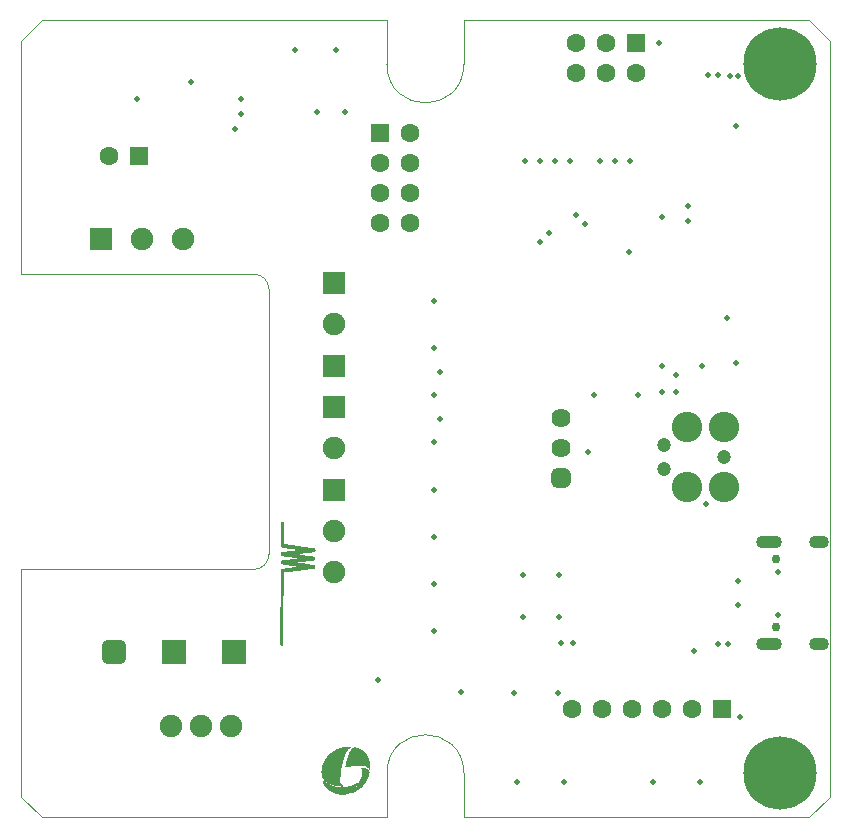
<source format=gbs>
G04*
G04 #@! TF.GenerationSoftware,Altium Limited,Altium Designer,24.4.0 (9)*
G04*
G04 Layer_Color=16711935*
%FSLAX25Y25*%
%MOIN*%
G70*
G04*
G04 #@! TF.SameCoordinates,65D136BF-7807-4BE3-8BD7-7ED8223B60D1*
G04*
G04*
G04 #@! TF.FilePolarity,Negative*
G04*
G01*
G75*
%ADD15C,0.00394*%
%ADD62C,0.10150*%
%ADD63C,0.04702*%
%ADD64C,0.02953*%
%ADD65O,0.08661X0.04331*%
%ADD66O,0.06693X0.04331*%
%ADD67R,0.07480X0.07480*%
%ADD68C,0.07480*%
%ADD70R,0.07480X0.07480*%
%ADD71R,0.06299X0.06299*%
%ADD72C,0.06299*%
%ADD73R,0.08268X0.08268*%
G04:AMPARAMS|DCode=74|XSize=82.68mil|YSize=82.68mil|CornerRadius=21.65mil|HoleSize=0mil|Usage=FLASHONLY|Rotation=180.000|XOffset=0mil|YOffset=0mil|HoleType=Round|Shape=RoundedRectangle|*
%AMROUNDEDRECTD74*
21,1,0.08268,0.03937,0,0,180.0*
21,1,0.03937,0.08268,0,0,180.0*
1,1,0.04331,-0.01968,0.01968*
1,1,0.04331,0.01968,0.01968*
1,1,0.04331,0.01968,-0.01968*
1,1,0.04331,-0.01968,-0.01968*
%
%ADD74ROUNDEDRECTD74*%
%ADD75R,0.06299X0.06299*%
G04:AMPARAMS|DCode=76|XSize=63.94mil|YSize=63.94mil|CornerRadius=16.97mil|HoleSize=0mil|Usage=FLASHONLY|Rotation=270.000|XOffset=0mil|YOffset=0mil|HoleType=Round|Shape=RoundedRectangle|*
%AMROUNDEDRECTD76*
21,1,0.06394,0.03000,0,0,270.0*
21,1,0.03000,0.06394,0,0,270.0*
1,1,0.03394,-0.01500,-0.01500*
1,1,0.03394,-0.01500,0.01500*
1,1,0.03394,0.01500,0.01500*
1,1,0.03394,0.01500,-0.01500*
%
%ADD76ROUNDEDRECTD76*%
%ADD77C,0.06394*%
%ADD78C,0.24410*%
%ADD102C,0.00394*%
%ADD103C,0.01968*%
G36*
X87070Y98500D02*
X87153Y98499D01*
X87153D01*
X87153D01*
X87161Y98498D01*
X87191Y98495D01*
X87194Y98494D01*
X87197Y98495D01*
X87236Y98498D01*
X87236D01*
X87236D01*
X87319Y98497D01*
X87357Y98493D01*
X87360Y98492D01*
X87361Y98493D01*
X87363Y98493D01*
D01*
X87363Y98493D01*
X87388Y98495D01*
X87402Y98497D01*
X87402D01*
X87402D01*
X87485Y98496D01*
X87499Y98494D01*
X87523Y98492D01*
X87523Y98492D01*
X87523D01*
X87560Y98480D01*
X87586Y98466D01*
X87594Y98462D01*
X87594Y98462D01*
X87594Y98462D01*
X87612Y98447D01*
X87624Y98437D01*
X87624Y98437D01*
X87624Y98437D01*
X87636Y98422D01*
X87648Y98406D01*
X87648Y98406D01*
X87648Y98406D01*
X87666Y98372D01*
X87677Y98335D01*
X87680Y98307D01*
X87681Y98296D01*
Y98296D01*
D01*
D01*
X87657Y95551D01*
X87682Y95530D01*
X87706Y95500D01*
X87724Y95466D01*
X87735Y95429D01*
X87738Y95390D01*
X87738Y95307D01*
X87734Y95268D01*
X87722Y95231D01*
X87703Y95197D01*
X87691Y95183D01*
X87703Y95168D01*
X87721Y95134D01*
X87732Y95096D01*
X87735Y95058D01*
X87735Y94975D01*
X87731Y94936D01*
X87719Y94899D01*
X87700Y94865D01*
X87691Y94854D01*
X87688Y94851D01*
X87689Y94850D01*
X87700Y94836D01*
X87700Y94836D01*
X87700Y94836D01*
X87710Y94816D01*
X87718Y94801D01*
X87718Y94801D01*
X87718Y94801D01*
X87729Y94766D01*
X87729Y94764D01*
D01*
X87729Y94764D01*
X87731Y94738D01*
X87733Y94726D01*
Y94726D01*
Y94726D01*
X87732Y94643D01*
X87729Y94614D01*
X87728Y94604D01*
Y94604D01*
X87728Y94604D01*
X87727Y94601D01*
X87728Y94598D01*
Y94598D01*
X87728Y94598D01*
X87730Y94577D01*
X87731Y94560D01*
Y94560D01*
Y94560D01*
X87730Y94477D01*
X87726Y94438D01*
X87725Y94435D01*
X87726Y94432D01*
Y94432D01*
X87726Y94432D01*
X87728Y94408D01*
X87730Y94394D01*
Y94394D01*
D01*
D01*
X87729Y94311D01*
Y94311D01*
Y94311D01*
X87727Y94291D01*
X87725Y94272D01*
X87725Y94272D01*
Y94272D01*
X87724Y94269D01*
X87725Y94266D01*
X87728Y94228D01*
X87727Y94145D01*
Y94145D01*
Y94145D01*
X87727Y94136D01*
X87723Y94106D01*
X87722Y94103D01*
X87723Y94100D01*
X87727Y94061D01*
Y94061D01*
Y94061D01*
X87726Y93979D01*
X87722Y93940D01*
X87721Y93937D01*
X87722Y93934D01*
X87725Y93896D01*
X87725Y93813D01*
X87721Y93774D01*
X87720Y93771D01*
X87720Y93768D01*
X87724Y93729D01*
X87723Y93646D01*
X87719Y93608D01*
X87718Y93605D01*
X87719Y93602D01*
X87722Y93563D01*
X87722Y93480D01*
X87718Y93442D01*
X87717Y93439D01*
X87717Y93436D01*
X87721Y93397D01*
Y93397D01*
D01*
D01*
X87720Y93314D01*
Y93314D01*
Y93314D01*
X87719Y93306D01*
X87716Y93276D01*
X87715Y93273D01*
X87716Y93270D01*
X87720Y93231D01*
X87719Y93148D01*
X87715Y93110D01*
X87714Y93107D01*
X87715Y93104D01*
X87718Y93065D01*
X87717Y92982D01*
X87715Y92964D01*
X87713Y92944D01*
X87713Y92944D01*
Y92944D01*
X87712Y92941D01*
X87713Y92938D01*
X87717Y92899D01*
Y92899D01*
D01*
D01*
X87716Y92816D01*
Y92816D01*
Y92816D01*
X87715Y92808D01*
X87712Y92778D01*
X87711Y92775D01*
X87712Y92772D01*
X87712Y92772D01*
Y92772D01*
X87713Y92761D01*
X87715Y92733D01*
Y92733D01*
Y92733D01*
X87714Y92650D01*
X87712Y92629D01*
X87710Y92612D01*
X87710Y92612D01*
Y92612D01*
X87709Y92609D01*
X87710Y92606D01*
Y92606D01*
X87710Y92606D01*
X87713Y92581D01*
X87714Y92567D01*
Y92567D01*
D01*
D01*
X87713Y92484D01*
Y92484D01*
Y92484D01*
X87712Y92476D01*
X87709Y92446D01*
X87708Y92443D01*
X87709Y92440D01*
X87712Y92401D01*
Y92401D01*
D01*
D01*
X87712Y92318D01*
Y92318D01*
Y92318D01*
X87710Y92300D01*
X87707Y92280D01*
X87707Y92279D01*
Y92279D01*
X87707Y92277D01*
X87707Y92274D01*
X87711Y92235D01*
Y92235D01*
Y92235D01*
X87710Y92152D01*
X87706Y92114D01*
X87705Y92111D01*
X87706Y92108D01*
X87709Y92069D01*
X87709Y91986D01*
X87704Y91948D01*
X87704Y91945D01*
X87704Y91942D01*
Y91942D01*
X87704Y91942D01*
X87706Y91920D01*
X87708Y91903D01*
Y91903D01*
Y91903D01*
X87707Y91820D01*
X87704Y91791D01*
X87703Y91781D01*
Y91781D01*
X87703Y91781D01*
X87702Y91778D01*
X87703Y91776D01*
X87707Y91737D01*
Y91737D01*
Y91737D01*
X87706Y91654D01*
X87702Y91615D01*
X87701Y91612D01*
X87702Y91610D01*
X87705Y91571D01*
X87704Y91488D01*
X87700Y91449D01*
X87699Y91447D01*
X87700Y91444D01*
X87704Y91405D01*
Y91405D01*
D01*
D01*
X87701Y91156D01*
Y91156D01*
Y91156D01*
X87701Y91151D01*
X87726Y91129D01*
X87747Y91104D01*
X87752Y91104D01*
X87835Y91103D01*
X87918Y91103D01*
X88001Y91102D01*
X88001D01*
X88084Y91101D01*
X88084D01*
X88084D01*
X88095Y91100D01*
X88123Y91097D01*
X88160Y91085D01*
X88194Y91067D01*
X88194Y91067D01*
X88194Y91067D01*
X88204Y91058D01*
X88224Y91042D01*
X88224Y91042D01*
X88224Y91042D01*
X88243Y91019D01*
X88244Y91017D01*
X88250Y91017D01*
X88333Y91016D01*
D01*
X88416Y91015D01*
X88416D01*
X88416D01*
X88427Y91014D01*
X88454Y91011D01*
X88457Y91010D01*
X88460Y91011D01*
X88499Y91015D01*
X88582Y91014D01*
X88620Y91010D01*
X88623Y91009D01*
X88626Y91010D01*
X88665Y91013D01*
X88665D01*
D01*
D01*
X88748Y91012D01*
X88748D01*
X88748D01*
X88756Y91012D01*
X88786Y91008D01*
X88789Y91007D01*
X88792Y91008D01*
X88824Y91011D01*
X88831Y91012D01*
X88831D01*
D01*
D01*
X88914Y91011D01*
X88952Y91007D01*
X88989Y90995D01*
X89023Y90977D01*
X89034Y90968D01*
X89053Y90952D01*
X89074Y90926D01*
X89079Y90926D01*
D01*
X89162Y90926D01*
X89162D01*
X89162D01*
X89245Y90925D01*
X89328Y90924D01*
X89367Y90920D01*
X89404Y90909D01*
X89438Y90890D01*
X89468Y90865D01*
X89488Y90840D01*
X89494Y90840D01*
X89494D01*
X89494D01*
X89577Y90839D01*
X89660Y90838D01*
X89743Y90838D01*
X89781Y90833D01*
X89784Y90833D01*
X89787Y90833D01*
X89816Y90836D01*
X89826Y90837D01*
X89826D01*
D01*
D01*
X89909Y90836D01*
X89909D01*
X89909D01*
X89927Y90834D01*
X89947Y90832D01*
X89947Y90832D01*
X89947D01*
X89950Y90831D01*
X89953Y90832D01*
X89992Y90835D01*
X90075Y90835D01*
X90075D01*
X90075D01*
X90083Y90834D01*
X90113Y90831D01*
X90116Y90830D01*
X90119Y90831D01*
X90158Y90834D01*
X90158D01*
D01*
D01*
X90241Y90833D01*
X90279Y90829D01*
X90313Y90819D01*
X90316Y90818D01*
X90316D01*
X90316Y90818D01*
X90342Y90804D01*
X90350Y90799D01*
X90350Y90799D01*
X90350Y90799D01*
X90377Y90776D01*
X90380Y90774D01*
D01*
X90380Y90774D01*
X90395Y90756D01*
X90400Y90749D01*
X90406Y90749D01*
X90489Y90748D01*
X90528Y90744D01*
X90531Y90743D01*
X90533Y90744D01*
X90533D01*
X90534Y90744D01*
X90555Y90746D01*
X90572Y90747D01*
X90572D01*
D01*
D01*
X90655Y90747D01*
X90676Y90744D01*
X90694Y90742D01*
X90694Y90742D01*
X90694D01*
X90731Y90731D01*
X90751Y90720D01*
X90765Y90712D01*
X90765Y90712D01*
X90765Y90712D01*
X90777Y90702D01*
X90794Y90688D01*
X90794Y90688D01*
X90794Y90688D01*
X90802Y90678D01*
X90815Y90662D01*
X90820Y90662D01*
X90820D01*
X90820D01*
X90904Y90662D01*
D01*
X90987Y90661D01*
X90987D01*
X90987D01*
X91070Y90660D01*
X91108Y90656D01*
X91111Y90655D01*
X91114Y90656D01*
X91153Y90659D01*
X91153D01*
X91153D01*
X91236Y90659D01*
X91274Y90654D01*
X91277Y90654D01*
X91280Y90654D01*
X91319Y90658D01*
X91319D01*
D01*
D01*
X91401Y90657D01*
X91402D01*
X91402D01*
X91420Y90655D01*
X91440Y90653D01*
X91440Y90653D01*
X91440D01*
X91451Y90650D01*
X91477Y90641D01*
X91511Y90623D01*
X91511Y90623D01*
X91511Y90623D01*
X91517Y90618D01*
X91541Y90598D01*
X91561Y90573D01*
X91567Y90573D01*
X91567D01*
X91567D01*
X91650Y90572D01*
X91733Y90571D01*
X91816Y90570D01*
X91855Y90566D01*
X91891Y90555D01*
X91926Y90536D01*
X91955Y90511D01*
X91976Y90486D01*
X91981Y90486D01*
X91981D01*
X91981D01*
X92064Y90485D01*
X92147Y90485D01*
X92230Y90484D01*
X92269Y90480D01*
X92272Y90479D01*
X92273Y90479D01*
X92275Y90480D01*
D01*
X92275Y90480D01*
X92300Y90482D01*
X92313Y90483D01*
X92313D01*
X92313D01*
X92396Y90482D01*
X92435Y90478D01*
X92438Y90477D01*
X92441Y90478D01*
X92479Y90482D01*
X92562Y90481D01*
X92581Y90479D01*
X92601Y90477D01*
X92601Y90477D01*
X92601D01*
X92638Y90465D01*
X92672Y90447D01*
X92686Y90435D01*
X92702Y90422D01*
X92722Y90396D01*
X92728Y90396D01*
X92728D01*
X92728D01*
X92811Y90396D01*
X92811D01*
X92811D01*
X92894Y90395D01*
X92977Y90394D01*
D01*
X93060Y90394D01*
X93060D01*
X93060D01*
X93143Y90393D01*
X93181Y90389D01*
X93218Y90377D01*
X93252Y90359D01*
X93282Y90334D01*
X93298Y90314D01*
X93303Y90308D01*
X93308Y90308D01*
X93391Y90308D01*
X93391D01*
X93474Y90307D01*
X93474D01*
X93474D01*
X93557Y90306D01*
X93596Y90302D01*
X93599Y90301D01*
X93602Y90302D01*
X93640Y90306D01*
X93640D01*
X93640D01*
X93723Y90305D01*
X93762Y90301D01*
X93765Y90300D01*
X93765Y90300D01*
X93768Y90301D01*
X93806Y90304D01*
X93889Y90303D01*
X93928Y90299D01*
X93965Y90288D01*
X93999Y90269D01*
X94029Y90244D01*
X94049Y90219D01*
X94055Y90219D01*
X94055D01*
X94138Y90218D01*
X94138D01*
X94138D01*
X94221Y90217D01*
X94304Y90217D01*
X94342Y90213D01*
X94345Y90212D01*
X94348Y90213D01*
X94348D01*
X94348Y90213D01*
X94373Y90215D01*
X94387Y90216D01*
X94387D01*
D01*
D01*
X94470Y90215D01*
X94508Y90211D01*
X94545Y90200D01*
X94579Y90181D01*
X94609Y90156D01*
X94629Y90131D01*
X94635Y90131D01*
X94635D01*
X94718Y90130D01*
X94757Y90126D01*
X94760Y90125D01*
X94762Y90126D01*
X94762D01*
X94762Y90126D01*
X94785Y90128D01*
X94801Y90129D01*
X94801D01*
D01*
D01*
X94884Y90129D01*
X94884D01*
X94884D01*
X94904Y90127D01*
X94923Y90124D01*
X94923Y90124D01*
X94923Y90124D01*
X94925Y90123D01*
X94928Y90124D01*
X94928D01*
X94928Y90124D01*
X94950Y90126D01*
X94967Y90128D01*
X94967D01*
X94967D01*
X95050Y90127D01*
X95089Y90123D01*
X95092Y90122D01*
X95095Y90123D01*
X95133Y90126D01*
X95133D01*
D01*
D01*
X95216Y90126D01*
X95255Y90122D01*
X95292Y90110D01*
X95312Y90099D01*
X95326Y90091D01*
X95326Y90091D01*
X95326Y90091D01*
X95355Y90066D01*
X95376Y90041D01*
X95381Y90041D01*
X95381D01*
X95464Y90040D01*
X95464D01*
X95464D01*
X95479Y90039D01*
X95503Y90036D01*
X95503Y90036D01*
X95503D01*
X95506Y90035D01*
X95509Y90036D01*
X95509D01*
X95509Y90036D01*
X95523Y90038D01*
X95547Y90040D01*
X95547D01*
X95547D01*
X95548D01*
X95631Y90039D01*
X95631D01*
X95631D01*
X95645Y90038D01*
X95669Y90035D01*
X95669Y90035D01*
X95669D01*
X95672Y90034D01*
X95706Y90023D01*
X95740Y90005D01*
X95740Y90005D01*
D01*
X95740Y90005D01*
X95770Y89980D01*
X95770Y89980D01*
D01*
X95774Y89975D01*
X95790Y89955D01*
X95796Y89955D01*
X95796D01*
X95796D01*
X95879Y89954D01*
D01*
X95962Y89953D01*
D01*
X96045Y89952D01*
X96083Y89948D01*
X96086Y89947D01*
X96089Y89948D01*
X96128Y89952D01*
X96211Y89951D01*
X96250Y89947D01*
X96252Y89946D01*
X96255Y89947D01*
X96255D01*
X96255Y89947D01*
X96277Y89949D01*
X96294Y89950D01*
X96294D01*
D01*
D01*
X96377Y89950D01*
X96377D01*
X96377D01*
X96396Y89947D01*
X96416Y89945D01*
X96416Y89945D01*
X96416D01*
X96420Y89944D01*
X96452Y89934D01*
X96487Y89915D01*
X96487Y89915D01*
X96487Y89915D01*
X96492Y89911D01*
X96516Y89890D01*
X96537Y89865D01*
X96542Y89865D01*
X96542D01*
X96542D01*
X96625Y89864D01*
X96708Y89864D01*
D01*
X96791Y89863D01*
X96791D01*
X96791D01*
X96800Y89862D01*
X96830Y89859D01*
X96833Y89858D01*
X96836Y89859D01*
X96874Y89862D01*
X96874D01*
D01*
D01*
X96957Y89861D01*
X96957D01*
X96957D01*
X96967Y89860D01*
X96996Y89857D01*
X97033Y89846D01*
X97067Y89827D01*
X97097Y89802D01*
X97097Y89802D01*
X97097Y89802D01*
X97106Y89791D01*
X97117Y89777D01*
X97123Y89777D01*
X97206Y89776D01*
X97244Y89772D01*
X97247Y89771D01*
X97250Y89772D01*
X97279Y89775D01*
X97289Y89776D01*
X97289D01*
D01*
D01*
X97372Y89775D01*
X97372D01*
X97372D01*
X97391Y89773D01*
X97410Y89771D01*
X97410Y89771D01*
X97410D01*
X97413Y89770D01*
X97416Y89771D01*
X97455Y89774D01*
X97538Y89773D01*
X97576Y89769D01*
X97613Y89758D01*
X97648Y89739D01*
X97677Y89714D01*
X97698Y89689D01*
X97703Y89689D01*
X97786Y89688D01*
X97786D01*
X97786D01*
X97795Y89687D01*
X97825Y89684D01*
X97862Y89672D01*
X97896Y89654D01*
X97926Y89629D01*
X97950Y89599D01*
X97960Y89580D01*
X97978Y89570D01*
X98008Y89545D01*
X98032Y89515D01*
X98042Y89496D01*
X98060Y89486D01*
X98090Y89461D01*
X98115Y89431D01*
X98124Y89413D01*
X98143Y89403D01*
X98143Y89403D01*
X98143Y89403D01*
X98153Y89394D01*
X98172Y89378D01*
X98172Y89378D01*
X98172Y89378D01*
X98191Y89354D01*
X98197Y89348D01*
Y89348D01*
X98197Y89348D01*
X98207Y89327D01*
X98215Y89313D01*
X98215Y89313D01*
X98215Y89313D01*
X98220Y89293D01*
X98226Y89276D01*
Y89276D01*
X98226Y89276D01*
X98228Y89255D01*
X98229Y89237D01*
Y89237D01*
Y89237D01*
X98228Y89154D01*
Y89154D01*
Y89154D01*
X98227Y89143D01*
X98224Y89116D01*
X98223Y89113D01*
X98224Y89110D01*
X98228Y89071D01*
X98227Y88988D01*
X98224Y88959D01*
X98223Y88950D01*
Y88950D01*
X98223Y88950D01*
X98212Y88916D01*
X98211Y88913D01*
Y88913D01*
X98211Y88913D01*
X98193Y88879D01*
X98175Y88858D01*
X98168Y88849D01*
X98168Y88849D01*
X98168Y88849D01*
X98152Y88836D01*
X98138Y88825D01*
X98138Y88825D01*
X98138Y88825D01*
X98119Y88815D01*
X98109Y88796D01*
X98084Y88767D01*
X98059Y88746D01*
X98059Y88741D01*
X98055Y88702D01*
X98043Y88665D01*
X98024Y88631D01*
X98000Y88601D01*
X97980Y88585D01*
X97970Y88577D01*
X97935Y88559D01*
D01*
X97935Y88559D01*
X97920Y88555D01*
X97898Y88548D01*
X97859Y88545D01*
X97859D01*
D01*
D01*
X97854Y88545D01*
X97833Y88520D01*
X97803Y88495D01*
X97768Y88477D01*
X97731Y88467D01*
X97692Y88463D01*
X97609Y88464D01*
D01*
X97604Y88464D01*
X97583Y88439D01*
X97553Y88415D01*
X97518Y88397D01*
D01*
X97518Y88397D01*
X97507Y88393D01*
X97481Y88386D01*
X97443Y88382D01*
X97443D01*
X97443D01*
X97360Y88383D01*
X97277Y88384D01*
D01*
X97194Y88384D01*
X97194D01*
X97194D01*
X97188Y88384D01*
X97167Y88359D01*
X97137Y88335D01*
X97103Y88317D01*
D01*
X97103Y88317D01*
X97091Y88314D01*
X97066Y88306D01*
X97027Y88303D01*
X97027D01*
X97027D01*
X96944Y88304D01*
X96905Y88308D01*
X96902Y88309D01*
X96899Y88308D01*
X96861Y88304D01*
X96778Y88305D01*
X96739Y88309D01*
X96736Y88310D01*
X96733Y88309D01*
X96733D01*
X96733Y88309D01*
X96712Y88307D01*
X96695Y88306D01*
X96695D01*
X96695D01*
X96612Y88306D01*
D01*
X96612D01*
X96529Y88307D01*
X96529D01*
X96529D01*
X96446Y88308D01*
X96440Y88308D01*
X96419Y88283D01*
X96389Y88259D01*
X96355Y88241D01*
X96317Y88230D01*
X96279Y88226D01*
X96196Y88227D01*
X96157Y88231D01*
X96154Y88232D01*
X96152Y88231D01*
X96113Y88228D01*
X96030Y88228D01*
X96024Y88228D01*
X96024Y88228D01*
X96004Y88204D01*
X95973Y88179D01*
X95939Y88161D01*
X95939Y88161D01*
X95939Y88161D01*
X95919Y88156D01*
X95902Y88150D01*
X95902D01*
X95902Y88150D01*
X95880Y88148D01*
X95863Y88147D01*
X95863D01*
X95863D01*
X95780Y88148D01*
X95741Y88152D01*
X95739Y88153D01*
X95736Y88152D01*
X95736D01*
X95736Y88152D01*
X95721Y88151D01*
X95697Y88148D01*
X95697D01*
X95697D01*
X95697D01*
X95614Y88149D01*
X95614D01*
X95614D01*
X95605Y88150D01*
X95576Y88153D01*
X95573Y88154D01*
X95570Y88153D01*
X95531Y88150D01*
X95448Y88151D01*
X95410Y88155D01*
X95407Y88156D01*
X95404Y88155D01*
X95404D01*
X95404Y88155D01*
X95379Y88152D01*
X95365Y88151D01*
X95365D01*
D01*
D01*
X95282Y88152D01*
D01*
X95276Y88152D01*
X95256Y88127D01*
X95225Y88103D01*
X95191Y88085D01*
X95154Y88074D01*
X95115Y88070D01*
X95032Y88071D01*
X94949Y88072D01*
D01*
X94866Y88073D01*
X94866D01*
X94866D01*
X94861Y88073D01*
X94840Y88048D01*
X94810Y88023D01*
X94775Y88005D01*
X94738Y87994D01*
X94699Y87991D01*
X94616Y87992D01*
X94578Y87996D01*
X94575Y87997D01*
X94572Y87996D01*
X94533Y87992D01*
X94533D01*
D01*
D01*
X94450Y87993D01*
X94450D01*
X94450D01*
X94442Y87994D01*
X94412Y87997D01*
X94409Y87998D01*
X94406Y87997D01*
X94367Y87994D01*
X94284Y87995D01*
X94266Y87997D01*
X94246Y87999D01*
X94246Y87999D01*
X94246D01*
X94243Y88000D01*
X94240Y87999D01*
X94201Y87995D01*
X94201D01*
X94201D01*
X94118Y87996D01*
D01*
X94113Y87996D01*
X94092Y87971D01*
X94062Y87947D01*
X94027Y87929D01*
X93990Y87918D01*
X93951Y87915D01*
X93868Y87915D01*
X93868D01*
X93868D01*
X93857Y87916D01*
X93830Y87919D01*
X93827Y87920D01*
X93824Y87919D01*
X93824D01*
X93824Y87919D01*
X93803Y87918D01*
X93786Y87916D01*
X93785D01*
X93785D01*
X93702Y87917D01*
X93619Y87917D01*
X93536Y87918D01*
X93531Y87918D01*
X93525Y87911D01*
X93510Y87893D01*
X93510Y87893D01*
X93510Y87893D01*
X93500Y87885D01*
X93480Y87869D01*
X93445Y87851D01*
D01*
X93445Y87851D01*
X93415Y87842D01*
X93408Y87840D01*
X93408D01*
X93408Y87840D01*
X93383Y87838D01*
X93370Y87837D01*
X93370D01*
D01*
D01*
X93287Y87837D01*
X93287D01*
X93287D01*
X93278Y87838D01*
X93248Y87841D01*
X93245Y87842D01*
X93242Y87841D01*
X93204Y87838D01*
X93204D01*
X93204D01*
X93121Y87839D01*
X93120D01*
X93120D01*
X93092Y87842D01*
X93082Y87843D01*
X93082D01*
X93082Y87843D01*
X93079Y87844D01*
X93076Y87843D01*
X93076D01*
X93076Y87843D01*
X93055Y87841D01*
X93038Y87839D01*
X93037D01*
X93037D01*
X92954Y87840D01*
X92871Y87841D01*
X92871D01*
X92871D01*
X92788Y87842D01*
D01*
X92783Y87842D01*
X92762Y87817D01*
X92742Y87801D01*
X92732Y87792D01*
X92698Y87774D01*
D01*
X92698Y87774D01*
X92660Y87764D01*
X92629Y87761D01*
X92622Y87760D01*
X92622D01*
D01*
D01*
X92539Y87761D01*
X92539D01*
X92456Y87761D01*
X92456Y87761D01*
X92456Y87761D01*
X92373Y87762D01*
X92373D01*
X92367Y87762D01*
X92346Y87737D01*
X92343Y87735D01*
X92365Y87728D01*
X92399Y87709D01*
X92399Y87709D01*
X92399Y87709D01*
X92405Y87704D01*
X92429Y87684D01*
X92449Y87659D01*
X92455Y87659D01*
X92538Y87658D01*
D01*
X92621Y87657D01*
X92621D01*
X92621D01*
X92704Y87657D01*
X92733Y87654D01*
X92742Y87653D01*
X92742D01*
X92742Y87653D01*
X92745Y87652D01*
X92748Y87653D01*
X92748D01*
X92748Y87653D01*
X92763Y87654D01*
X92787Y87656D01*
X92787D01*
X92787D01*
X92870Y87655D01*
X92870D01*
X92870D01*
X92891Y87653D01*
X92908Y87651D01*
X92908Y87651D01*
X92909D01*
X92911Y87650D01*
X92914Y87651D01*
X92953Y87655D01*
X92953D01*
D01*
D01*
X93036Y87654D01*
X93074Y87650D01*
X93111Y87638D01*
X93146Y87620D01*
X93175Y87595D01*
X93196Y87569D01*
X93201Y87569D01*
D01*
X93284Y87569D01*
X93284D01*
X93284D01*
X93367Y87568D01*
D01*
X93450Y87567D01*
X93450D01*
X93450D01*
X93460Y87566D01*
X93489Y87563D01*
X93526Y87551D01*
X93560Y87533D01*
X93590Y87508D01*
X93590Y87508D01*
X93590Y87508D01*
X93599Y87496D01*
X93610Y87483D01*
X93616Y87483D01*
X93616D01*
X93616D01*
X93699Y87482D01*
X93782Y87481D01*
D01*
X93865Y87481D01*
X93865D01*
X93865D01*
X93873Y87480D01*
X93903Y87476D01*
X93906Y87476D01*
X93909Y87476D01*
X93948Y87480D01*
X93948D01*
D01*
D01*
X94031Y87479D01*
X94031D01*
X94031D01*
X94039Y87478D01*
X94069Y87475D01*
X94072Y87474D01*
X94075Y87475D01*
X94075D01*
X94075Y87475D01*
X94089Y87476D01*
X94114Y87478D01*
X94114D01*
X94114D01*
X94114D01*
X94197Y87478D01*
X94197D01*
X94197D01*
X94216Y87476D01*
X94235Y87474D01*
X94235Y87474D01*
X94235Y87474D01*
X94248Y87470D01*
X94272Y87462D01*
X94306Y87443D01*
X94306Y87443D01*
X94306Y87443D01*
X94314Y87437D01*
X94336Y87419D01*
X94336Y87419D01*
X94336Y87419D01*
X94343Y87410D01*
X94357Y87393D01*
X94362Y87393D01*
X94445Y87392D01*
X94528Y87392D01*
D01*
X94611Y87391D01*
X94611D01*
X94611D01*
X94694Y87390D01*
X94694D01*
X94694D01*
X94702Y87389D01*
X94733Y87386D01*
X94770Y87375D01*
X94804Y87356D01*
X94833Y87331D01*
X94854Y87306D01*
X94859Y87306D01*
X94942Y87305D01*
X95025Y87304D01*
X95054Y87301D01*
X95064Y87300D01*
X95064D01*
X95064Y87300D01*
X95067Y87299D01*
X95070Y87300D01*
X95109Y87304D01*
X95109D01*
D01*
D01*
X95192Y87303D01*
X95221Y87300D01*
X95230Y87299D01*
X95230D01*
X95230Y87299D01*
X95233Y87298D01*
X95236Y87299D01*
X95236D01*
X95236Y87299D01*
X95250Y87300D01*
X95275Y87302D01*
X95275D01*
X95275D01*
X95358Y87301D01*
X95386Y87298D01*
X95396Y87297D01*
X95396D01*
X95396Y87297D01*
X95430Y87287D01*
X95433Y87286D01*
X95433D01*
X95433Y87286D01*
X95467Y87267D01*
X95488Y87250D01*
X95497Y87242D01*
X95497Y87242D01*
X95497Y87242D01*
X95510Y87226D01*
X95517Y87217D01*
X95523Y87217D01*
X95523D01*
X95606Y87216D01*
X95606D01*
X95606D01*
X95689Y87216D01*
X95772Y87215D01*
X95855Y87214D01*
D01*
X95938Y87213D01*
X95938D01*
X95938D01*
X95957Y87211D01*
X95977Y87209D01*
X95977Y87209D01*
X95977D01*
X95981Y87208D01*
X96013Y87198D01*
X96048Y87179D01*
X96048Y87179D01*
X96048Y87179D01*
X96053Y87174D01*
X96077Y87154D01*
X96098Y87129D01*
X96103Y87129D01*
X96186Y87128D01*
X96269Y87128D01*
X96269D01*
X96352Y87127D01*
X96352D01*
X96352D01*
X96367Y87125D01*
X96391Y87123D01*
X96391Y87123D01*
X96391D01*
X96394Y87122D01*
X96397Y87123D01*
X96435Y87126D01*
X96518Y87125D01*
X96557Y87121D01*
X96560Y87120D01*
X96563Y87121D01*
X96601Y87125D01*
X96684Y87124D01*
X96723Y87120D01*
X96760Y87108D01*
X96794Y87090D01*
X96824Y87065D01*
X96844Y87039D01*
X96850Y87039D01*
X96933Y87039D01*
D01*
X97016Y87038D01*
D01*
X97099Y87037D01*
X97137Y87033D01*
X97140Y87032D01*
X97143Y87033D01*
X97143D01*
X97143Y87033D01*
X97164Y87035D01*
X97182Y87037D01*
X97182D01*
X97182D01*
X97265Y87036D01*
X97303Y87032D01*
X97340Y87020D01*
X97374Y87002D01*
X97404Y86977D01*
X97425Y86951D01*
X97430Y86951D01*
X97513Y86951D01*
X97513D01*
X97513D01*
X97523Y86950D01*
X97552Y86946D01*
X97555Y86946D01*
X97557Y86946D01*
X97558D01*
X97558Y86946D01*
X97572Y86948D01*
X97596Y86950D01*
X97596D01*
X97596D01*
X97679Y86949D01*
X97718Y86945D01*
X97755Y86933D01*
X97789Y86915D01*
X97819Y86890D01*
X97843Y86860D01*
X97853Y86841D01*
X97871Y86831D01*
X97901Y86806D01*
X97922Y86780D01*
X97925Y86776D01*
Y86776D01*
X97925Y86776D01*
X97935Y86757D01*
X97953Y86747D01*
X97983Y86722D01*
X98008Y86692D01*
X98017Y86674D01*
X98036Y86664D01*
X98066Y86639D01*
X98090Y86609D01*
X98100Y86590D01*
X98118Y86580D01*
X98148Y86555D01*
X98172Y86525D01*
X98190Y86490D01*
X98201Y86453D01*
X98204Y86415D01*
X98204Y86332D01*
X98200Y86293D01*
X98199Y86290D01*
X98200Y86287D01*
X98203Y86249D01*
X98202Y86166D01*
X98199Y86137D01*
X98198Y86127D01*
Y86127D01*
X98198Y86127D01*
X98188Y86093D01*
X98187Y86090D01*
Y86090D01*
X98187Y86090D01*
X98168Y86056D01*
X98150Y86035D01*
X98143Y86026D01*
X98143Y86026D01*
X98143Y86026D01*
X98127Y86013D01*
X98113Y86002D01*
X98113Y86002D01*
X98113Y86002D01*
X98094Y85992D01*
X98084Y85974D01*
X98084Y85974D01*
X98084Y85974D01*
X98080Y85968D01*
X98059Y85944D01*
X98029Y85920D01*
X98029D01*
X98029Y85920D01*
X98011Y85910D01*
X98001Y85891D01*
X97991Y85881D01*
X97976Y85862D01*
X97945Y85837D01*
X97927Y85827D01*
X97923Y85820D01*
X97917Y85809D01*
X97917Y85809D01*
X97917Y85809D01*
X97907Y85797D01*
X97892Y85779D01*
X97892Y85779D01*
X97892Y85779D01*
X97882Y85772D01*
X97862Y85755D01*
X97843Y85745D01*
X97833Y85727D01*
X97808Y85697D01*
X97778Y85673D01*
X97744Y85655D01*
D01*
X97744Y85655D01*
X97732Y85651D01*
X97707Y85644D01*
X97668Y85640D01*
X97668D01*
X97668D01*
X97585Y85641D01*
X97502Y85642D01*
X97419Y85642D01*
X97413Y85643D01*
X97408Y85637D01*
X97392Y85618D01*
X97362Y85593D01*
X97328Y85575D01*
D01*
X97328Y85575D01*
X97312Y85571D01*
X97291Y85564D01*
X97252Y85561D01*
X97252D01*
D01*
D01*
X97169Y85562D01*
X97169D01*
X97169D01*
X97161Y85562D01*
X97130Y85566D01*
X97127Y85567D01*
X97125Y85566D01*
X97125D01*
X97124Y85566D01*
X97100Y85564D01*
X97086Y85562D01*
X97086D01*
D01*
D01*
X97003Y85563D01*
X97003D01*
X97003D01*
X96920Y85564D01*
D01*
X96837Y85565D01*
X96837D01*
X96837D01*
X96831Y85565D01*
X96827Y85559D01*
X96811Y85540D01*
X96811Y85540D01*
X96811Y85540D01*
X96787Y85521D01*
X96780Y85515D01*
X96780D01*
X96780Y85515D01*
X96760Y85505D01*
X96746Y85497D01*
X96746Y85497D01*
X96746Y85497D01*
X96726Y85492D01*
X96709Y85487D01*
X96709D01*
X96709Y85487D01*
X96688Y85485D01*
X96670Y85483D01*
X96670D01*
X96670D01*
X96587Y85484D01*
X96587D01*
X96587D01*
X96579Y85485D01*
X96549Y85488D01*
X96546Y85489D01*
X96543Y85488D01*
X96543D01*
X96543Y85488D01*
X96522Y85486D01*
X96504Y85484D01*
X96504D01*
X96504D01*
X96421Y85485D01*
X96382Y85489D01*
X96380Y85490D01*
X96377Y85490D01*
X96377Y85489D01*
X96338Y85486D01*
X96255Y85487D01*
X96249Y85487D01*
X96249Y85486D01*
X96229Y85462D01*
X96198Y85437D01*
X96198D01*
X96198Y85437D01*
X96167Y85421D01*
X96164Y85419D01*
D01*
X96164Y85419D01*
X96140Y85413D01*
X96127Y85409D01*
X96127D01*
X96127Y85409D01*
X96106Y85407D01*
X96088Y85405D01*
X96088D01*
X96088D01*
X96005Y85406D01*
X95967Y85410D01*
X95964Y85411D01*
X95961Y85410D01*
X95932Y85407D01*
X95922Y85407D01*
X95922D01*
D01*
D01*
X95839Y85407D01*
X95839D01*
X95839D01*
X95756Y85408D01*
X95756D01*
X95673Y85409D01*
X95673Y85409D01*
X95673Y85409D01*
X95667Y85409D01*
X95654Y85392D01*
X95647Y85384D01*
X95647Y85384D01*
X95647Y85384D01*
X95631Y85371D01*
X95617Y85360D01*
X95617Y85360D01*
X95617Y85360D01*
X95587Y85344D01*
X95582Y85342D01*
X95582D01*
X95582Y85342D01*
X95562Y85336D01*
X95545Y85331D01*
X95545D01*
X95545Y85331D01*
X95531Y85329D01*
X95506Y85327D01*
X95506D01*
X95506D01*
X95506D01*
X95423Y85328D01*
X95423D01*
X95423D01*
X95413Y85329D01*
X95385Y85332D01*
X95382Y85333D01*
X95379Y85332D01*
X95340Y85329D01*
X95257Y85329D01*
X95219Y85333D01*
X95216Y85334D01*
X95213Y85333D01*
X95174Y85330D01*
X95091Y85331D01*
D01*
X95086Y85331D01*
X95065Y85306D01*
X95065Y85306D01*
Y85306D01*
X95060Y85302D01*
X95035Y85281D01*
X95035Y85281D01*
X95035Y85281D01*
X95015Y85271D01*
X95000Y85264D01*
X95000Y85264D01*
X95000Y85264D01*
X94965Y85253D01*
X94963Y85253D01*
D01*
X94963Y85253D01*
X94937Y85250D01*
X94924Y85249D01*
X94924D01*
X94924D01*
X94841Y85250D01*
X94804Y85254D01*
X94803Y85254D01*
D01*
X94803Y85254D01*
X94800Y85255D01*
X94797Y85254D01*
X94758Y85251D01*
X94675Y85251D01*
X94592Y85252D01*
D01*
X94509Y85253D01*
X94509D01*
X94509D01*
X94504Y85253D01*
X94483Y85228D01*
X94453Y85204D01*
X94418Y85186D01*
X94381Y85175D01*
X94343Y85171D01*
X94260Y85172D01*
X94241Y85174D01*
X94221Y85176D01*
X94221Y85176D01*
X94221D01*
X94218Y85177D01*
X94215Y85176D01*
X94177Y85173D01*
X94094Y85173D01*
X94055Y85177D01*
X94052Y85178D01*
X94049Y85177D01*
X94049D01*
X94049Y85177D01*
X94028Y85176D01*
X94011Y85174D01*
X94011D01*
X94011D01*
X93928Y85175D01*
D01*
X93844Y85176D01*
X93844D01*
X93844D01*
X93761Y85176D01*
D01*
X93756Y85176D01*
X93735Y85151D01*
X93705Y85127D01*
X93670Y85109D01*
X93633Y85098D01*
X93595Y85095D01*
X93512Y85095D01*
X93429Y85096D01*
D01*
X93346Y85097D01*
X93346D01*
X93346D01*
X93340Y85097D01*
X93319Y85072D01*
X93289Y85048D01*
X93255Y85030D01*
X93217Y85019D01*
X93179Y85015D01*
X93096Y85016D01*
X93067Y85019D01*
X93057Y85020D01*
X93057D01*
X93057Y85020D01*
X93054Y85021D01*
X93051Y85020D01*
X93013Y85017D01*
X92930Y85018D01*
X92930D01*
X92930D01*
X92921Y85018D01*
X92891Y85022D01*
X92888Y85022D01*
X92887Y85022D01*
X92886Y85022D01*
D01*
X92885Y85022D01*
X92860Y85019D01*
X92847Y85018D01*
X92847D01*
X92847D01*
X92764Y85019D01*
X92725Y85023D01*
X92722Y85024D01*
X92719Y85023D01*
X92690Y85021D01*
X92681Y85020D01*
X92681D01*
X92681D01*
X92598Y85020D01*
X92598D01*
X92515Y85021D01*
X92515D01*
X92515D01*
X92432Y85022D01*
D01*
X92426Y85022D01*
X92405Y84997D01*
X92375Y84973D01*
X92341Y84955D01*
X92304Y84944D01*
X92265Y84940D01*
X92182Y84941D01*
X92176Y84941D01*
X92171Y84935D01*
X92168Y84931D01*
X92176Y84921D01*
X92182Y84921D01*
X92182D01*
X92182D01*
X92265Y84921D01*
X92265D01*
X92348Y84920D01*
X92348D01*
X92348D01*
X92431Y84919D01*
X92469Y84915D01*
X92472Y84914D01*
X92475Y84915D01*
X92475D01*
X92475Y84915D01*
X92490Y84916D01*
X92514Y84919D01*
X92514D01*
X92514D01*
X92597Y84918D01*
X92635Y84914D01*
X92672Y84902D01*
X92707Y84883D01*
X92736Y84859D01*
X92757Y84833D01*
X92762Y84833D01*
X92762D01*
X92762D01*
X92845Y84833D01*
X92884Y84829D01*
X92887Y84828D01*
X92890Y84828D01*
X92928Y84832D01*
X93011Y84831D01*
X93050Y84827D01*
X93053Y84826D01*
X93056Y84827D01*
X93056D01*
X93056Y84827D01*
X93070Y84828D01*
X93094Y84830D01*
X93094D01*
X93094D01*
X93094D01*
X93177Y84830D01*
X93177D01*
X93177D01*
X93188Y84829D01*
X93216Y84826D01*
X93219Y84825D01*
X93222Y84825D01*
X93250Y84828D01*
X93260Y84829D01*
X93260D01*
X93260D01*
X93343Y84828D01*
X93343D01*
X93343D01*
X93359Y84827D01*
X93382Y84824D01*
X93382Y84824D01*
X93382D01*
X93389Y84822D01*
X93419Y84813D01*
X93419Y84813D01*
X93419Y84812D01*
X93437Y84803D01*
X93453Y84794D01*
X93453Y84794D01*
X93453Y84794D01*
X93469Y84780D01*
X93483Y84769D01*
X93483Y84769D01*
X93483Y84769D01*
X93496Y84753D01*
X93503Y84744D01*
X93509Y84744D01*
X93509D01*
X93509D01*
X93592Y84743D01*
X93675Y84742D01*
X93758Y84742D01*
X93776Y84740D01*
X93796Y84737D01*
X93796Y84737D01*
X93796D01*
X93799Y84737D01*
X93802Y84737D01*
X93841Y84741D01*
X93924Y84740D01*
X93962Y84736D01*
X93999Y84724D01*
X94033Y84706D01*
X94053Y84689D01*
X94063Y84681D01*
X94063Y84681D01*
X94063Y84681D01*
X94083Y84656D01*
X94089Y84656D01*
D01*
X94172Y84655D01*
X94172D01*
X94172D01*
X94191Y84653D01*
X94211Y84651D01*
X94211Y84651D01*
X94211D01*
X94214Y84650D01*
X94217Y84651D01*
X94255Y84654D01*
X94338Y84654D01*
X94377Y84649D01*
X94380Y84649D01*
X94383Y84649D01*
X94421Y84653D01*
X94504Y84652D01*
X94504D01*
X94504D01*
X94519Y84651D01*
X94543Y84648D01*
X94543Y84648D01*
X94543D01*
X94546Y84647D01*
X94549Y84648D01*
X94549D01*
X94549Y84648D01*
X94570Y84650D01*
X94587Y84651D01*
X94587D01*
D01*
D01*
X94670Y84651D01*
X94670D01*
X94670D01*
X94681Y84649D01*
X94709Y84646D01*
X94746Y84635D01*
X94777Y84618D01*
X94780Y84616D01*
X94800Y84600D01*
X94810Y84592D01*
X94810Y84592D01*
X94810Y84592D01*
X94830Y84566D01*
X94836Y84566D01*
X94836D01*
X94836D01*
X94919Y84565D01*
X94957Y84561D01*
X94960Y84560D01*
X94963Y84561D01*
X95002Y84565D01*
X95085Y84564D01*
X95113Y84561D01*
X95123Y84560D01*
X95123D01*
X95123Y84560D01*
X95157Y84549D01*
X95160Y84548D01*
X95160D01*
X95160Y84548D01*
X95194Y84530D01*
X95215Y84512D01*
X95224Y84505D01*
X95224Y84505D01*
X95224Y84505D01*
X95237Y84489D01*
X95244Y84480D01*
X95250Y84479D01*
X95333Y84479D01*
X95372Y84475D01*
X95374Y84474D01*
X95377Y84475D01*
X95416Y84478D01*
X95416D01*
X95416D01*
X95499Y84477D01*
X95538Y84473D01*
X95540Y84472D01*
X95543Y84473D01*
X95543D01*
X95543Y84473D01*
X95565Y84475D01*
X95582Y84477D01*
X95582D01*
D01*
D01*
X95665Y84476D01*
X95665D01*
X95665D01*
X95684Y84474D01*
X95704Y84472D01*
X95704Y84472D01*
X95704D01*
X95706Y84471D01*
X95709Y84472D01*
X95748Y84475D01*
X95748D01*
D01*
D01*
X95831Y84474D01*
X95831D01*
X95831D01*
X95839Y84474D01*
X95870Y84470D01*
X95907Y84459D01*
X95941Y84440D01*
X95970Y84415D01*
X95991Y84390D01*
X95996Y84390D01*
X95996D01*
X96079Y84389D01*
X96079D01*
X96079D01*
X96091Y84388D01*
X96118Y84385D01*
X96121Y84384D01*
X96124Y84385D01*
X96162Y84389D01*
X96245Y84388D01*
X96284Y84384D01*
X96321Y84372D01*
X96355Y84354D01*
X96385Y84329D01*
X96405Y84303D01*
X96411Y84303D01*
X96411D01*
X96411D01*
X96494Y84303D01*
X96494D01*
X96494D01*
X96577Y84302D01*
X96577D01*
X96660Y84301D01*
X96660D01*
X96660D01*
X96689Y84298D01*
X96698Y84297D01*
X96698D01*
X96698Y84297D01*
X96701Y84296D01*
X96704Y84297D01*
X96736Y84300D01*
X96743Y84301D01*
X96743D01*
D01*
D01*
X96826Y84300D01*
X96864Y84296D01*
X96867Y84295D01*
X96870Y84295D01*
X96909Y84299D01*
X96992Y84298D01*
X97031Y84294D01*
X97067Y84283D01*
X97101Y84264D01*
X97112Y84255D01*
X97131Y84239D01*
X97152Y84214D01*
X97157Y84214D01*
X97157D01*
X97157D01*
X97240Y84213D01*
D01*
X97323Y84212D01*
X97406Y84212D01*
X97406D01*
X97406D01*
X97414Y84211D01*
X97445Y84207D01*
X97482Y84196D01*
X97516Y84177D01*
X97546Y84153D01*
X97566Y84127D01*
X97572Y84127D01*
X97655Y84126D01*
X97693Y84122D01*
X97730Y84111D01*
X97764Y84092D01*
X97794Y84067D01*
X97814Y84042D01*
X97820Y84042D01*
X97820Y84042D01*
X97859Y84038D01*
X97895Y84026D01*
X97895Y84026D01*
D01*
X97930Y84008D01*
X97936Y84002D01*
X97959Y83983D01*
X97984Y83953D01*
X98002Y83918D01*
X98002Y83918D01*
Y83918D01*
X98003Y83914D01*
X98013Y83881D01*
X98016Y83842D01*
Y83842D01*
D01*
D01*
X98016Y83837D01*
X98041Y83816D01*
X98065Y83786D01*
X98075Y83767D01*
X98093Y83757D01*
X98123Y83732D01*
X98144Y83706D01*
X98147Y83702D01*
Y83702D01*
X98147Y83702D01*
X98164Y83671D01*
X98165Y83668D01*
D01*
X98165Y83668D01*
X98175Y83637D01*
X98176Y83631D01*
Y83631D01*
X98176Y83631D01*
X98178Y83608D01*
X98180Y83592D01*
Y83592D01*
D01*
D01*
X98179Y83509D01*
Y83509D01*
Y83509D01*
X98178Y83495D01*
X98175Y83470D01*
X98175Y83470D01*
Y83470D01*
X98174Y83467D01*
X98175Y83464D01*
X98178Y83426D01*
X98178Y83343D01*
Y83343D01*
Y83343D01*
X98177Y83334D01*
X98174Y83304D01*
X98162Y83267D01*
X98143Y83233D01*
X98119Y83204D01*
X98119Y83204D01*
X98119Y83204D01*
X98107Y83194D01*
X98088Y83179D01*
X98070Y83169D01*
X98060Y83151D01*
X98035Y83121D01*
X98005Y83097D01*
X97986Y83087D01*
X97976Y83069D01*
X97964Y83055D01*
X97951Y83039D01*
X97921Y83015D01*
X97921D01*
X97921Y83015D01*
X97902Y83005D01*
X97892Y82986D01*
X97867Y82957D01*
X97847Y82941D01*
X97837Y82932D01*
X97818Y82923D01*
X97808Y82904D01*
X97808Y82904D01*
X97808Y82904D01*
X97804Y82899D01*
X97784Y82874D01*
X97753Y82850D01*
X97753D01*
X97753Y82850D01*
X97722Y82834D01*
X97719Y82832D01*
D01*
X97719Y82832D01*
X97695Y82825D01*
X97682Y82821D01*
X97682D01*
X97682Y82821D01*
X97660Y82819D01*
X97643Y82818D01*
X97643D01*
X97643D01*
X97560Y82818D01*
X97522Y82823D01*
X97519Y82823D01*
X97516Y82823D01*
X97516D01*
X97516Y82823D01*
X97491Y82820D01*
X97477Y82819D01*
X97477D01*
D01*
D01*
X97394Y82820D01*
X97356Y82824D01*
X97353Y82825D01*
X97350Y82824D01*
X97350D01*
X97350Y82824D01*
X97335Y82823D01*
X97311Y82820D01*
X97311D01*
X97311D01*
X97228Y82821D01*
D01*
X97145Y82822D01*
X97145Y82822D01*
X97145Y82822D01*
X97062Y82823D01*
X97062D01*
X97057Y82823D01*
X97056Y82822D01*
X97036Y82798D01*
X97005Y82774D01*
X97005D01*
X97005Y82774D01*
X96974Y82757D01*
X96971Y82756D01*
D01*
X96971Y82756D01*
X96947Y82749D01*
X96934Y82745D01*
X96934D01*
X96934Y82745D01*
X96913Y82743D01*
X96895Y82741D01*
X96895D01*
X96895D01*
X96812Y82742D01*
X96729Y82743D01*
X96646Y82743D01*
X96646D01*
X96641Y82743D01*
X96633Y82734D01*
X96620Y82718D01*
X96590Y82694D01*
X96590D01*
X96590Y82694D01*
X96558Y82678D01*
X96555Y82676D01*
D01*
X96555Y82676D01*
X96532Y82669D01*
X96518Y82665D01*
X96518D01*
X96518Y82665D01*
X96497Y82663D01*
X96479Y82662D01*
X96479D01*
D01*
D01*
X96396Y82662D01*
X96396D01*
X96396D01*
X96378Y82664D01*
X96358Y82667D01*
X96358Y82667D01*
X96358D01*
X96355Y82667D01*
X96352Y82667D01*
X96352D01*
X96352Y82667D01*
X96331Y82665D01*
X96313Y82663D01*
X96313D01*
D01*
D01*
X96230Y82664D01*
X96192Y82668D01*
X96189Y82669D01*
X96186Y82668D01*
X96147Y82665D01*
X96064Y82665D01*
X95981Y82666D01*
X95981D01*
X95898Y82667D01*
X95898D01*
X95898D01*
X95815Y82667D01*
X95815D01*
X95815D01*
X95732Y82668D01*
D01*
X95727Y82668D01*
X95706Y82643D01*
X95686Y82627D01*
X95676Y82619D01*
X95641Y82601D01*
D01*
X95641Y82601D01*
X95604Y82590D01*
X95572Y82587D01*
X95565Y82587D01*
X95565D01*
D01*
D01*
X95482Y82587D01*
X95399Y82588D01*
X95316Y82589D01*
D01*
X95311Y82589D01*
X95306Y82584D01*
X95290Y82564D01*
X95290Y82564D01*
X95290Y82564D01*
X95267Y82545D01*
X95260Y82540D01*
X95260D01*
X95260Y82540D01*
X95240Y82529D01*
X95226Y82522D01*
X95226Y82522D01*
X95226Y82522D01*
X95206Y82516D01*
X95188Y82511D01*
X95188D01*
X95188Y82511D01*
X95167Y82509D01*
X95150Y82507D01*
X95150D01*
X95150D01*
X95067Y82508D01*
X95067D01*
X95066D01*
X95047Y82510D01*
X95028Y82512D01*
X95028Y82512D01*
X95028D01*
X95025Y82513D01*
X95022Y82512D01*
X94984Y82509D01*
X94901Y82509D01*
X94862Y82514D01*
X94859Y82515D01*
X94859Y82514D01*
X94856Y82514D01*
X94818Y82510D01*
X94735Y82511D01*
X94652Y82512D01*
X94569Y82512D01*
D01*
X94563Y82512D01*
X94550Y82497D01*
X94542Y82487D01*
X94542Y82487D01*
X94542Y82487D01*
X94512Y82463D01*
X94479Y82446D01*
X94478Y82445D01*
D01*
X94478Y82445D01*
X94440Y82434D01*
X94412Y82432D01*
X94402Y82431D01*
X94402D01*
X94402D01*
X94319Y82432D01*
X94319D01*
X94319D01*
X94310Y82432D01*
X94280Y82436D01*
X94277Y82437D01*
X94274Y82436D01*
X94236Y82432D01*
X94236D01*
X94236D01*
X94153Y82433D01*
D01*
X94147Y82433D01*
X94134Y82418D01*
X94126Y82408D01*
X94126Y82408D01*
X94126Y82408D01*
X94096Y82384D01*
X94063Y82367D01*
X94062Y82366D01*
D01*
X94062Y82366D01*
X94025Y82355D01*
X93995Y82352D01*
X93986Y82351D01*
X93986D01*
D01*
D01*
X93903Y82352D01*
X93903D01*
X93903D01*
X93864Y82356D01*
X93861Y82357D01*
X93858Y82356D01*
X93820Y82353D01*
X93737Y82354D01*
X93698Y82358D01*
X93695Y82359D01*
X93692Y82358D01*
X93654Y82354D01*
X93654D01*
D01*
D01*
X93571Y82355D01*
X93571D01*
X93571D01*
X93563Y82356D01*
X93532Y82359D01*
X93529Y82360D01*
X93527Y82359D01*
X93527D01*
X93527Y82359D01*
X93504Y82357D01*
X93488Y82356D01*
X93488D01*
D01*
D01*
X93405Y82356D01*
X93405D01*
X93405D01*
X93399Y82357D01*
X93392Y82347D01*
X93378Y82332D01*
X93348Y82307D01*
X93348D01*
X93348Y82307D01*
X93317Y82291D01*
X93314Y82289D01*
D01*
X93314Y82289D01*
X93290Y82282D01*
X93277Y82278D01*
X93277D01*
X93277Y82278D01*
X93255Y82276D01*
X93238Y82275D01*
X93238D01*
D01*
D01*
X93155Y82276D01*
X93155D01*
X93155D01*
X93136Y82278D01*
X93116Y82280D01*
X93116Y82280D01*
X93116D01*
X93113Y82281D01*
X93111Y82280D01*
X93072Y82276D01*
X93072D01*
D01*
D01*
X92989Y82277D01*
X92989D01*
X92989D01*
X92906Y82278D01*
X92823Y82279D01*
X92817Y82279D01*
X92796Y82254D01*
X92770Y82232D01*
X92766Y82229D01*
X92766D01*
X92766Y82229D01*
X92735Y82213D01*
X92732Y82211D01*
D01*
X92732Y82211D01*
X92701Y82202D01*
X92695Y82200D01*
X92695D01*
X92695Y82200D01*
X92672Y82198D01*
X92656Y82197D01*
X92656D01*
D01*
D01*
X92573Y82198D01*
X92573D01*
X92573D01*
X92559Y82199D01*
X92535Y82202D01*
X92535Y82202D01*
X92535D01*
X92532Y82203D01*
X92529Y82202D01*
X92529D01*
X92529Y82202D01*
X92507Y82200D01*
X92490Y82198D01*
X92490D01*
X92490D01*
X92407Y82199D01*
X92378Y82202D01*
X92369Y82203D01*
X92369D01*
X92369Y82203D01*
X92366Y82204D01*
X92363Y82203D01*
X92324Y82200D01*
X92241Y82201D01*
X92158Y82201D01*
X92158D01*
X92075Y82202D01*
X92075D01*
X92075D01*
X92069Y82202D01*
X92049Y82177D01*
X92018Y82153D01*
X91984Y82135D01*
X91947Y82124D01*
X91908Y82120D01*
X91825Y82121D01*
X91825D01*
X91825D01*
X91817Y82122D01*
X91787Y82125D01*
X91784Y82126D01*
X91782Y82126D01*
X91781Y82125D01*
D01*
X91781Y82125D01*
X91754Y82123D01*
X91742Y82122D01*
X91742D01*
X91742D01*
X91742D01*
X91659Y82123D01*
X91659D01*
X91659D01*
X91654Y82123D01*
X91633Y82098D01*
X91633Y82098D01*
X91633Y82098D01*
X91621Y82088D01*
X91603Y82073D01*
X91568Y82055D01*
X91568Y82055D01*
X91568D01*
X91562Y82054D01*
X91531Y82045D01*
X91492Y82041D01*
X91492D01*
X91492D01*
X91409Y82042D01*
X91409D01*
X91409D01*
X91391Y82044D01*
X91371Y82046D01*
X91371Y82046D01*
X91371D01*
X91368Y82047D01*
X91365Y82046D01*
X91326Y82042D01*
X91326D01*
X91326D01*
X91243Y82043D01*
X91225Y82045D01*
X91205Y82047D01*
X91205Y82047D01*
X91205D01*
X91202Y82048D01*
X91199Y82047D01*
X91160Y82044D01*
X91077Y82045D01*
X91048Y82048D01*
X91039Y82049D01*
X91039D01*
X91039Y82049D01*
X91036Y82050D01*
X91033Y82049D01*
X91033D01*
X91033Y82049D01*
X91012Y82047D01*
X90994Y82045D01*
X90994D01*
D01*
D01*
X90911Y82046D01*
X90911D01*
X90911D01*
X90828Y82047D01*
X90745Y82048D01*
X90740Y82048D01*
X90719Y82023D01*
X90689Y81998D01*
X90654Y81980D01*
X90617Y81969D01*
X90578Y81966D01*
X90495Y81967D01*
X90457Y81971D01*
X90454Y81972D01*
X90451Y81971D01*
X90419Y81968D01*
X90412Y81967D01*
X90412D01*
D01*
D01*
X90329Y81968D01*
D01*
X90324Y81968D01*
X90323Y81968D01*
X90303Y81943D01*
X90273Y81919D01*
X90273D01*
X90273Y81919D01*
X90242Y81903D01*
X90238Y81901D01*
D01*
X90238Y81901D01*
X90215Y81894D01*
X90201Y81890D01*
X90201D01*
X90201Y81890D01*
X90180Y81888D01*
X90163Y81887D01*
X90163D01*
X90163D01*
X90080Y81887D01*
X90041Y81891D01*
X90038Y81892D01*
X90035Y81892D01*
X89997Y81888D01*
X89914Y81889D01*
X89875Y81893D01*
X89872Y81894D01*
X89869Y81893D01*
X89869D01*
X89869Y81893D01*
X89848Y81891D01*
X89831Y81889D01*
X89830D01*
D01*
D01*
X89748Y81890D01*
X89748D01*
X89748D01*
X89729Y81892D01*
X89709Y81894D01*
X89709Y81894D01*
X89709D01*
X89706Y81895D01*
X89703Y81894D01*
X89703D01*
X89703Y81894D01*
X89682Y81893D01*
X89665Y81891D01*
X89665D01*
D01*
D01*
X89582Y81892D01*
X89582D01*
X89582D01*
X89576Y81892D01*
X89563Y81876D01*
X89555Y81867D01*
X89525Y81842D01*
X89490Y81824D01*
X89453Y81814D01*
X89415Y81810D01*
X89332Y81811D01*
X89332D01*
X89332D01*
X89323Y81812D01*
X89293Y81815D01*
X89290Y81816D01*
X89287Y81815D01*
X89249Y81811D01*
X89166Y81812D01*
X89166D01*
X89166D01*
X89083Y81813D01*
D01*
X89000Y81814D01*
X89000D01*
X89000D01*
X88994Y81814D01*
X88980Y81797D01*
X88973Y81789D01*
X88973Y81789D01*
X88973Y81789D01*
X88951Y81771D01*
X88943Y81765D01*
X88943D01*
X88943Y81765D01*
X88912Y81748D01*
X88909Y81747D01*
D01*
X88909Y81747D01*
X88885Y81739D01*
X88871Y81736D01*
X88871D01*
X88871Y81736D01*
X88848Y81734D01*
X88833Y81732D01*
X88833D01*
D01*
D01*
X88750Y81733D01*
X88711Y81737D01*
X88708Y81738D01*
X88707Y81738D01*
X88705Y81737D01*
D01*
X88705Y81737D01*
X88680Y81735D01*
X88667Y81734D01*
X88667D01*
X88667D01*
X88584Y81734D01*
X88584D01*
X88584D01*
X88573Y81735D01*
X88545Y81739D01*
X88542Y81739D01*
X88539Y81739D01*
X88508Y81736D01*
X88501Y81735D01*
X88501D01*
D01*
D01*
X88418Y81736D01*
X88412Y81736D01*
X88405Y81727D01*
X88391Y81711D01*
X88361Y81687D01*
X88361D01*
X88361Y81687D01*
X88330Y81670D01*
X88327Y81669D01*
D01*
X88327Y81669D01*
X88303Y81662D01*
X88290Y81658D01*
X88290D01*
X88290Y81658D01*
X88268Y81656D01*
X88251Y81654D01*
X88251D01*
D01*
D01*
X88168Y81655D01*
X88168D01*
X88168D01*
X88149Y81657D01*
X88129Y81659D01*
X88129Y81659D01*
X88129D01*
X88126Y81660D01*
X88124Y81659D01*
X88085Y81656D01*
X88002Y81656D01*
X87919Y81657D01*
D01*
X87836Y81658D01*
X87830Y81658D01*
X87809Y81633D01*
X87779Y81609D01*
X87745Y81591D01*
X87708Y81580D01*
X87669Y81576D01*
X87618Y81577D01*
X87617Y81525D01*
X87613Y81487D01*
X87612Y81484D01*
X87613Y81481D01*
X87617Y81442D01*
X87615Y81193D01*
X87612Y81175D01*
X87610Y81155D01*
X87610Y81155D01*
Y81155D01*
X87609Y81152D01*
X87610Y81149D01*
X87614Y81110D01*
D01*
Y81110D01*
X87612Y80861D01*
D01*
Y80861D01*
X87608Y80823D01*
X87607Y80820D01*
X87607Y80817D01*
X87611Y80778D01*
Y80778D01*
D01*
D01*
X87609Y80529D01*
Y80529D01*
Y80529D01*
X87607Y80517D01*
X87605Y80491D01*
X87604Y80488D01*
X87604Y80485D01*
Y80485D01*
X87604Y80485D01*
X87606Y80470D01*
X87608Y80446D01*
Y80446D01*
Y80446D01*
X87606Y80197D01*
X87602Y80159D01*
X87601Y80156D01*
X87602Y80153D01*
X87605Y80114D01*
Y80114D01*
Y80114D01*
X87604Y80031D01*
X87600Y79993D01*
X87599Y79990D01*
X87600Y79987D01*
X87604Y79948D01*
Y79948D01*
Y79948D01*
X87603Y79865D01*
X87599Y79826D01*
X87598Y79824D01*
X87599Y79821D01*
X87602Y79782D01*
X87602Y79699D01*
X87597Y79660D01*
X87596Y79658D01*
X87597Y79655D01*
X87601Y79616D01*
X87600Y79533D01*
X87596Y79494D01*
X87595Y79492D01*
X87596Y79488D01*
Y79488D01*
X87596Y79488D01*
X87598Y79467D01*
X87599Y79450D01*
Y79450D01*
Y79450D01*
X87599Y79367D01*
X87595Y79338D01*
X87594Y79328D01*
Y79328D01*
X87594Y79328D01*
X87594Y79325D01*
X87594Y79322D01*
X87598Y79284D01*
Y79284D01*
Y79284D01*
X87597Y79201D01*
X87593Y79162D01*
X87592Y79159D01*
X87593Y79156D01*
X87596Y79118D01*
X87596Y79035D01*
X87591Y78996D01*
X87591Y78993D01*
X87591Y78990D01*
X87595Y78952D01*
X87594Y78869D01*
Y78869D01*
Y78869D01*
X87593Y78860D01*
X87590Y78830D01*
X87589Y78827D01*
X87590Y78824D01*
X87594Y78786D01*
Y78786D01*
D01*
D01*
X87593Y78703D01*
X87589Y78664D01*
X87588Y78661D01*
X87589Y78658D01*
Y78658D01*
X87589Y78658D01*
X87590Y78637D01*
X87592Y78620D01*
Y78620D01*
Y78620D01*
X87591Y78537D01*
X87587Y78498D01*
X87586Y78495D01*
X87587Y78492D01*
Y78492D01*
X87587Y78492D01*
X87588Y78478D01*
X87591Y78454D01*
Y78454D01*
Y78454D01*
Y78454D01*
X87590Y78371D01*
Y78371D01*
Y78371D01*
X87589Y78360D01*
X87586Y78332D01*
X87585Y78329D01*
X87586Y78326D01*
X87589Y78288D01*
Y78288D01*
Y78288D01*
X87588Y78205D01*
X87584Y78166D01*
X87583Y78163D01*
X87584Y78160D01*
X87588Y78122D01*
X87587Y78039D01*
X87583Y78000D01*
X87582Y77997D01*
X87583Y77994D01*
X87586Y77956D01*
Y77956D01*
D01*
D01*
X87586Y77873D01*
X87581Y77834D01*
X87581Y77831D01*
X87581Y77828D01*
Y77828D01*
X87581Y77828D01*
X87583Y77814D01*
X87585Y77789D01*
Y77789D01*
Y77789D01*
Y77789D01*
X87584Y77706D01*
Y77706D01*
Y77706D01*
X87582Y77692D01*
X87580Y77668D01*
X87580Y77668D01*
Y77668D01*
X87579Y77665D01*
X87579Y77664D01*
X87580Y77662D01*
D01*
X87580Y77662D01*
X87582Y77636D01*
X87583Y77623D01*
Y77623D01*
Y77623D01*
X87583Y77540D01*
X87580Y77511D01*
X87578Y77502D01*
Y77502D01*
X87578Y77502D01*
X87578Y77499D01*
X87578Y77496D01*
X87582Y77457D01*
Y77457D01*
D01*
D01*
X87581Y77374D01*
Y77374D01*
Y77374D01*
X87580Y77366D01*
X87577Y77336D01*
X87576Y77333D01*
X87577Y77330D01*
X87580Y77291D01*
X87580Y77208D01*
Y77208D01*
Y77208D01*
X87579Y77200D01*
X87576Y77170D01*
X87575Y77167D01*
X87576Y77164D01*
Y77164D01*
X87576Y77164D01*
X87577Y77143D01*
X87579Y77125D01*
Y77125D01*
Y77125D01*
X87578Y77042D01*
X87574Y77004D01*
X87573Y77001D01*
X87574Y76998D01*
X87578Y76959D01*
X87577Y76876D01*
X87573Y76838D01*
X87572Y76835D01*
X87573Y76832D01*
X87576Y76793D01*
X87575Y76710D01*
X87571Y76672D01*
X87570Y76669D01*
X87571Y76666D01*
X87571Y76666D01*
Y76666D01*
X87572Y76655D01*
X87575Y76627D01*
Y76627D01*
Y76627D01*
X87574Y76544D01*
X87572Y76523D01*
X87570Y76506D01*
X87570Y76506D01*
Y76506D01*
X87569Y76503D01*
X87570Y76500D01*
X87573Y76461D01*
Y76461D01*
Y76461D01*
X87572Y76378D01*
X87568Y76340D01*
X87567Y76337D01*
X87568Y76334D01*
Y76334D01*
X87568Y76334D01*
X87570Y76312D01*
X87572Y76295D01*
Y76295D01*
D01*
D01*
X87571Y76212D01*
Y76212D01*
Y76212D01*
X87569Y76193D01*
X87567Y76174D01*
X87567Y76174D01*
Y76174D01*
X87566Y76171D01*
X87567Y76168D01*
X87570Y76129D01*
X87570Y76046D01*
X87565Y76007D01*
X87564Y76005D01*
X87565Y76002D01*
X87569Y75963D01*
X87568Y75880D01*
X87564Y75841D01*
X87563Y75839D01*
X87564Y75836D01*
X87567Y75797D01*
Y75797D01*
D01*
D01*
X87567Y75714D01*
Y75714D01*
Y75714D01*
X87566Y75706D01*
X87563Y75675D01*
X87562Y75673D01*
X87563Y75669D01*
X87566Y75631D01*
X87565Y75548D01*
X87561Y75509D01*
X87560Y75507D01*
X87561Y75503D01*
X87564Y75474D01*
X87564Y75465D01*
Y75465D01*
Y75465D01*
X87564Y75382D01*
X87560Y75343D01*
X87559Y75340D01*
X87560Y75337D01*
X87563Y75299D01*
Y75299D01*
D01*
D01*
X87562Y75216D01*
Y75216D01*
Y75216D01*
X87562Y75208D01*
X87558Y75177D01*
X87557Y75174D01*
X87558Y75172D01*
X87562Y75133D01*
Y75133D01*
D01*
D01*
X87561Y75050D01*
X87557Y75011D01*
X87556Y75008D01*
X87557Y75005D01*
Y75005D01*
X87557Y75005D01*
X87559Y74984D01*
X87560Y74967D01*
Y74967D01*
D01*
D01*
X87559Y74884D01*
Y74884D01*
Y74884D01*
X87555Y74845D01*
X87554Y74842D01*
X87555Y74839D01*
Y74839D01*
X87555Y74839D01*
X87558Y74814D01*
X87559Y74801D01*
Y74801D01*
D01*
D01*
X87558Y74718D01*
Y74718D01*
Y74718D01*
X87557Y74709D01*
X87554Y74679D01*
X87553Y74676D01*
X87554Y74673D01*
X87557Y74635D01*
X87556Y74552D01*
X87552Y74513D01*
X87551Y74510D01*
X87552Y74507D01*
X87555Y74479D01*
X87556Y74469D01*
Y74469D01*
Y74469D01*
X87555Y74386D01*
Y74386D01*
Y74386D01*
X87554Y74377D01*
X87551Y74347D01*
X87550Y74344D01*
X87551Y74341D01*
X87554Y74303D01*
X87554Y74220D01*
X87550Y74181D01*
X87549Y74178D01*
X87549Y74175D01*
X87552Y74146D01*
X87553Y74137D01*
Y74137D01*
D01*
D01*
X87552Y74054D01*
Y74054D01*
Y74054D01*
X87550Y74035D01*
X87548Y74015D01*
X87548Y74015D01*
Y74015D01*
X87547Y74012D01*
X87548Y74009D01*
Y74009D01*
X87548Y74009D01*
X87550Y73988D01*
X87551Y73971D01*
Y73971D01*
Y73971D01*
X87551Y73887D01*
Y73887D01*
Y73887D01*
X87550Y73879D01*
X87547Y73849D01*
X87546Y73846D01*
X87547Y73843D01*
X87549Y73814D01*
X87550Y73804D01*
Y73804D01*
D01*
D01*
X87549Y73721D01*
Y73721D01*
Y73721D01*
X87547Y73703D01*
X87545Y73683D01*
X87545Y73683D01*
Y73683D01*
X87544Y73680D01*
X87545Y73677D01*
X87549Y73638D01*
Y73638D01*
D01*
D01*
X87548Y73555D01*
Y73555D01*
Y73555D01*
X87546Y73535D01*
X87544Y73517D01*
X87544Y73517D01*
Y73517D01*
X87543Y73514D01*
X87544Y73511D01*
X87547Y73472D01*
Y73472D01*
Y73472D01*
X87546Y73389D01*
X87542Y73351D01*
X87541Y73348D01*
X87542Y73347D01*
X87542Y73345D01*
D01*
X87542Y73345D01*
X87545Y73318D01*
X87546Y73306D01*
Y73306D01*
Y73306D01*
Y73306D01*
X87545Y73223D01*
Y73223D01*
Y73223D01*
X87543Y73205D01*
X87541Y73185D01*
X87541Y73185D01*
Y73185D01*
X87540Y73182D01*
X87541Y73179D01*
Y73179D01*
X87541Y73179D01*
X87543Y73158D01*
X87544Y73140D01*
Y73140D01*
Y73140D01*
X87543Y73057D01*
X87542Y73039D01*
X87539Y73019D01*
X87539Y73019D01*
Y73019D01*
X87538Y73016D01*
X87539Y73013D01*
Y73013D01*
X87539Y73013D01*
X87541Y72992D01*
X87543Y72974D01*
Y72974D01*
Y72974D01*
X87542Y72891D01*
X87538Y72853D01*
X87537Y72850D01*
X87538Y72847D01*
X87541Y72808D01*
X87541Y72725D01*
X87537Y72687D01*
X87536Y72684D01*
X87536Y72681D01*
X87540Y72642D01*
Y72642D01*
Y72642D01*
X87539Y72559D01*
X87535Y72521D01*
X87534Y72518D01*
X87535Y72515D01*
Y72515D01*
X87535Y72515D01*
X87537Y72493D01*
X87538Y72476D01*
Y72476D01*
Y72476D01*
X87538Y72393D01*
X87534Y72355D01*
X87533Y72352D01*
X87533Y72349D01*
X87537Y72310D01*
X87536Y72227D01*
X87532Y72189D01*
X87531Y72186D01*
X87532Y72183D01*
Y72183D01*
X87532Y72183D01*
X87533Y72168D01*
X87536Y72144D01*
Y72144D01*
Y72144D01*
X87535Y72061D01*
X87533Y72042D01*
X87531Y72022D01*
X87531Y72022D01*
Y72022D01*
X87530Y72020D01*
X87531Y72017D01*
X87533Y71985D01*
X87534Y71978D01*
Y71978D01*
D01*
D01*
X87533Y71895D01*
X87531Y71876D01*
X87529Y71856D01*
X87529Y71856D01*
Y71856D01*
X87528Y71854D01*
X87529Y71851D01*
Y71851D01*
X87529Y71851D01*
X87530Y71836D01*
X87533Y71812D01*
Y71812D01*
Y71812D01*
Y71812D01*
X87532Y71729D01*
Y71729D01*
Y71729D01*
X87530Y71715D01*
X87528Y71690D01*
X87528Y71690D01*
Y71690D01*
X87527Y71688D01*
X87528Y71685D01*
Y71685D01*
X87528Y71685D01*
X87530Y71663D01*
X87531Y71646D01*
Y71646D01*
D01*
D01*
X87530Y71563D01*
Y71563D01*
Y71563D01*
X87529Y71552D01*
X87526Y71524D01*
X87525Y71522D01*
X87526Y71518D01*
X87530Y71480D01*
Y71480D01*
Y71480D01*
X87529Y71397D01*
X87525Y71358D01*
X87524Y71355D01*
X87525Y71352D01*
X87527Y71323D01*
X87528Y71314D01*
Y71314D01*
D01*
D01*
X87528Y71231D01*
Y71231D01*
Y71231D01*
X87526Y71212D01*
X87523Y71192D01*
X87523Y71192D01*
Y71192D01*
X87523Y71189D01*
X87523Y71186D01*
X87527Y71148D01*
X87526Y71065D01*
X87524Y71046D01*
X87522Y71026D01*
X87522Y71026D01*
Y71026D01*
X87521Y71023D01*
X87522Y71020D01*
X87524Y70991D01*
X87525Y70982D01*
Y70982D01*
D01*
D01*
X87525Y70899D01*
X87520Y70860D01*
X87520Y70857D01*
X87520Y70854D01*
Y70854D01*
X87520Y70854D01*
X87522Y70833D01*
X87524Y70816D01*
Y70816D01*
D01*
D01*
X87523Y70733D01*
X87519Y70694D01*
X87518Y70691D01*
X87519Y70688D01*
X87522Y70660D01*
X87523Y70650D01*
Y70650D01*
Y70650D01*
X87522Y70567D01*
D01*
Y70567D01*
X87521Y70563D01*
X87518Y70528D01*
X87517Y70525D01*
X87518Y70522D01*
X87521Y70484D01*
X87520Y70401D01*
Y70401D01*
Y70401D01*
X87516Y70362D01*
X87515Y70359D01*
X87516Y70356D01*
Y70356D01*
X87516Y70356D01*
X87518Y70335D01*
X87520Y70318D01*
Y70318D01*
D01*
D01*
X87519Y70235D01*
Y70235D01*
Y70235D01*
X87517Y70216D01*
X87515Y70196D01*
X87515Y70196D01*
Y70196D01*
X87514Y70193D01*
X87515Y70190D01*
X87518Y70152D01*
X87517Y70069D01*
X87513Y70030D01*
X87512Y70027D01*
X87513Y70024D01*
X87517Y69986D01*
Y69986D01*
D01*
D01*
X87516Y69902D01*
X87512Y69864D01*
X87511Y69861D01*
X87512Y69858D01*
X87515Y69819D01*
Y69819D01*
Y69819D01*
X87515Y69736D01*
X87512Y69718D01*
X87510Y69698D01*
X87510Y69698D01*
Y69698D01*
X87510Y69695D01*
X87510Y69692D01*
X87514Y69653D01*
X87513Y69570D01*
X87511Y69552D01*
X87509Y69532D01*
X87509Y69532D01*
Y69532D01*
X87508Y69529D01*
X87509Y69526D01*
Y69526D01*
X87509Y69526D01*
X87511Y69505D01*
X87512Y69487D01*
Y69487D01*
Y69487D01*
X87512Y69404D01*
X87509Y69384D01*
X87507Y69366D01*
X87507Y69366D01*
Y69366D01*
X87496Y69329D01*
X87477Y69295D01*
X87465Y69280D01*
X87477Y69266D01*
Y69266D01*
X87477Y69266D01*
X87493Y69234D01*
X87495Y69231D01*
D01*
X87495Y69231D01*
X87502Y69208D01*
X87506Y69194D01*
Y69194D01*
X87506Y69194D01*
X87508Y69173D01*
X87509Y69155D01*
Y69155D01*
D01*
D01*
X87509Y69072D01*
Y69072D01*
Y69072D01*
X87506Y69043D01*
X87505Y69034D01*
Y69034D01*
X87505Y69034D01*
X87500Y69019D01*
X87493Y68997D01*
X87474Y68963D01*
X87474Y68963D01*
X87474Y68963D01*
X87466Y68952D01*
X87462Y68948D01*
X87466Y68944D01*
X87474Y68933D01*
X87492Y68899D01*
D01*
X87492Y68899D01*
X87497Y68884D01*
X87503Y68862D01*
X87507Y68823D01*
Y68823D01*
D01*
D01*
X87506Y68740D01*
Y68740D01*
Y68740D01*
X87505Y68731D01*
X87502Y68702D01*
X87490Y68665D01*
X87472Y68631D01*
X87459Y68616D01*
X87471Y68601D01*
X87489Y68567D01*
D01*
X87489Y68567D01*
X87494Y68552D01*
X87500Y68530D01*
X87504Y68491D01*
Y68491D01*
D01*
D01*
X87503Y68408D01*
X87499Y68370D01*
X87487Y68333D01*
X87469Y68299D01*
X87457Y68284D01*
X87468Y68269D01*
Y68269D01*
X87468Y68269D01*
X87485Y68238D01*
X87486Y68235D01*
D01*
X87486Y68235D01*
X87493Y68211D01*
X87497Y68198D01*
Y68198D01*
X87497Y68198D01*
X87499Y68176D01*
X87501Y68159D01*
Y68159D01*
D01*
D01*
X87500Y68076D01*
Y68076D01*
Y68076D01*
X87498Y68057D01*
X87496Y68037D01*
X87496Y68037D01*
Y68037D01*
X87494Y68033D01*
X87484Y68001D01*
X87466Y67967D01*
X87466Y67966D01*
X87466Y67966D01*
X87461Y67961D01*
X87454Y67952D01*
X87466Y67937D01*
X87484Y67903D01*
X87494Y67866D01*
X87498Y67827D01*
X87497Y67744D01*
X87495Y67725D01*
X87493Y67706D01*
X87493Y67705D01*
Y67705D01*
X87481Y67668D01*
X87463Y67634D01*
X87451Y67620D01*
X87451Y67620D01*
X87463Y67605D01*
X87480Y67571D01*
D01*
X87481Y67571D01*
X87489Y67540D01*
X87492Y67533D01*
Y67533D01*
X87492Y67533D01*
X87494Y67509D01*
X87495Y67495D01*
Y67495D01*
D01*
D01*
X87494Y67412D01*
X87490Y67373D01*
X87479Y67336D01*
X87460Y67302D01*
X87448Y67288D01*
X87460Y67273D01*
X87478Y67239D01*
D01*
X87478Y67239D01*
X87481Y67227D01*
X87489Y67202D01*
X87492Y67163D01*
Y67163D01*
Y67163D01*
X87491Y67080D01*
X87487Y67041D01*
X87476Y67004D01*
X87457Y66970D01*
X87448Y66959D01*
X87445Y66956D01*
X87457Y66941D01*
X87475Y66906D01*
X87486Y66869D01*
X87489Y66831D01*
X87488Y66748D01*
X87484Y66709D01*
X87473Y66672D01*
X87454Y66638D01*
X87442Y66624D01*
X87454Y66609D01*
Y66609D01*
X87454Y66609D01*
X87470Y66578D01*
X87472Y66575D01*
D01*
X87472Y66575D01*
X87479Y66551D01*
X87483Y66537D01*
Y66537D01*
X87483Y66537D01*
X87485Y66516D01*
X87486Y66499D01*
Y66499D01*
D01*
D01*
X87485Y66416D01*
Y66416D01*
Y66416D01*
X87484Y66404D01*
X87481Y66377D01*
X87470Y66340D01*
X87453Y66309D01*
X87451Y66306D01*
X87439Y66291D01*
X87451Y66277D01*
X87469Y66242D01*
D01*
X87469Y66242D01*
X87480Y66205D01*
X87483Y66176D01*
X87483Y66167D01*
Y66167D01*
Y66167D01*
X87483Y66084D01*
X87479Y66045D01*
X87467Y66008D01*
X87448Y65974D01*
X87423Y65944D01*
X87398Y65924D01*
X87324Y57367D01*
X87319Y57329D01*
X87309Y57294D01*
X87308Y57292D01*
D01*
X87308Y57292D01*
X87296Y57270D01*
X87289Y57258D01*
X87289Y57257D01*
X87289Y57257D01*
X87277Y57243D01*
X87264Y57228D01*
X87264Y57228D01*
X87264Y57228D01*
X87247Y57214D01*
X87234Y57203D01*
X87234Y57203D01*
X87234Y57203D01*
X87220Y57196D01*
X87200Y57186D01*
X87200Y57186D01*
X87200D01*
X87163Y57174D01*
X87137Y57172D01*
X87124Y57171D01*
X87124D01*
D01*
D01*
X87041Y57172D01*
X87002Y57176D01*
X86966Y57187D01*
X86931Y57206D01*
X86902Y57231D01*
X86886Y57251D01*
X86881Y57257D01*
X86876Y57256D01*
X86793Y57257D01*
X86754Y57261D01*
X86717Y57273D01*
X86683Y57291D01*
X86653Y57316D01*
X86629Y57346D01*
X86619Y57365D01*
X86601Y57375D01*
X86601Y57375D01*
X86601Y57375D01*
X86586Y57388D01*
X86571Y57400D01*
X86571Y57400D01*
X86571Y57400D01*
X86557Y57417D01*
X86547Y57430D01*
X86547Y57430D01*
X86547Y57430D01*
X86539Y57445D01*
X86529Y57464D01*
X86529Y57464D01*
Y57464D01*
X86524Y57479D01*
X86518Y57502D01*
Y57502D01*
X86518Y57502D01*
X86515Y57526D01*
X86514Y57540D01*
Y57540D01*
Y57540D01*
X86732Y82529D01*
D01*
Y82529D01*
X86733Y82534D01*
X86737Y82568D01*
X86748Y82605D01*
X86767Y82639D01*
X86791Y82669D01*
X86816Y82688D01*
X86822Y82693D01*
X86840Y82703D01*
X86850Y82721D01*
X86875Y82751D01*
X86905Y82775D01*
X86924Y82785D01*
X86934Y82804D01*
X86959Y82833D01*
X86989Y82858D01*
X87024Y82876D01*
X87061Y82887D01*
X87099Y82890D01*
X87182Y82889D01*
X87201Y82887D01*
X87221Y82885D01*
X87221Y82885D01*
X87221D01*
X87224Y82884D01*
X87227Y82885D01*
X87227D01*
X87227Y82885D01*
X87241Y82886D01*
X87265Y82889D01*
X87265D01*
X87265D01*
X87349Y82888D01*
X87387Y82884D01*
X87390Y82883D01*
X87393Y82884D01*
X87393D01*
X87393Y82884D01*
X87407Y82885D01*
X87431Y82887D01*
X87431D01*
X87432D01*
X87515Y82886D01*
D01*
X87598Y82886D01*
D01*
X87681Y82885D01*
X87681D01*
X87681D01*
X87686Y82885D01*
X87707Y82910D01*
X87737Y82934D01*
X87771Y82952D01*
X87809Y82963D01*
X87847Y82967D01*
D01*
X87847D01*
X87930Y82966D01*
D01*
X88013Y82965D01*
X88013D01*
X88013D01*
X88096Y82964D01*
X88102Y82964D01*
X88123Y82989D01*
X88153Y83014D01*
X88187Y83032D01*
X88225Y83043D01*
X88263Y83046D01*
X88346Y83045D01*
X88385Y83041D01*
X88388Y83040D01*
X88390Y83041D01*
X88390D01*
X88390Y83041D01*
X88413Y83043D01*
X88429Y83045D01*
X88429D01*
D01*
D01*
X88512Y83044D01*
X88512D01*
X88512D01*
X88527Y83042D01*
X88551Y83040D01*
X88551Y83040D01*
X88551D01*
X88554Y83039D01*
X88556Y83040D01*
X88557D01*
X88557Y83040D01*
X88571Y83041D01*
X88595Y83043D01*
X88595D01*
X88595D01*
X88595D01*
X88678Y83042D01*
X88717Y83038D01*
X88720Y83037D01*
X88723Y83038D01*
X88761Y83042D01*
X88761D01*
D01*
D01*
X88844Y83041D01*
X88927Y83040D01*
X88927D01*
X88927D01*
X89010Y83039D01*
D01*
X89016Y83039D01*
X89037Y83064D01*
X89067Y83089D01*
X89101Y83107D01*
X89139Y83118D01*
X89177Y83121D01*
X89260Y83120D01*
X89260D01*
X89266Y83120D01*
X89271Y83126D01*
X89287Y83145D01*
X89317Y83170D01*
X89351Y83188D01*
D01*
X89351Y83188D01*
X89366Y83192D01*
X89388Y83198D01*
X89427Y83202D01*
X89427D01*
D01*
D01*
X89510Y83201D01*
X89510D01*
X89510D01*
X89518Y83200D01*
X89548Y83197D01*
X89551Y83196D01*
X89554Y83197D01*
X89583Y83200D01*
X89593Y83201D01*
X89593D01*
X89593D01*
X89676Y83200D01*
X89676D01*
X89676D01*
X89697Y83197D01*
X89714Y83196D01*
X89714Y83196D01*
X89714D01*
X89717Y83195D01*
X89720Y83196D01*
X89720D01*
X89720Y83196D01*
X89745Y83198D01*
X89759Y83199D01*
X89759D01*
D01*
D01*
X89842Y83198D01*
X89881Y83194D01*
X89884Y83193D01*
X89886Y83194D01*
X89886D01*
X89886Y83194D01*
X89909Y83196D01*
X89925Y83198D01*
X89925D01*
X89925D01*
X89925D01*
X90008Y83197D01*
D01*
X90014Y83197D01*
X90021Y83205D01*
X90034Y83222D01*
X90065Y83246D01*
X90099Y83264D01*
X90136Y83275D01*
X90175Y83278D01*
X90258Y83278D01*
X90296Y83274D01*
X90299Y83273D01*
X90302Y83274D01*
X90341Y83277D01*
X90424Y83276D01*
X90429Y83276D01*
X90450Y83301D01*
X90480Y83325D01*
X90515Y83343D01*
X90552Y83354D01*
X90591Y83358D01*
X90674Y83357D01*
X90712Y83353D01*
X90715Y83352D01*
X90718Y83353D01*
X90718D01*
X90718Y83353D01*
X90741Y83355D01*
X90757Y83356D01*
X90757D01*
D01*
D01*
X90840Y83356D01*
X90878Y83351D01*
X90881Y83351D01*
X90884Y83351D01*
X90923Y83355D01*
X90923D01*
X90923D01*
X91006Y83354D01*
X91006D01*
X91006D01*
X91044Y83350D01*
X91047Y83349D01*
X91050Y83350D01*
X91050D01*
X91050Y83350D01*
X91071Y83352D01*
X91089Y83354D01*
X91089D01*
X91089D01*
X91172Y83353D01*
X91255Y83352D01*
D01*
X91338Y83351D01*
X91343Y83351D01*
X91364Y83376D01*
X91394Y83400D01*
X91429Y83419D01*
D01*
X91429Y83419D01*
X91441Y83422D01*
X91466Y83429D01*
X91505Y83433D01*
X91505D01*
X91505D01*
X91588Y83432D01*
X91588D01*
X91671Y83431D01*
X91671Y83431D01*
X91671Y83431D01*
X91754Y83431D01*
X91754D01*
X91759Y83431D01*
X91780Y83456D01*
X91810Y83480D01*
X91845Y83498D01*
X91882Y83509D01*
X91920Y83512D01*
X92003Y83512D01*
X92042Y83507D01*
X92045Y83507D01*
X92048Y83507D01*
X92086Y83511D01*
X92169Y83510D01*
X92208Y83506D01*
X92211Y83505D01*
X92214Y83506D01*
X92214D01*
X92214Y83506D01*
X92235Y83508D01*
X92252Y83509D01*
X92252D01*
X92252D01*
X92335Y83509D01*
D01*
X92418Y83508D01*
X92418D01*
X92419D01*
X92501Y83507D01*
X92502D01*
X92507Y83507D01*
X92515Y83516D01*
X92525Y83529D01*
X92502Y83527D01*
X92419Y83527D01*
X92380Y83532D01*
X92377Y83533D01*
X92374Y83532D01*
X92336Y83528D01*
X92253Y83529D01*
X92214Y83533D01*
X92177Y83545D01*
X92143Y83563D01*
X92132Y83572D01*
X92113Y83588D01*
X92093Y83613D01*
X92087Y83613D01*
X92087D01*
X92087D01*
X92004Y83614D01*
X91986Y83616D01*
X91966Y83618D01*
X91966Y83618D01*
X91966D01*
X91963Y83619D01*
X91960Y83618D01*
X91928Y83615D01*
X91921Y83615D01*
X91921D01*
D01*
D01*
X91838Y83615D01*
X91800Y83620D01*
X91763Y83631D01*
X91729Y83650D01*
X91699Y83675D01*
X91688Y83688D01*
X91679Y83700D01*
X91673Y83700D01*
D01*
X91590Y83701D01*
X91590D01*
X91590D01*
X91579Y83702D01*
X91551Y83705D01*
X91548Y83706D01*
X91545Y83705D01*
X91507Y83701D01*
X91424Y83702D01*
X91385Y83706D01*
X91382Y83707D01*
X91379Y83706D01*
X91379D01*
X91379Y83706D01*
X91357Y83704D01*
X91341Y83703D01*
X91341D01*
D01*
D01*
X91258Y83704D01*
X91258D01*
X91258D01*
X91243Y83705D01*
X91219Y83708D01*
X91219Y83708D01*
X91219D01*
X91216Y83709D01*
X91216Y83709D01*
X91213Y83708D01*
X91175Y83704D01*
X91092Y83705D01*
X91053Y83709D01*
X91016Y83721D01*
X90982Y83739D01*
X90952Y83764D01*
X90948Y83770D01*
X90932Y83789D01*
X90926Y83789D01*
D01*
X90843Y83790D01*
X90805Y83794D01*
X90802Y83795D01*
X90802Y83795D01*
X90799Y83794D01*
X90760Y83791D01*
X90677Y83792D01*
X90639Y83796D01*
X90602Y83807D01*
X90568Y83826D01*
X90538Y83851D01*
X90536Y83854D01*
X90518Y83876D01*
X90512Y83876D01*
X90429Y83877D01*
X90400Y83880D01*
X90391Y83881D01*
X90391D01*
X90390Y83881D01*
X90388Y83882D01*
X90385Y83881D01*
X90385D01*
X90385Y83881D01*
X90362Y83879D01*
X90346Y83878D01*
X90346Y83878D01*
X90346Y83878D01*
X90263Y83878D01*
X90224Y83882D01*
X90222Y83883D01*
X90219Y83882D01*
X90180Y83879D01*
X90180D01*
X90180D01*
X90097Y83880D01*
X90058Y83884D01*
X90056Y83885D01*
X90053Y83884D01*
X90014Y83881D01*
X90014D01*
X90014D01*
X89931Y83881D01*
X89892Y83885D01*
X89855Y83897D01*
X89821Y83916D01*
X89811Y83925D01*
X89792Y83940D01*
X89771Y83966D01*
X89766Y83966D01*
X89683Y83966D01*
X89600Y83967D01*
X89517Y83968D01*
X89478Y83972D01*
X89441Y83984D01*
X89407Y84002D01*
X89396Y84011D01*
X89377Y84027D01*
X89357Y84052D01*
X89351Y84052D01*
X89351D01*
X89268Y84053D01*
X89268D01*
X89268D01*
X89185Y84054D01*
X89102Y84054D01*
X89064Y84059D01*
X89061Y84060D01*
X89058Y84059D01*
X89058D01*
X89058Y84059D01*
X89037Y84057D01*
X89019Y84055D01*
X89019D01*
D01*
D01*
X88936Y84056D01*
X88936D01*
X88936D01*
X88917Y84058D01*
X88898Y84060D01*
X88898Y84060D01*
X88898D01*
X88895Y84061D01*
X88892Y84060D01*
X88853Y84057D01*
X88770Y84057D01*
X88732Y84062D01*
X88695Y84073D01*
X88661Y84092D01*
X88650Y84101D01*
X88631Y84117D01*
X88610Y84142D01*
X88605Y84142D01*
X88605D01*
X88522Y84143D01*
X88522D01*
X88522D01*
X88439Y84143D01*
X88356Y84144D01*
X88327Y84147D01*
X88317Y84148D01*
X88317D01*
X88317Y84148D01*
X88284Y84159D01*
X88280Y84160D01*
X88280D01*
X88280Y84160D01*
X88246Y84178D01*
X88225Y84196D01*
X88216Y84203D01*
X88216Y84203D01*
X88216Y84203D01*
X88203Y84219D01*
X88196Y84228D01*
X88190Y84229D01*
X88190D01*
X88190D01*
X88107Y84229D01*
D01*
X88024Y84230D01*
X88024D01*
X88024D01*
X87941Y84231D01*
X87858Y84232D01*
X87858D01*
X87775Y84232D01*
X87775D01*
X87775D01*
X87766Y84233D01*
X87737Y84236D01*
X87734Y84237D01*
X87731Y84236D01*
X87692Y84233D01*
X87692D01*
D01*
D01*
X87609Y84234D01*
X87571Y84238D01*
X87534Y84249D01*
X87500Y84268D01*
X87470Y84293D01*
X87450Y84318D01*
X87444Y84318D01*
D01*
X87361Y84319D01*
X87361D01*
X87361D01*
X87278Y84320D01*
X87195Y84320D01*
X87195D01*
X87195D01*
X87156Y84324D01*
X87139Y84330D01*
X87119Y84336D01*
X87085Y84355D01*
X87055Y84379D01*
X87055Y84379D01*
X87055Y84380D01*
X87046Y84391D01*
X87035Y84405D01*
X87029Y84405D01*
D01*
X86947Y84405D01*
D01*
X86947D01*
X86908Y84410D01*
X86896Y84413D01*
X86871Y84421D01*
X86856Y84430D01*
X86837Y84440D01*
X86807Y84465D01*
X86794Y84481D01*
X86783Y84495D01*
X86765Y84529D01*
X86754Y84566D01*
X86751Y84605D01*
X86757Y85352D01*
D01*
Y85352D01*
X86757Y85356D01*
X86761Y85391D01*
X86773Y85428D01*
X86791Y85462D01*
X86816Y85492D01*
X86840Y85511D01*
X86846Y85516D01*
X86865Y85526D01*
X86875Y85544D01*
X86875Y85544D01*
X86875Y85544D01*
X86880Y85550D01*
X86900Y85574D01*
X86930Y85598D01*
X86964Y85616D01*
X86964Y85616D01*
X86964Y85616D01*
X86984Y85622D01*
X87002Y85627D01*
X87002D01*
X87002Y85627D01*
X87023Y85629D01*
X87040Y85631D01*
X87040D01*
X87040D01*
X87123Y85630D01*
D01*
X87129Y85630D01*
X87150Y85655D01*
X87180Y85679D01*
X87214Y85697D01*
D01*
X87214Y85697D01*
X87226Y85701D01*
X87251Y85708D01*
X87290Y85711D01*
X87290D01*
X87290D01*
X87373Y85711D01*
X87412Y85707D01*
X87414Y85706D01*
X87417Y85707D01*
X87417D01*
X87418Y85707D01*
X87440Y85708D01*
X87456Y85710D01*
X87456D01*
X87456D01*
X87539Y85709D01*
X87578Y85705D01*
X87581Y85704D01*
X87584Y85705D01*
X87622Y85708D01*
X87622D01*
D01*
D01*
X87705Y85708D01*
X87744Y85704D01*
X87747Y85703D01*
X87750Y85704D01*
X87788Y85707D01*
X87871Y85706D01*
D01*
X87954Y85706D01*
X87954D01*
X87954D01*
X88037Y85705D01*
X88043Y85705D01*
X88064Y85730D01*
X88094Y85754D01*
X88128Y85772D01*
D01*
X88128Y85772D01*
X88140Y85776D01*
X88165Y85783D01*
X88204Y85786D01*
X88204D01*
X88204D01*
X88287Y85786D01*
X88370Y85785D01*
X88453Y85784D01*
X88453D01*
X88459Y85784D01*
X88480Y85809D01*
X88510Y85834D01*
X88544Y85851D01*
X88581Y85862D01*
X88620Y85866D01*
X88703Y85865D01*
X88741Y85861D01*
X88744Y85860D01*
X88747Y85861D01*
X88747D01*
X88747Y85861D01*
X88769Y85863D01*
X88786Y85864D01*
X88786D01*
X88786D01*
X88869Y85864D01*
X88869D01*
X88869D01*
X88877Y85863D01*
X88907Y85860D01*
X88910Y85859D01*
X88913Y85860D01*
X88952Y85863D01*
X88952D01*
D01*
D01*
X89035Y85862D01*
X89118Y85861D01*
X89118D01*
X89118D01*
X89201Y85861D01*
X89201D01*
X89207Y85861D01*
X89227Y85886D01*
X89258Y85910D01*
X89292Y85928D01*
X89329Y85939D01*
X89368Y85942D01*
X89451Y85942D01*
D01*
X89534Y85941D01*
X89534D01*
X89534D01*
X89617Y85940D01*
X89622Y85940D01*
X89643Y85965D01*
X89673Y85989D01*
X89708Y86007D01*
X89745Y86018D01*
X89784Y86022D01*
X89867Y86021D01*
X89895Y86018D01*
X89905Y86017D01*
X89905D01*
X89905Y86017D01*
X89908Y86016D01*
X89911Y86017D01*
X89911D01*
X89911Y86017D01*
X89925Y86018D01*
X89950Y86020D01*
X89950D01*
X89950D01*
X89950D01*
X90033Y86020D01*
X90033D01*
X90033D01*
X90047Y86018D01*
X90071Y86015D01*
X90071Y86015D01*
X90071D01*
X90074Y86014D01*
X90077Y86015D01*
X90077D01*
X90077Y86015D01*
X90098Y86017D01*
X90116Y86019D01*
X90116D01*
X90116D01*
X90199Y86018D01*
X90199D01*
X90199D01*
X90282Y86017D01*
X90365Y86017D01*
X90370Y86017D01*
X90376Y86024D01*
X90391Y86041D01*
X90421Y86066D01*
X90456Y86084D01*
X90493Y86095D01*
X90531Y86098D01*
X90614Y86098D01*
D01*
X90697Y86097D01*
X90697D01*
X90698D01*
X90781Y86096D01*
D01*
X90786Y86096D01*
X90807Y86121D01*
X90837Y86145D01*
X90872Y86163D01*
D01*
X90872Y86163D01*
X90883Y86167D01*
X90909Y86174D01*
X90947Y86178D01*
X90947D01*
X90947D01*
X91030Y86177D01*
X91069Y86173D01*
X91072Y86172D01*
X91075Y86173D01*
X91113Y86176D01*
X91113D01*
D01*
D01*
X91196Y86175D01*
X91235Y86171D01*
X91238Y86170D01*
X91241Y86171D01*
X91279Y86175D01*
X91279D01*
X91279D01*
X91362Y86174D01*
X91362D01*
X91362D01*
X91445Y86173D01*
D01*
X91528Y86173D01*
X91528D01*
X91528D01*
X91534Y86172D01*
X91555Y86197D01*
X91585Y86222D01*
X91619Y86240D01*
D01*
X91619Y86240D01*
X91631Y86243D01*
X91657Y86251D01*
X91695Y86254D01*
X91695D01*
X91695D01*
X91778Y86253D01*
X91817Y86249D01*
X91820Y86248D01*
X91823Y86249D01*
X91852Y86252D01*
X91861Y86253D01*
X91861D01*
X91861D01*
X91944Y86252D01*
X91944D01*
X92027Y86251D01*
X92027D01*
X92027D01*
X92110Y86251D01*
D01*
X92116Y86251D01*
X92135Y86273D01*
X92137Y86275D01*
D01*
X92137Y86275D01*
X92155Y86290D01*
X92167Y86300D01*
X92167Y86300D01*
X92167Y86300D01*
X92195Y86314D01*
X92201Y86318D01*
X92201D01*
X92201Y86318D01*
X92228Y86326D01*
X92238Y86329D01*
X92238D01*
X92238Y86329D01*
X92261Y86331D01*
X92277Y86332D01*
X92277D01*
X92277D01*
X92277D01*
X92360Y86331D01*
X92360D01*
X92360D01*
X92370Y86330D01*
X92399Y86327D01*
X92402Y86326D01*
X92405Y86327D01*
X92434Y86330D01*
X92443Y86331D01*
X92443D01*
D01*
D01*
X92526Y86330D01*
X92526D01*
X92526D01*
X92545Y86328D01*
X92565Y86326D01*
X92565Y86326D01*
X92565D01*
X92568Y86325D01*
X92571Y86326D01*
X92571D01*
X92571Y86326D01*
X92595Y86328D01*
X92609Y86329D01*
X92609D01*
D01*
D01*
X92692Y86328D01*
X92698Y86328D01*
X92706Y86338D01*
X92698Y86348D01*
X92692Y86348D01*
X92609Y86349D01*
X92526Y86349D01*
D01*
X92443Y86350D01*
X92405Y86354D01*
X92402Y86355D01*
X92401Y86355D01*
X92399Y86354D01*
X92360Y86351D01*
X92277Y86352D01*
X92239Y86356D01*
X92236Y86357D01*
X92233Y86356D01*
X92233D01*
X92233Y86356D01*
X92212Y86354D01*
X92194Y86352D01*
X92194D01*
D01*
D01*
X92111Y86353D01*
X92111D01*
X92111D01*
X92073Y86357D01*
X92061Y86361D01*
X92036Y86369D01*
X92005Y86386D01*
X92002Y86387D01*
X91982Y86404D01*
X91972Y86412D01*
X91972Y86412D01*
X91972Y86412D01*
X91952Y86437D01*
X91946Y86437D01*
X91863Y86438D01*
X91780Y86439D01*
D01*
X91697Y86440D01*
X91697D01*
X91697D01*
X91678Y86442D01*
X91658Y86444D01*
X91658Y86444D01*
X91658D01*
X91648Y86447D01*
X91621Y86455D01*
X91587Y86474D01*
X91587Y86474D01*
X91587Y86474D01*
X91582Y86479D01*
X91558Y86499D01*
X91537Y86524D01*
X91532Y86524D01*
X91531D01*
X91531D01*
X91448Y86525D01*
D01*
X91365Y86526D01*
D01*
X91282Y86526D01*
X91244Y86531D01*
X91241Y86531D01*
X91238Y86531D01*
X91199Y86527D01*
X91116Y86528D01*
X91078Y86532D01*
X91075Y86533D01*
X91072Y86532D01*
X91033Y86528D01*
X91033D01*
X91033D01*
X90950Y86529D01*
X90912Y86533D01*
X90875Y86545D01*
X90841Y86563D01*
X90830Y86573D01*
X90811Y86588D01*
X90791Y86614D01*
X90785Y86614D01*
X90702Y86614D01*
D01*
X90619Y86615D01*
X90536Y86616D01*
X90497Y86620D01*
X90460Y86632D01*
X90426Y86650D01*
X90397Y86675D01*
X90383Y86692D01*
X90376Y86700D01*
X90371Y86700D01*
X90288Y86701D01*
D01*
X90205Y86702D01*
X90122Y86703D01*
X90122D01*
X90122D01*
X90113Y86703D01*
X90083Y86707D01*
X90080Y86708D01*
X90077Y86707D01*
X90039Y86703D01*
X90039D01*
D01*
D01*
X89956Y86704D01*
X89956D01*
X89956D01*
X89947Y86705D01*
X89917Y86708D01*
X89914Y86709D01*
X89911Y86708D01*
X89911D01*
X89911Y86708D01*
X89890Y86706D01*
X89873Y86705D01*
X89873D01*
D01*
D01*
X89790Y86705D01*
X89751Y86709D01*
X89748Y86711D01*
X89745Y86710D01*
X89706Y86706D01*
X89623Y86707D01*
X89605Y86709D01*
X89585Y86711D01*
X89585Y86711D01*
X89585D01*
X89548Y86723D01*
X89514Y86741D01*
X89500Y86753D01*
X89484Y86766D01*
X89464Y86791D01*
X89458Y86791D01*
X89458D01*
X89458D01*
X89375Y86792D01*
X89337Y86796D01*
X89334Y86797D01*
X89331Y86796D01*
X89331D01*
X89331Y86796D01*
X89310Y86794D01*
X89292Y86793D01*
X89292D01*
X89292D01*
X89209Y86794D01*
X89171Y86798D01*
X89134Y86809D01*
X89100Y86828D01*
X89070Y86853D01*
X89049Y86878D01*
X89044Y86878D01*
X89044D01*
X89044D01*
X88961Y86879D01*
X88878Y86879D01*
X88878D01*
X88878D01*
X88795Y86880D01*
X88756Y86884D01*
X88753Y86885D01*
X88750Y86884D01*
X88712Y86881D01*
X88629Y86882D01*
X88590Y86886D01*
X88587Y86887D01*
X88584Y86886D01*
X88553Y86883D01*
X88546Y86882D01*
X88546D01*
D01*
D01*
X88463Y86883D01*
X88444Y86885D01*
X88424Y86887D01*
X88424Y86887D01*
X88424D01*
X88387Y86899D01*
X88353Y86917D01*
X88339Y86929D01*
X88323Y86942D01*
X88303Y86967D01*
X88297Y86967D01*
X88297D01*
X88297D01*
X88214Y86968D01*
X88176Y86972D01*
X88173Y86973D01*
X88170Y86972D01*
X88141Y86970D01*
X88131Y86969D01*
X88131D01*
X88131D01*
X88048Y86970D01*
X88019Y86973D01*
X88010Y86974D01*
X88010D01*
X88010Y86974D01*
X88007Y86975D01*
X88004Y86974D01*
X88004D01*
X88004Y86974D01*
X87989Y86973D01*
X87965Y86970D01*
X87965D01*
X87965D01*
X87965D01*
X87882Y86971D01*
X87882D01*
X87882D01*
X87868Y86973D01*
X87844Y86975D01*
X87844Y86975D01*
X87844D01*
X87841Y86976D01*
X87807Y86987D01*
X87773Y87005D01*
X87773Y87005D01*
D01*
X87773Y87006D01*
X87743Y87030D01*
X87743Y87030D01*
D01*
X87739Y87035D01*
X87722Y87055D01*
X87717Y87056D01*
X87717Y87056D01*
X87717Y87056D01*
X87634Y87056D01*
X87597Y87060D01*
X87595Y87060D01*
D01*
X87595Y87060D01*
X87593Y87061D01*
X87590Y87060D01*
X87551Y87057D01*
X87551D01*
X87551D01*
X87468Y87058D01*
X87429Y87062D01*
X87426Y87063D01*
X87423Y87062D01*
X87423D01*
X87423Y87062D01*
X87402Y87060D01*
X87385Y87059D01*
X87385D01*
X87385D01*
X87302Y87059D01*
X87302D01*
X87302D01*
X87263Y87063D01*
X87246Y87069D01*
X87226Y87075D01*
X87192Y87094D01*
X87163Y87118D01*
X87142Y87144D01*
X87137Y87144D01*
X87054Y87144D01*
X87025Y87147D01*
X87015Y87149D01*
X87015D01*
X87015Y87149D01*
X86981Y87159D01*
X86978Y87160D01*
X86978D01*
X86978Y87160D01*
X86944Y87179D01*
X86923Y87196D01*
X86914Y87204D01*
X86914Y87204D01*
X86914Y87204D01*
X86901Y87220D01*
X86890Y87234D01*
X86890Y87234D01*
X86890Y87234D01*
X86880Y87252D01*
X86866Y87260D01*
X86862Y87262D01*
X86862Y87262D01*
X86861Y87262D01*
X86847Y87275D01*
X86832Y87287D01*
X86832Y87287D01*
X86832D01*
X86827Y87294D01*
X86808Y87318D01*
X86808Y87318D01*
X86807Y87318D01*
X86792Y87348D01*
X86790Y87352D01*
Y87352D01*
X86790Y87352D01*
X86781Y87383D01*
X86779Y87389D01*
Y87389D01*
X86779Y87389D01*
X86776Y87414D01*
X86775Y87428D01*
Y87428D01*
Y87428D01*
Y87428D01*
X86782Y88175D01*
Y88175D01*
Y88175D01*
X86783Y88187D01*
X86786Y88213D01*
X86797Y88250D01*
Y88250D01*
X86797Y88250D01*
X86813Y88279D01*
X86816Y88284D01*
X86816Y88284D01*
X86816Y88284D01*
X86832Y88304D01*
X86841Y88314D01*
X86841Y88314D01*
X86841Y88314D01*
X86870Y88338D01*
X86871Y88339D01*
D01*
X86871Y88339D01*
X86902Y88355D01*
X86905Y88357D01*
X86905D01*
X86905Y88357D01*
X86928Y88363D01*
X86943Y88367D01*
X86943D01*
X86943Y88367D01*
X86961Y88369D01*
X86981Y88371D01*
X86981D01*
X86981D01*
X87064Y88370D01*
X87069Y88370D01*
X87083Y88386D01*
X87090Y88395D01*
X87091Y88395D01*
X87091Y88395D01*
X87107Y88408D01*
X87121Y88419D01*
X87121Y88419D01*
X87121Y88419D01*
X87150Y88435D01*
X87155Y88437D01*
X87155D01*
X87155Y88437D01*
X87175Y88443D01*
X87192Y88448D01*
X87192D01*
X87192Y88448D01*
X87207Y88450D01*
X87231Y88452D01*
X87231D01*
X87231D01*
X87231D01*
X87314Y88451D01*
X87314D01*
X87314D01*
X87397Y88450D01*
X87480Y88450D01*
D01*
X87486Y88450D01*
X87491Y88456D01*
X87506Y88475D01*
X87537Y88499D01*
X87571Y88517D01*
D01*
X87571Y88517D01*
X87586Y88521D01*
X87608Y88528D01*
X87647Y88531D01*
X87647D01*
D01*
D01*
X87730Y88530D01*
X87730D01*
X87730D01*
X87738Y88530D01*
X87768Y88526D01*
X87771Y88525D01*
X87774Y88526D01*
X87774D01*
X87774Y88526D01*
X87798Y88528D01*
X87813Y88530D01*
X87813D01*
D01*
D01*
X87896Y88529D01*
X87934Y88525D01*
X87937Y88524D01*
X87940Y88525D01*
X87979Y88528D01*
X88062Y88528D01*
D01*
X88145Y88527D01*
X88145D01*
X88145D01*
X88228Y88526D01*
X88234Y88526D01*
X88234Y88527D01*
X88254Y88551D01*
X88284Y88575D01*
X88284D01*
X88284Y88575D01*
X88316Y88592D01*
X88319Y88593D01*
D01*
X88319Y88593D01*
X88342Y88600D01*
X88356Y88604D01*
X88356D01*
X88356Y88604D01*
X88377Y88606D01*
X88395Y88608D01*
X88395D01*
X88395D01*
X88478Y88607D01*
X88507Y88604D01*
X88516Y88603D01*
X88516D01*
X88516Y88603D01*
X88519Y88602D01*
X88522Y88603D01*
X88554Y88606D01*
X88561Y88606D01*
X88561D01*
D01*
D01*
X88644Y88605D01*
X88727Y88605D01*
D01*
X88810Y88604D01*
X88810D01*
X88810D01*
X88815Y88604D01*
X88836Y88629D01*
X88866Y88653D01*
X88901Y88671D01*
D01*
X88901Y88671D01*
X88913Y88675D01*
X88938Y88682D01*
X88977Y88686D01*
X88977D01*
X88977D01*
X89060Y88685D01*
X89098Y88681D01*
X89101Y88680D01*
X89104Y88681D01*
X89133Y88683D01*
X89143Y88684D01*
X89143D01*
D01*
D01*
X89226Y88683D01*
X89226D01*
X89226D01*
X89309Y88683D01*
D01*
X89392Y88682D01*
X89397Y88682D01*
X89418Y88707D01*
X89448Y88731D01*
X89483Y88749D01*
X89520Y88760D01*
X89558Y88764D01*
X89641Y88763D01*
X89680Y88759D01*
X89683Y88758D01*
X89686Y88759D01*
X89724Y88762D01*
X89807Y88761D01*
X89890Y88761D01*
X89890D01*
X89973Y88760D01*
X89973D01*
X89974D01*
X89979Y88760D01*
X89984Y88766D01*
X90000Y88785D01*
X90030Y88809D01*
X90065Y88827D01*
D01*
X90065Y88827D01*
X90080Y88832D01*
X90102Y88838D01*
X90140Y88841D01*
X90140D01*
D01*
D01*
X90223Y88841D01*
X90223D01*
X90223D01*
X90232Y88840D01*
X90262Y88837D01*
X90265Y88836D01*
X90268Y88837D01*
X90306Y88840D01*
X90389Y88839D01*
X90418Y88836D01*
X90428Y88835D01*
X90428D01*
X90428Y88835D01*
X90431Y88834D01*
X90434Y88835D01*
X90472Y88839D01*
X90472D01*
X90472D01*
X90555Y88838D01*
X90555D01*
X90638Y88837D01*
X90638D01*
X90638D01*
X90721Y88836D01*
X90727Y88836D01*
X90748Y88861D01*
X90778Y88886D01*
X90812Y88904D01*
D01*
X90812Y88904D01*
X90824Y88907D01*
X90850Y88915D01*
X90888Y88918D01*
X90888D01*
X90888D01*
X90971Y88917D01*
X91054Y88917D01*
X91137Y88916D01*
X91143Y88916D01*
X91164Y88941D01*
X91194Y88965D01*
X91228Y88983D01*
X91265Y88994D01*
X91304Y88997D01*
X91387Y88997D01*
X91416Y88994D01*
X91426Y88993D01*
X91426D01*
X91426Y88993D01*
X91429Y88992D01*
X91431Y88993D01*
X91470Y88996D01*
X91470D01*
X91470D01*
X91553Y88995D01*
X91582Y88992D01*
X91592Y88991D01*
X91592D01*
X91592Y88991D01*
X91595Y88990D01*
X91597Y88991D01*
X91598D01*
X91598Y88991D01*
X91614Y88993D01*
X91636Y88994D01*
X91636D01*
X91636D01*
X91636D01*
X91719Y88994D01*
X91758Y88990D01*
X91761Y88989D01*
X91764Y88990D01*
X91764D01*
X91764Y88990D01*
X91778Y88991D01*
X91802Y88993D01*
X91802D01*
X91802D01*
X91885Y88992D01*
X91891Y88992D01*
X91912Y89017D01*
X91912Y89017D01*
Y89017D01*
X91917Y89021D01*
X91942Y89042D01*
X91942Y89042D01*
X91942Y89042D01*
X91961Y89052D01*
X91976Y89060D01*
X91976Y89060D01*
X91976Y89060D01*
X92011Y89070D01*
X92013Y89070D01*
D01*
X92013Y89070D01*
X92040Y89073D01*
X92052Y89074D01*
X92052D01*
X92052D01*
X92135Y89073D01*
X92172Y89069D01*
X92173Y89069D01*
D01*
X92174Y89069D01*
X92176Y89068D01*
X92179Y89069D01*
X92218Y89073D01*
X92218D01*
X92218D01*
X92301Y89072D01*
X92307Y89072D01*
X92327Y89097D01*
X92358Y89121D01*
X92392Y89139D01*
D01*
X92392Y89139D01*
X92404Y89142D01*
X92429Y89150D01*
X92468Y89153D01*
X92468D01*
X92468D01*
X92551Y89153D01*
X92574Y89150D01*
X92557Y89172D01*
X92551Y89172D01*
X92468Y89173D01*
D01*
X92385Y89174D01*
X92302Y89174D01*
X92219Y89175D01*
X92136Y89176D01*
X92136D01*
X92136D01*
X92128Y89177D01*
X92097Y89180D01*
X92094Y89181D01*
X92092Y89180D01*
X92053Y89176D01*
X92053D01*
D01*
D01*
X91970Y89177D01*
X91931Y89181D01*
X91894Y89193D01*
X91860Y89211D01*
X91840Y89228D01*
X91830Y89236D01*
X91830Y89236D01*
X91830Y89236D01*
X91810Y89262D01*
X91804Y89262D01*
D01*
X91804D01*
X91721Y89262D01*
X91721D01*
X91721D01*
X91638Y89263D01*
X91638D01*
X91556Y89264D01*
X91556D01*
X91555D01*
X91541Y89265D01*
X91517Y89268D01*
X91517Y89268D01*
X91517D01*
X91514Y89269D01*
X91511Y89268D01*
X91511D01*
X91511Y89268D01*
X91497Y89267D01*
X91473Y89265D01*
X91473D01*
X91472D01*
X91389Y89265D01*
X91360Y89268D01*
X91351Y89269D01*
X91351D01*
X91351Y89269D01*
X91317Y89280D01*
X91314Y89281D01*
X91314D01*
X91314Y89281D01*
X91280Y89300D01*
X91259Y89317D01*
X91250Y89324D01*
X91250Y89324D01*
X91250Y89324D01*
X91237Y89341D01*
X91230Y89350D01*
X91224Y89350D01*
X91224D01*
X91224D01*
X91141Y89350D01*
X91058Y89351D01*
X90975Y89352D01*
X90936Y89356D01*
X90934Y89357D01*
X90931Y89356D01*
X90931D01*
X90931Y89356D01*
X90916Y89355D01*
X90892Y89353D01*
X90892D01*
X90892D01*
X90892D01*
X90809Y89353D01*
X90809D01*
X90809D01*
X90795Y89355D01*
X90771Y89358D01*
X90770Y89358D01*
X90770D01*
X90768Y89358D01*
X90765Y89358D01*
X90765D01*
X90765Y89358D01*
X90743Y89356D01*
X90726Y89354D01*
X90726D01*
X90726D01*
X90643Y89355D01*
X90604Y89359D01*
X90567Y89371D01*
X90533Y89389D01*
X90504Y89414D01*
X90483Y89439D01*
X90478Y89439D01*
D01*
X90395Y89440D01*
X90395D01*
X90395D01*
X90312Y89441D01*
X90228Y89442D01*
X90190Y89446D01*
X90153Y89457D01*
X90119Y89476D01*
X90108Y89485D01*
X90089Y89501D01*
X90069Y89526D01*
X90063Y89526D01*
X89980Y89527D01*
X89897Y89527D01*
X89814Y89528D01*
X89776Y89532D01*
X89773Y89533D01*
X89770Y89532D01*
X89770D01*
X89770Y89532D01*
X89749Y89530D01*
X89731Y89529D01*
X89731D01*
X89731D01*
X89648Y89530D01*
X89630Y89532D01*
X89610Y89534D01*
X89610Y89534D01*
X89610D01*
X89607Y89535D01*
X89604Y89534D01*
X89565Y89530D01*
X89482Y89531D01*
X89453Y89534D01*
X89444Y89535D01*
X89444D01*
X89444Y89535D01*
X89441Y89536D01*
X89438Y89535D01*
X89438Y89535D01*
X89399Y89532D01*
X89316Y89533D01*
X89277Y89537D01*
X89240Y89548D01*
X89206Y89567D01*
X89196Y89576D01*
X89177Y89592D01*
X89156Y89617D01*
X89151Y89617D01*
X89151D01*
X89151D01*
X89068Y89618D01*
X89039Y89621D01*
X89029Y89622D01*
X89029D01*
X89029Y89622D01*
X89026Y89623D01*
X89023Y89622D01*
X89023D01*
X89023Y89622D01*
X89002Y89620D01*
X88985Y89618D01*
X88985D01*
X88985D01*
X88902Y89619D01*
X88863Y89623D01*
X88826Y89635D01*
X88792Y89653D01*
X88762Y89678D01*
X88742Y89704D01*
X88736Y89704D01*
X88736D01*
X88736D01*
X88653Y89704D01*
X88615Y89708D01*
X88612Y89709D01*
X88609Y89709D01*
X88570Y89705D01*
X88487Y89706D01*
X88449Y89710D01*
X88446Y89711D01*
X88443Y89710D01*
X88414Y89707D01*
X88404Y89706D01*
X88404D01*
X88404D01*
X88321Y89707D01*
X88292Y89710D01*
X88283Y89711D01*
X88283D01*
X88283Y89711D01*
X88280Y89712D01*
X88277Y89711D01*
X88238Y89708D01*
X88238D01*
D01*
D01*
X88155Y89709D01*
X88117Y89713D01*
X88080Y89724D01*
X88046Y89743D01*
X88016Y89768D01*
X88010Y89775D01*
X87995Y89793D01*
X87990Y89793D01*
X87990D01*
X87990D01*
X87907Y89794D01*
X87824Y89795D01*
X87741Y89795D01*
X87702Y89799D01*
X87665Y89811D01*
X87631Y89830D01*
X87602Y89855D01*
X87597Y89860D01*
X87581Y89880D01*
X87576Y89880D01*
X87576D01*
X87576D01*
X87493Y89881D01*
X87474Y89882D01*
X87454Y89885D01*
X87454Y89885D01*
X87454D01*
X87451Y89885D01*
X87448Y89885D01*
X87420Y89882D01*
X87410Y89881D01*
X87410D01*
X87410D01*
X87327Y89882D01*
X87326D01*
X87326D01*
X87315Y89883D01*
X87288Y89886D01*
X87285Y89887D01*
X87282Y89886D01*
X87282D01*
X87282Y89886D01*
X87261Y89884D01*
X87243Y89883D01*
X87243D01*
X87243D01*
X87160Y89883D01*
X87160D01*
X87160D01*
X87152Y89884D01*
X87122Y89887D01*
X87085Y89899D01*
X87051Y89918D01*
X87021Y89943D01*
X86997Y89973D01*
X86987Y89991D01*
X86972Y90000D01*
X86969Y90001D01*
X86949Y90018D01*
X86939Y90026D01*
X86939Y90026D01*
X86939Y90026D01*
X86914Y90056D01*
X86905Y90075D01*
X86896Y90080D01*
X86886Y90085D01*
X86886Y90085D01*
X86886Y90085D01*
X86856Y90110D01*
X86841Y90129D01*
X86832Y90140D01*
X86832Y90140D01*
X86832Y90140D01*
X86825Y90153D01*
X86814Y90175D01*
X86814Y90175D01*
X86814Y90175D01*
X86808Y90194D01*
X86803Y90212D01*
Y90212D01*
X86803Y90212D01*
X86801Y90233D01*
X86800Y90250D01*
Y90250D01*
Y90250D01*
X86870Y98303D01*
X86874Y98342D01*
X86886Y98379D01*
X86896Y98397D01*
X86904Y98413D01*
X86929Y98443D01*
X86929D01*
Y98443D01*
X86935Y98448D01*
X86959Y98467D01*
X86994Y98485D01*
X87031Y98496D01*
X87070Y98500D01*
X87070D01*
D01*
D01*
D02*
G37*
G36*
X108713Y23613D02*
X108782Y23612D01*
X108782D01*
X108782D01*
X108794Y23611D01*
X108816Y23608D01*
X108850Y23611D01*
D01*
X108850D01*
X108919Y23611D01*
X108942Y23608D01*
X108953Y23607D01*
X108960Y23608D01*
X108987Y23610D01*
X108987D01*
X108987D01*
X108987D01*
X109056Y23610D01*
X109056D01*
X109056D01*
X109081Y23607D01*
X109090Y23606D01*
X109124Y23609D01*
D01*
X109124D01*
X109193Y23608D01*
X109217Y23606D01*
X109227Y23605D01*
X109254Y23607D01*
X109261Y23608D01*
X109261D01*
D01*
D01*
X109330Y23607D01*
X109330D01*
X109330D01*
X109398Y23607D01*
X109398D01*
X109467Y23606D01*
X109467D01*
X109467D01*
X109535Y23605D01*
X109604Y23605D01*
X109604D01*
X109672Y23604D01*
X109672Y23604D01*
X109672Y23604D01*
X109741Y23604D01*
X109778Y23600D01*
X109779Y23599D01*
D01*
X109779Y23599D01*
X109813Y23589D01*
X109816Y23588D01*
X109816D01*
X109816Y23588D01*
X109837Y23576D01*
X109850Y23569D01*
X109850Y23569D01*
X109850Y23569D01*
X109864Y23558D01*
X109880Y23544D01*
X109880Y23544D01*
X109880Y23544D01*
X109896Y23525D01*
X109904Y23514D01*
X109904Y23514D01*
X109904Y23514D01*
X109920Y23484D01*
X109922Y23480D01*
Y23480D01*
X109922Y23480D01*
X109931Y23449D01*
X109933Y23443D01*
Y23443D01*
X109933Y23443D01*
X109935Y23418D01*
X109937Y23404D01*
Y23404D01*
Y23404D01*
Y23404D01*
X109936Y23336D01*
Y23336D01*
Y23336D01*
X109934Y23318D01*
X109932Y23297D01*
X109932Y23297D01*
Y23297D01*
X109925Y23274D01*
X109920Y23260D01*
X109920Y23260D01*
X109920Y23260D01*
X109911Y23242D01*
X109902Y23226D01*
X109902Y23226D01*
X109902Y23226D01*
X109890Y23212D01*
X109877Y23196D01*
X109877Y23196D01*
X109877Y23196D01*
X109857Y23181D01*
X109847Y23172D01*
X109847Y23172D01*
X109847Y23172D01*
X109838Y23167D01*
X109833Y23158D01*
X109833Y23158D01*
X109833Y23158D01*
X109819Y23142D01*
X109808Y23128D01*
X109808Y23128D01*
X109808Y23128D01*
X109791Y23115D01*
X109778Y23104D01*
X109778Y23104D01*
X109778Y23104D01*
X109769Y23099D01*
X109764Y23090D01*
X109764Y23090D01*
X109764Y23090D01*
X109755Y23080D01*
X109739Y23061D01*
X109739Y23061D01*
X109739Y23061D01*
X109715Y23042D01*
X109709Y23036D01*
X109709D01*
X109709Y23036D01*
X109688Y23025D01*
X109674Y23018D01*
X109674Y23018D01*
X109674Y23018D01*
X109659Y23014D01*
X109637Y23007D01*
X109637D01*
X109637Y23007D01*
X109617Y23006D01*
X109611Y23005D01*
X109610Y23004D01*
X109601Y22993D01*
X109601Y22993D01*
X109601Y22993D01*
X109572Y22970D01*
X109571Y22969D01*
D01*
X109571Y22969D01*
X109540Y22953D01*
X109537Y22951D01*
X109537D01*
X109537Y22951D01*
X109514Y22944D01*
X109500Y22940D01*
X109500D01*
X109500Y22940D01*
X109483Y22939D01*
X109474Y22938D01*
X109464Y22926D01*
X109433Y22902D01*
X109424Y22897D01*
X109420Y22888D01*
X109420Y22888D01*
X109420Y22888D01*
X109404Y22869D01*
X109395Y22858D01*
X109395Y22858D01*
X109395Y22858D01*
X109365Y22835D01*
X109364Y22834D01*
D01*
X109364Y22834D01*
X109355Y22829D01*
X109350Y22820D01*
X109326Y22790D01*
X109295Y22766D01*
X109286Y22761D01*
X109281Y22752D01*
X109256Y22722D01*
X109256Y22722D01*
X109256Y22722D01*
X109226Y22698D01*
X109217Y22693D01*
X109212Y22684D01*
X109187Y22655D01*
X109157Y22630D01*
X109148Y22625D01*
X109143Y22616D01*
X109143Y22616D01*
X109143Y22616D01*
X109132Y22603D01*
X109118Y22587D01*
X109118Y22587D01*
X109118Y22587D01*
X109105Y22576D01*
X109088Y22562D01*
X109088Y22562D01*
X109088Y22562D01*
X109079Y22557D01*
X109074Y22548D01*
X109049Y22519D01*
X109019Y22494D01*
X109010Y22490D01*
X109005Y22481D01*
X108980Y22451D01*
X108980Y22451D01*
X108980Y22451D01*
X108970Y22442D01*
X108969Y22385D01*
X108965Y22347D01*
X108958Y22324D01*
X108953Y22310D01*
X108953Y22310D01*
D01*
X108935Y22276D01*
X108912Y22249D01*
X108910Y22246D01*
X108910D01*
Y22246D01*
X108903Y22240D01*
X108880Y22222D01*
X108845Y22204D01*
X108822Y22197D01*
X108815Y22174D01*
D01*
X108815Y22174D01*
X108803Y22152D01*
X108797Y22140D01*
X108797Y22140D01*
X108797Y22140D01*
X108782Y22122D01*
X108772Y22110D01*
X108772Y22110D01*
X108772Y22110D01*
X108757Y22098D01*
X108742Y22086D01*
X108742Y22086D01*
X108742Y22086D01*
X108732Y22081D01*
X108728Y22072D01*
X108711Y22052D01*
X108703Y22042D01*
X108703Y22042D01*
X108703Y22042D01*
X108691Y22033D01*
X108688Y22007D01*
X108677Y21971D01*
X108676Y21970D01*
D01*
X108676Y21970D01*
X108665Y21948D01*
X108658Y21936D01*
X108658Y21936D01*
X108658Y21936D01*
X108645Y21921D01*
X108633Y21906D01*
X108633Y21906D01*
X108633Y21906D01*
X108621Y21896D01*
X108621Y21891D01*
X108618Y21870D01*
X108618Y21870D01*
Y21870D01*
X108615Y21861D01*
X108607Y21833D01*
X108607Y21833D01*
Y21833D01*
X108602Y21825D01*
X108588Y21799D01*
X108588Y21799D01*
X108588Y21799D01*
X108577Y21786D01*
X108563Y21770D01*
X108563Y21770D01*
X108563Y21769D01*
X108550Y21759D01*
X108533Y21745D01*
X108533Y21745D01*
X108533Y21745D01*
X108524Y21741D01*
X108523Y21739D01*
X108519Y21732D01*
X108519Y21732D01*
X108519Y21731D01*
X108503Y21712D01*
X108494Y21702D01*
X108494Y21702D01*
X108494Y21702D01*
X108482Y21692D01*
X108480Y21666D01*
X108468Y21629D01*
D01*
X108468Y21629D01*
X108449Y21595D01*
X108429Y21571D01*
X108425Y21565D01*
X108425Y21565D01*
X108425Y21565D01*
X108413Y21556D01*
X108410Y21530D01*
X108398Y21493D01*
D01*
X108398Y21493D01*
X108387Y21471D01*
X108380Y21459D01*
X108380Y21459D01*
X108380Y21459D01*
X108365Y21441D01*
X108355Y21429D01*
X108355Y21429D01*
X108355Y21429D01*
X108340Y21417D01*
X108325Y21405D01*
X108325Y21405D01*
X108325Y21405D01*
X108316Y21400D01*
X108311Y21391D01*
X108311Y21391D01*
X108311Y21391D01*
X108295Y21372D01*
X108286Y21361D01*
X108286Y21361D01*
X108286Y21361D01*
X108275Y21352D01*
X108275Y21296D01*
Y21296D01*
Y21295D01*
X108273Y21280D01*
X108271Y21257D01*
X108271Y21257D01*
Y21257D01*
X108269Y21253D01*
X108259Y21220D01*
X108240Y21186D01*
X108240Y21186D01*
X108240Y21186D01*
X108227Y21170D01*
X108216Y21156D01*
X108215Y21156D01*
X108215Y21156D01*
X108204Y21147D01*
X108185Y21132D01*
X108185Y21132D01*
X108185Y21132D01*
X108176Y21127D01*
X108171Y21118D01*
X108171Y21118D01*
X108171Y21118D01*
X108159Y21103D01*
X108147Y21088D01*
X108147Y21088D01*
X108147Y21088D01*
X108136Y21080D01*
X108135Y21023D01*
Y21023D01*
Y21023D01*
X108134Y21015D01*
X108131Y20984D01*
X108120Y20947D01*
X108120Y20947D01*
D01*
X108101Y20913D01*
X108081Y20889D01*
X108076Y20884D01*
X108076D01*
Y20884D01*
X108069Y20878D01*
X108066Y20875D01*
X108065Y20818D01*
Y20818D01*
Y20818D01*
X108064Y20810D01*
X108061Y20779D01*
X108049Y20742D01*
X108049Y20742D01*
D01*
X108031Y20708D01*
X108011Y20685D01*
X108006Y20679D01*
X108006D01*
Y20679D01*
X107999Y20673D01*
X107995Y20670D01*
X107995Y20613D01*
X107991Y20575D01*
X107979Y20538D01*
X107960Y20504D01*
X107940Y20479D01*
X107936Y20474D01*
X107936D01*
Y20474D01*
X107925Y20465D01*
X107924Y20408D01*
X107920Y20370D01*
X107909Y20333D01*
X107890Y20299D01*
X107865Y20269D01*
X107855Y20260D01*
X107854Y20203D01*
X107852Y20184D01*
X107850Y20165D01*
X107850Y20165D01*
X107850Y20165D01*
X107840Y20133D01*
X107839Y20128D01*
Y20128D01*
X107838Y20128D01*
X107825Y20102D01*
X107820Y20094D01*
X107820Y20094D01*
X107820Y20094D01*
X107805Y20076D01*
X107795Y20064D01*
X107795Y20064D01*
X107795Y20064D01*
X107781Y20052D01*
X107765Y20040D01*
X107765Y20040D01*
X107765Y20040D01*
X107756Y20035D01*
X107751Y20026D01*
X107734Y20006D01*
X107726Y19996D01*
X107726Y19996D01*
X107726Y19996D01*
X107715Y19988D01*
X107714Y19794D01*
Y19794D01*
Y19794D01*
X107712Y19775D01*
X107710Y19755D01*
X107710Y19755D01*
Y19755D01*
X107703Y19734D01*
X107698Y19718D01*
X107698Y19718D01*
X107698Y19718D01*
X107689Y19702D01*
X107679Y19684D01*
X107679Y19684D01*
X107679Y19684D01*
X107669Y19672D01*
X107655Y19655D01*
X107655Y19655D01*
X107655Y19654D01*
X107645Y19647D01*
X107644Y19646D01*
X107643Y19589D01*
X107640Y19552D01*
X107639Y19550D01*
D01*
X107639Y19550D01*
X107631Y19525D01*
X107628Y19513D01*
X107628Y19513D01*
X107628Y19513D01*
X107620Y19500D01*
X107609Y19479D01*
X107609Y19479D01*
X107609Y19479D01*
X107598Y19466D01*
X107584Y19450D01*
X107584Y19450D01*
X107584Y19450D01*
X107574Y19441D01*
X107573Y19384D01*
Y19384D01*
Y19384D01*
X107569Y19345D01*
X107563Y19328D01*
X107557Y19309D01*
X107539Y19275D01*
X107514Y19245D01*
X107514D01*
Y19245D01*
X107507Y19239D01*
X107503Y19236D01*
X107503Y19179D01*
Y19179D01*
Y19179D01*
X107501Y19159D01*
X107499Y19141D01*
X107499Y19141D01*
Y19141D01*
X107494Y19125D01*
X107487Y19104D01*
X107487Y19104D01*
Y19104D01*
X107484Y19097D01*
X107469Y19070D01*
X107469Y19070D01*
X107469Y19070D01*
X107458Y19058D01*
X107444Y19040D01*
X107444Y19040D01*
X107444Y19040D01*
X107434Y19032D01*
X107433Y19031D01*
X107431Y18837D01*
X107427Y18799D01*
X107416Y18762D01*
X107397Y18728D01*
X107372Y18698D01*
X107362Y18690D01*
X107361Y18633D01*
X107359Y18613D01*
X107357Y18594D01*
X107357Y18594D01*
X107357Y18594D01*
X107347Y18562D01*
X107345Y18557D01*
Y18557D01*
X107345Y18557D01*
X107334Y18536D01*
X107327Y18523D01*
X107327Y18523D01*
X107327Y18523D01*
X107316Y18511D01*
X107302Y18493D01*
X107302Y18493D01*
X107302Y18493D01*
X107291Y18485D01*
X107290Y18291D01*
X107287Y18266D01*
X107285Y18252D01*
X107285Y18252D01*
Y18252D01*
X107278Y18228D01*
X107274Y18215D01*
X107274Y18215D01*
X107274Y18215D01*
X107260Y18191D01*
X107255Y18181D01*
X107255Y18181D01*
X107255Y18181D01*
X107245Y18169D01*
X107231Y18152D01*
X107220Y18143D01*
X107219Y18086D01*
X107216Y18052D01*
X107217Y18035D01*
X107219Y18018D01*
Y18018D01*
D01*
D01*
X107218Y17949D01*
Y17949D01*
Y17949D01*
X107217Y17937D01*
X107214Y17910D01*
X107202Y17874D01*
D01*
X107202Y17874D01*
X107191Y17852D01*
X107184Y17840D01*
X107184Y17840D01*
X107184Y17840D01*
X107169Y17821D01*
X107159Y17810D01*
X107159Y17810D01*
X107159Y17810D01*
X107149Y17801D01*
X107147Y17607D01*
Y17607D01*
Y17607D01*
X107145Y17587D01*
X107143Y17573D01*
X107146Y17539D01*
D01*
Y17539D01*
X107146Y17470D01*
Y17470D01*
Y17470D01*
X107143Y17446D01*
X107141Y17432D01*
X107141Y17432D01*
Y17432D01*
X107134Y17407D01*
X107130Y17395D01*
X107130Y17395D01*
X107130Y17395D01*
X107123Y17382D01*
X107111Y17361D01*
X107111Y17361D01*
Y17361D01*
X107106Y17355D01*
X107086Y17331D01*
X107086Y17331D01*
X107086Y17331D01*
X107076Y17322D01*
X107075Y17266D01*
X107072Y17231D01*
X107073Y17216D01*
X107075Y17197D01*
Y17197D01*
D01*
D01*
X107074Y17129D01*
Y17129D01*
Y17129D01*
X107072Y17111D01*
X107070Y17090D01*
X107070Y17090D01*
Y17090D01*
X107067Y17081D01*
X107058Y17053D01*
X107058Y17053D01*
Y17053D01*
X107054Y17045D01*
X107040Y17019D01*
X107040Y17019D01*
X107040Y17019D01*
X107028Y17005D01*
X107015Y16989D01*
X107015Y16989D01*
X107015Y16989D01*
X107004Y16981D01*
X107004Y16924D01*
Y16924D01*
Y16924D01*
X107002Y16911D01*
X107000Y16889D01*
X107002Y16866D01*
X107003Y16855D01*
Y16855D01*
Y16855D01*
X107003Y16787D01*
X106999Y16752D01*
X107000Y16737D01*
X107002Y16718D01*
Y16718D01*
D01*
D01*
X107001Y16650D01*
Y16650D01*
Y16650D01*
X107000Y16632D01*
X106997Y16611D01*
X106997Y16611D01*
Y16611D01*
X106994Y16602D01*
X106986Y16574D01*
X106986Y16574D01*
Y16574D01*
X106981Y16566D01*
X106967Y16540D01*
X106967Y16540D01*
X106967Y16540D01*
X106956Y16526D01*
X106942Y16510D01*
X106942Y16510D01*
X106942Y16510D01*
X106932Y16502D01*
X106931Y16445D01*
X106929Y16427D01*
X106927Y16406D01*
X106927Y16406D01*
Y16406D01*
X106921Y16388D01*
X106915Y16369D01*
X106915Y16369D01*
X106915Y16369D01*
X106899Y16339D01*
X106897Y16335D01*
X106897Y16335D01*
X106897Y16335D01*
X106881Y16316D01*
X106872Y16306D01*
X106872Y16306D01*
X106872Y16306D01*
X106861Y16297D01*
X106857Y15829D01*
X106854Y15795D01*
X106855Y15778D01*
X106857Y15761D01*
Y15761D01*
D01*
D01*
X106856Y15692D01*
Y15692D01*
Y15692D01*
X106855Y15680D01*
X106852Y15654D01*
X106840Y15617D01*
D01*
X106840Y15617D01*
X106829Y15595D01*
X106822Y15583D01*
X106822Y15583D01*
X106822Y15583D01*
X106807Y15565D01*
X106797Y15553D01*
X106797Y15553D01*
X106797Y15553D01*
X106786Y15544D01*
X106786Y15487D01*
X106782Y15453D01*
X106782Y15450D01*
X106785Y15419D01*
Y15419D01*
Y15419D01*
X106785Y15350D01*
X106782Y15328D01*
X106781Y15316D01*
X106782Y15303D01*
X106784Y15282D01*
X106784Y15282D01*
X106784Y15282D01*
X106783Y15213D01*
X106779Y15175D01*
X106776Y15166D01*
X106768Y15138D01*
X106749Y15104D01*
X106724Y15074D01*
X106714Y15066D01*
X106712Y14872D01*
Y14872D01*
Y14872D01*
X106708Y14838D01*
X106711Y14803D01*
Y14803D01*
D01*
D01*
X106711Y14735D01*
X106707Y14696D01*
X106696Y14661D01*
X106695Y14659D01*
D01*
X106695Y14659D01*
X106687Y14645D01*
X106676Y14625D01*
X106652Y14595D01*
X106652Y14595D01*
X106652Y14595D01*
X106641Y14587D01*
X106641Y14530D01*
X106637Y14496D01*
X106638Y14482D01*
X106640Y14461D01*
Y14461D01*
Y14461D01*
X106639Y14393D01*
X106637Y14374D01*
X106636Y14359D01*
X106638Y14337D01*
X106639Y14324D01*
Y14324D01*
Y14324D01*
Y14324D01*
X106638Y14256D01*
Y14256D01*
Y14256D01*
X106636Y14239D01*
X106634Y14218D01*
X106634Y14217D01*
Y14217D01*
X106627Y14195D01*
X106622Y14180D01*
X106622Y14180D01*
X106622Y14180D01*
X106613Y14162D01*
X106604Y14146D01*
X106604Y14146D01*
X106604Y14146D01*
X106592Y14133D01*
X106579Y14117D01*
X106579Y14117D01*
X106579Y14117D01*
X106568Y14108D01*
X106565Y13777D01*
X106562Y13743D01*
X106563Y13726D01*
X106565Y13709D01*
Y13709D01*
D01*
D01*
X106564Y13640D01*
Y13640D01*
Y13640D01*
X106562Y13623D01*
X106560Y13602D01*
X106560Y13602D01*
Y13602D01*
X106554Y13583D01*
X106549Y13565D01*
X106549Y13565D01*
X106549Y13565D01*
X106541Y13551D01*
X106530Y13531D01*
X106530Y13531D01*
X106530Y13531D01*
X106519Y13517D01*
X106505Y13501D01*
X106505Y13501D01*
X106505Y13501D01*
X106494Y13492D01*
X106494Y13435D01*
X106490Y13401D01*
X106492Y13378D01*
X106493Y13367D01*
X106493Y13298D01*
X106490Y13274D01*
X106489Y13264D01*
X106491Y13238D01*
X106492Y13230D01*
Y13230D01*
D01*
D01*
X106492Y13161D01*
X106490Y13144D01*
X106488Y13127D01*
X106490Y13109D01*
X106491Y13093D01*
Y13093D01*
Y13093D01*
X106490Y13025D01*
X106486Y12986D01*
X106475Y12949D01*
X106460Y12922D01*
X106474Y12895D01*
X106485Y12858D01*
X106489Y12819D01*
D01*
Y12819D01*
X106488Y12751D01*
X106484Y12712D01*
X106476Y12686D01*
X106472Y12675D01*
X106472Y12675D01*
D01*
X106454Y12641D01*
X106437Y12621D01*
X106429Y12611D01*
X106429Y12611D01*
X106429Y12611D01*
X106418Y12603D01*
X106417Y12420D01*
X106427Y12412D01*
X106427Y12412D01*
X106427Y12412D01*
X106443Y12392D01*
X106451Y12382D01*
X106451Y12382D01*
X106451Y12381D01*
X106467Y12351D01*
X106469Y12347D01*
Y12347D01*
X106470Y12347D01*
X106477Y12320D01*
X106480Y12310D01*
Y12310D01*
X106480Y12310D01*
X106482Y12287D01*
X106484Y12271D01*
Y12271D01*
Y12271D01*
X106483Y12203D01*
X106480Y12169D01*
X106480Y12165D01*
X106483Y12134D01*
Y12134D01*
Y12134D01*
X106482Y12066D01*
X106479Y12042D01*
X106478Y12032D01*
X106480Y12018D01*
X106482Y11998D01*
X106481Y11997D01*
X106482Y11997D01*
X106481Y11940D01*
X106491Y11932D01*
X106491Y11932D01*
X106491Y11932D01*
X106503Y11917D01*
X106516Y11902D01*
X106516Y11902D01*
X106516Y11902D01*
X106534Y11867D01*
X106545Y11830D01*
X106547Y11802D01*
X106548Y11791D01*
Y11791D01*
D01*
D01*
X106546Y11597D01*
X106557Y11589D01*
X106581Y11558D01*
X106586Y11549D01*
X106591Y11547D01*
X106595Y11545D01*
X106595Y11545D01*
X106595Y11545D01*
X106613Y11530D01*
X106625Y11520D01*
X106625Y11520D01*
X106625Y11520D01*
X106648Y11490D01*
X106649Y11490D01*
D01*
X106649Y11489D01*
X106665Y11458D01*
X106667Y11455D01*
Y11455D01*
X106667Y11455D01*
X106673Y11435D01*
X106678Y11418D01*
Y11418D01*
X106678Y11418D01*
X106679Y11404D01*
X106682Y11379D01*
Y11379D01*
Y11379D01*
X106681Y11322D01*
X106692Y11314D01*
X106704Y11298D01*
X106716Y11283D01*
X106721Y11274D01*
X106729Y11269D01*
X106729Y11269D01*
X106730Y11269D01*
X106746Y11256D01*
X106759Y11245D01*
X106759Y11244D01*
X106759Y11244D01*
X106772Y11228D01*
X106784Y11214D01*
X106784Y11214D01*
X106784Y11214D01*
X106794Y11195D01*
X106802Y11180D01*
X106802Y11180D01*
X106802Y11180D01*
X106808Y11157D01*
X106831Y11150D01*
X106865Y11131D01*
X106885Y11115D01*
X106895Y11106D01*
X106895Y11106D01*
X106895Y11106D01*
X106919Y11076D01*
X106937Y11042D01*
X106944Y11019D01*
X106967Y11012D01*
X107001Y10993D01*
X107031Y10968D01*
X107044Y10953D01*
X107055Y10938D01*
X107060Y10929D01*
X107069Y10924D01*
X107069Y10924D01*
X107069Y10924D01*
X107083Y10913D01*
X107099Y10899D01*
X107099Y10899D01*
X107099Y10899D01*
X107109Y10886D01*
X107123Y10869D01*
X107123Y10869D01*
X107123Y10869D01*
X107128Y10860D01*
X107137Y10855D01*
X107137Y10855D01*
X107137Y10855D01*
X107153Y10841D01*
X107167Y10830D01*
X107167Y10830D01*
X107167Y10830D01*
X107175Y10819D01*
X107232Y10819D01*
X107232D01*
X107232D01*
X107241Y10818D01*
X107271Y10815D01*
X107308Y10803D01*
X107308Y10803D01*
D01*
X107314Y10800D01*
X107342Y10785D01*
X107342Y10785D01*
X107342Y10785D01*
X107360Y10770D01*
X107371Y10760D01*
X107371Y10760D01*
X107371Y10760D01*
X107377Y10753D01*
X107396Y10730D01*
X107401Y10721D01*
X107403Y10719D01*
X107410Y10716D01*
X107420Y10707D01*
X107439Y10691D01*
X107464Y10661D01*
X107464Y10661D01*
X107464Y10660D01*
X107472Y10646D01*
X107482Y10626D01*
X107482Y10626D01*
Y10626D01*
X107483Y10622D01*
X107493Y10589D01*
X107496Y10550D01*
Y10550D01*
Y10550D01*
X107495Y10482D01*
X107493Y10458D01*
X107491Y10443D01*
X107491Y10443D01*
X107491Y10443D01*
X107484Y10419D01*
X107480Y10406D01*
X107480Y10406D01*
X107480Y10406D01*
X107469Y10387D01*
X107461Y10372D01*
X107461Y10372D01*
X107461Y10372D01*
X107448Y10356D01*
X107436Y10343D01*
X107436Y10343D01*
X107436Y10342D01*
X107420Y10329D01*
X107406Y10318D01*
X107406Y10318D01*
X107406Y10318D01*
X107384Y10307D01*
X107372Y10300D01*
X107372Y10300D01*
X107372Y10300D01*
X107350Y10294D01*
X107335Y10289D01*
X107335Y10289D01*
X107334Y10289D01*
X107315Y10288D01*
X107296Y10286D01*
X107296D01*
X107296D01*
X107296D01*
X107228Y10286D01*
X107193Y10290D01*
X107176Y10289D01*
X107159Y10287D01*
X107159Y10287D01*
X107159Y10287D01*
X107090Y10288D01*
X107057Y10291D01*
X107057D01*
X107053Y10291D01*
X107022Y10288D01*
X107022D01*
X107022D01*
X106954Y10289D01*
X106954D01*
X106953D01*
X106941Y10290D01*
X106919Y10292D01*
X106885Y10289D01*
D01*
X106885D01*
X106817Y10290D01*
X106817D01*
X106817D01*
X106798Y10292D01*
X106778Y10294D01*
X106778Y10294D01*
X106778D01*
X106755Y10301D01*
X106741Y10306D01*
X106741Y10306D01*
X106741Y10306D01*
X106723Y10316D01*
X106707Y10324D01*
X106707Y10324D01*
X106707Y10324D01*
X106693Y10336D01*
X106677Y10349D01*
X106677Y10349D01*
X106677Y10349D01*
X106669Y10360D01*
X106612Y10360D01*
D01*
X106543Y10361D01*
D01*
X106475Y10361D01*
X106475D01*
X106475D01*
X106406Y10362D01*
D01*
X106338Y10363D01*
X106338D01*
X106338D01*
X106269Y10363D01*
X106269D01*
X106201Y10364D01*
X106201D01*
X106201D01*
X106190Y10365D01*
X106162Y10368D01*
X106125Y10379D01*
X106125Y10379D01*
X106125Y10379D01*
X106101Y10393D01*
X106091Y10398D01*
X106091Y10398D01*
X106091Y10398D01*
X106072Y10414D01*
X106062Y10423D01*
X106062Y10423D01*
X106061Y10423D01*
X106053Y10434D01*
X105996Y10434D01*
X105996D01*
X105996D01*
X105928Y10435D01*
D01*
X105859Y10435D01*
X105859D01*
X105859D01*
X105791Y10436D01*
D01*
X105722Y10436D01*
X105722D01*
X105722D01*
X105697Y10439D01*
X105688Y10440D01*
X105674Y10439D01*
X105654Y10437D01*
X105654D01*
X105654D01*
X105585Y10438D01*
X105569Y10440D01*
X105551Y10441D01*
X105538Y10440D01*
X105517Y10438D01*
X105517D01*
X105517D01*
X105448Y10439D01*
X105410Y10443D01*
X105373Y10455D01*
X105339Y10473D01*
X105309Y10498D01*
X105300Y10509D01*
X105243Y10509D01*
X105243D01*
X105243D01*
X105175Y10510D01*
D01*
X105106Y10510D01*
X105106D01*
X105106D01*
X105096Y10511D01*
X105068Y10514D01*
X105031Y10526D01*
X105031Y10526D01*
X105031Y10526D01*
X105006Y10540D01*
X104997Y10545D01*
X104997Y10545D01*
X104997Y10545D01*
X104978Y10560D01*
X104967Y10569D01*
X104967Y10570D01*
X104967Y10570D01*
X104958Y10580D01*
X104902Y10581D01*
X104902D01*
X104902D01*
X104833Y10581D01*
D01*
X104765Y10582D01*
X104742Y10584D01*
X104730Y10586D01*
X104712Y10584D01*
X104696Y10582D01*
X104696D01*
X104696D01*
X104696D01*
X104628Y10583D01*
X104589Y10587D01*
X104552Y10599D01*
X104518Y10617D01*
X104488Y10642D01*
X104480Y10653D01*
X104423Y10653D01*
X104384Y10657D01*
X104350Y10668D01*
X104347Y10669D01*
D01*
X104347Y10669D01*
X104313Y10688D01*
X104293Y10704D01*
X104283Y10712D01*
X104283Y10712D01*
X104283Y10712D01*
X104275Y10723D01*
X104218Y10724D01*
X104201Y10725D01*
X104184Y10727D01*
X104149Y10724D01*
X104081Y10725D01*
X104081D01*
X104081D01*
X104069Y10726D01*
X104042Y10729D01*
X104005Y10740D01*
X104005Y10740D01*
X104005D01*
X103988Y10750D01*
X103971Y10759D01*
X103971Y10759D01*
X103971Y10759D01*
X103959Y10769D01*
X103942Y10784D01*
X103933Y10795D01*
X103876Y10795D01*
X103851Y10798D01*
X103838Y10799D01*
X103838Y10799D01*
X103838D01*
X103813Y10807D01*
X103801Y10811D01*
X103801Y10811D01*
X103801Y10811D01*
X103776Y10824D01*
X103767Y10829D01*
X103767Y10829D01*
X103767Y10829D01*
X103748Y10845D01*
X103737Y10854D01*
X103737Y10854D01*
X103737Y10854D01*
X103728Y10865D01*
X103671Y10865D01*
X103637Y10869D01*
X103622Y10868D01*
X103603Y10866D01*
X103603D01*
D01*
D01*
X103534Y10866D01*
X103534D01*
X103534D01*
X103517Y10868D01*
X103496Y10871D01*
X103496Y10871D01*
X103496D01*
X103486Y10874D01*
X103459Y10882D01*
X103459Y10882D01*
X103459D01*
X103451Y10887D01*
X103425Y10901D01*
X103425Y10901D01*
X103425Y10901D01*
X103416Y10908D01*
X103395Y10926D01*
X103395Y10926D01*
X103395Y10926D01*
X103391Y10931D01*
X103371Y10956D01*
X103371Y10956D01*
X103371Y10956D01*
X103368Y10961D01*
X103366Y10965D01*
X103357Y10970D01*
X103327Y10995D01*
X103319Y11005D01*
X103262Y11006D01*
X103241Y11008D01*
X103223Y11010D01*
X103223Y11010D01*
X103223Y11010D01*
X103200Y11017D01*
X103186Y11022D01*
X103186Y11022D01*
X103186Y11022D01*
X103165Y11033D01*
X103152Y11040D01*
X103152Y11040D01*
X103152Y11040D01*
X103135Y11055D01*
X103122Y11065D01*
X103122Y11065D01*
X103122Y11065D01*
X103114Y11076D01*
X103057Y11076D01*
X103057D01*
X103057D01*
X103018Y11080D01*
X102992Y11089D01*
X102981Y11092D01*
X102981Y11092D01*
D01*
X102978Y11094D01*
X102947Y11110D01*
X102918Y11135D01*
X102917Y11135D01*
X102917Y11135D01*
X102912Y11142D01*
X102909Y11146D01*
X102852Y11146D01*
X102813Y11151D01*
X102776Y11162D01*
X102742Y11181D01*
X102713Y11206D01*
X102688Y11236D01*
X102683Y11245D01*
X102674Y11250D01*
X102674Y11250D01*
X102674Y11250D01*
X102658Y11263D01*
X102645Y11275D01*
X102645Y11275D01*
X102645Y11275D01*
X102636Y11285D01*
X102579Y11286D01*
X102541Y11290D01*
X102504Y11302D01*
X102470Y11320D01*
X102440Y11345D01*
X102416Y11375D01*
X102411Y11384D01*
X102402Y11389D01*
X102377Y11409D01*
X102372Y11414D01*
X102372Y11414D01*
X102372Y11414D01*
X102364Y11425D01*
X102307Y11425D01*
X102307D01*
X102306D01*
X102296Y11426D01*
X102268Y11429D01*
X102231Y11441D01*
X102231D01*
X102231Y11441D01*
X102203Y11456D01*
X102197Y11459D01*
X102197Y11459D01*
X102197Y11459D01*
X102178Y11475D01*
X102167Y11484D01*
X102167Y11484D01*
X102167Y11484D01*
X102144Y11513D01*
X102143Y11514D01*
D01*
X102143Y11514D01*
X102138Y11524D01*
X102129Y11529D01*
X102099Y11553D01*
X102075Y11584D01*
X102070Y11593D01*
X102061Y11597D01*
X102061Y11598D01*
X102061Y11598D01*
X102051Y11606D01*
X102031Y11622D01*
X102031Y11622D01*
X102031Y11622D01*
X102022Y11634D01*
X101996Y11637D01*
X101959Y11649D01*
X101925Y11667D01*
X101895Y11692D01*
X101895Y11692D01*
X101895Y11692D01*
X101885Y11704D01*
X101873Y11705D01*
X101859Y11707D01*
X101859Y11707D01*
X101859D01*
X101835Y11715D01*
X101822Y11718D01*
X101822Y11718D01*
X101822Y11718D01*
X101798Y11732D01*
X101788Y11737D01*
X101788Y11737D01*
X101788Y11737D01*
X101769Y11753D01*
X101759Y11762D01*
X101759Y11762D01*
X101759Y11762D01*
X101748Y11775D01*
X101734Y11792D01*
X101734Y11792D01*
X101734Y11792D01*
X101730Y11801D01*
X101720Y11806D01*
X101691Y11831D01*
X101666Y11861D01*
X101662Y11870D01*
X101653Y11875D01*
X101653Y11875D01*
X101653Y11875D01*
X101634Y11891D01*
X101623Y11900D01*
X101623Y11900D01*
X101623Y11900D01*
X101613Y11912D01*
X101587Y11914D01*
X101550Y11926D01*
X101550Y11926D01*
D01*
X101547Y11928D01*
X101516Y11945D01*
X101487Y11970D01*
X101487Y11970D01*
X101487Y11970D01*
X101481Y11976D01*
X101462Y12000D01*
X101444Y12034D01*
X101438Y12056D01*
X101437Y12057D01*
X101415Y12064D01*
X101381Y12083D01*
X101381Y12083D01*
X101380Y12083D01*
X101372Y12090D01*
X101351Y12108D01*
X101341Y12120D01*
X101333Y12121D01*
X101315Y12122D01*
X101315Y12122D01*
X101315Y12122D01*
X101283Y12132D01*
X101278Y12134D01*
X101278D01*
X101278Y12134D01*
X101253Y12148D01*
X101244Y12152D01*
X101244Y12152D01*
X101244Y12153D01*
X101217Y12175D01*
X101215Y12177D01*
D01*
X101214Y12177D01*
X101194Y12202D01*
X101190Y12208D01*
X101190Y12208D01*
X101190Y12208D01*
X101177Y12232D01*
X101172Y12242D01*
X101172Y12242D01*
X101172Y12242D01*
X101166Y12264D01*
X101165Y12265D01*
X101147Y12271D01*
X101143Y12272D01*
X101143D01*
X101143Y12272D01*
X101108Y12291D01*
X101086Y12310D01*
X101079Y12315D01*
X101079Y12315D01*
X101079Y12315D01*
X101054Y12346D01*
X101036Y12380D01*
X101030Y12403D01*
X101015Y12408D01*
X101007Y12410D01*
X101007Y12410D01*
X101007Y12410D01*
X100984Y12423D01*
X100973Y12429D01*
X100973Y12429D01*
X100973Y12429D01*
X100954Y12444D01*
X100943Y12454D01*
X100943Y12454D01*
X100943Y12454D01*
X100927Y12473D01*
X100919Y12484D01*
X100919Y12484D01*
X100919Y12484D01*
X100903Y12514D01*
X100901Y12518D01*
Y12518D01*
X100901Y12518D01*
X100892Y12549D01*
X100890Y12555D01*
Y12555D01*
X100890Y12555D01*
X100887Y12580D01*
X100886Y12594D01*
Y12594D01*
Y12594D01*
X100887Y12651D01*
X100876Y12660D01*
X100876Y12660D01*
X100876Y12660D01*
X100857Y12683D01*
X100852Y12690D01*
Y12690D01*
X100852Y12690D01*
X100847Y12699D01*
X100838Y12704D01*
X100838Y12704D01*
X100838Y12704D01*
X100819Y12720D01*
X100808Y12729D01*
X100808Y12729D01*
X100808Y12729D01*
X100798Y12742D01*
X100784Y12759D01*
X100784Y12759D01*
X100784Y12759D01*
X100779Y12768D01*
X100770Y12773D01*
X100740Y12798D01*
X100740Y12798D01*
X100740Y12798D01*
X100731Y12810D01*
X100716Y12828D01*
X100711Y12837D01*
X100702Y12842D01*
X100691Y12851D01*
X100673Y12867D01*
X100648Y12897D01*
X100630Y12932D01*
D01*
X100630Y12932D01*
X100626Y12947D01*
X100619Y12969D01*
X100616Y13007D01*
Y13007D01*
D01*
D01*
X100616Y13064D01*
X100606Y13073D01*
X100606Y13073D01*
X100606Y13073D01*
X100582Y13103D01*
X100577Y13112D01*
X100568Y13117D01*
X100568Y13117D01*
X100568Y13117D01*
X100538Y13142D01*
X100514Y13172D01*
X100496Y13207D01*
X100486Y13239D01*
X100485Y13244D01*
Y13244D01*
X100485Y13244D01*
X100482Y13271D01*
X100481Y13282D01*
Y13282D01*
Y13282D01*
X100482Y13339D01*
X100471Y13348D01*
X100471Y13348D01*
X100471Y13348D01*
X100468Y13352D01*
X100447Y13378D01*
X100442Y13387D01*
X100433Y13392D01*
X100433Y13392D01*
X100433Y13392D01*
X100417Y13406D01*
X100403Y13417D01*
X100403Y13417D01*
X100403Y13417D01*
X100390Y13433D01*
X100379Y13447D01*
X100379Y13447D01*
X100379Y13447D01*
X100369Y13467D01*
X100361Y13482D01*
X100361Y13482D01*
X100361Y13482D01*
X100357Y13497D01*
X100350Y13519D01*
X100350Y13519D01*
Y13519D01*
X100349Y13530D01*
X100347Y13557D01*
Y13557D01*
Y13558D01*
X100348Y13751D01*
X100338Y13760D01*
X100338Y13760D01*
X100338Y13760D01*
X100327Y13773D01*
X100314Y13790D01*
X100314Y13791D01*
X100314Y13791D01*
X100308Y13801D01*
X100296Y13825D01*
X100296Y13825D01*
X100296Y13825D01*
X100291Y13839D01*
X100285Y13862D01*
X100285Y13862D01*
X100285Y13862D01*
X100283Y13881D01*
X100281Y13901D01*
Y13901D01*
Y13901D01*
Y13901D01*
X100282Y13958D01*
X100271Y13966D01*
X100247Y13996D01*
X100229Y14031D01*
X100218Y14068D01*
X100215Y14107D01*
X100215Y14175D01*
X100219Y14209D01*
X100217Y14233D01*
X100216Y14244D01*
Y14244D01*
D01*
D01*
X100220Y14711D01*
X100209Y14720D01*
X100209Y14720D01*
X100209Y14720D01*
X100197Y14736D01*
X100185Y14750D01*
X100185Y14750D01*
X100185Y14750D01*
X100174Y14771D01*
X100167Y14785D01*
X100167Y14785D01*
X100167Y14785D01*
X100161Y14805D01*
X100156Y14822D01*
X100156Y14822D01*
X100156Y14822D01*
X100154Y14841D01*
X100153Y14860D01*
X100153Y14860D01*
X100153Y14861D01*
X100153Y14929D01*
X100156Y14952D01*
X100157Y14963D01*
X100155Y14984D01*
X100154Y14997D01*
Y14997D01*
Y14997D01*
Y14997D01*
X100154Y15066D01*
X100158Y15100D01*
X100156Y15127D01*
X100155Y15134D01*
Y15134D01*
D01*
D01*
X100156Y15203D01*
Y15203D01*
Y15203D01*
X100158Y15225D01*
X100160Y15241D01*
X100160Y15242D01*
Y15242D01*
X100163Y15252D01*
X100171Y15278D01*
X100190Y15313D01*
X100190Y15313D01*
X100190Y15313D01*
X100198Y15323D01*
X100215Y15342D01*
X100215Y15342D01*
X100215Y15342D01*
X100224Y15349D01*
X100225Y15351D01*
X100232Y16093D01*
Y16093D01*
Y16093D01*
X100233Y16107D01*
X100235Y16127D01*
X100233Y16151D01*
X100233Y16161D01*
Y16161D01*
D01*
D01*
X100233Y16229D01*
X100237Y16268D01*
X100249Y16305D01*
X100267Y16339D01*
X100292Y16369D01*
X100303Y16377D01*
X100303Y16434D01*
Y16434D01*
Y16434D01*
X100305Y16451D01*
X100307Y16468D01*
X100305Y16486D01*
X100304Y16503D01*
Y16503D01*
D01*
D01*
X100304Y16571D01*
Y16571D01*
Y16571D01*
X100307Y16596D01*
X100309Y16610D01*
X100309Y16610D01*
Y16610D01*
X100316Y16635D01*
X100320Y16647D01*
X100320Y16647D01*
X100320Y16647D01*
X100327Y16659D01*
X100339Y16681D01*
X100339Y16681D01*
Y16681D01*
X100344Y16687D01*
X100364Y16711D01*
X100364Y16711D01*
X100364Y16711D01*
X100374Y16719D01*
X100375Y16776D01*
X100378Y16804D01*
X100379Y16810D01*
X100375Y16845D01*
X100376Y16913D01*
X100379Y16938D01*
X100380Y16952D01*
X100380Y16952D01*
Y16952D01*
X100388Y16976D01*
X100392Y16989D01*
X100392Y16989D01*
X100392Y16989D01*
X100405Y17013D01*
X100410Y17023D01*
X100410Y17023D01*
X100410Y17023D01*
X100426Y17042D01*
X100435Y17052D01*
X100435Y17052D01*
X100435Y17052D01*
X100446Y17061D01*
X100446Y17118D01*
Y17118D01*
Y17118D01*
X100449Y17140D01*
X100450Y17156D01*
X100450Y17156D01*
Y17156D01*
X100454Y17167D01*
X100462Y17194D01*
X100481Y17228D01*
X100481Y17228D01*
X100481Y17228D01*
X100489Y17238D01*
X100505Y17257D01*
X100505Y17257D01*
X100505Y17257D01*
X100514Y17265D01*
X100516Y17266D01*
X100517Y17323D01*
X100520Y17350D01*
X100521Y17361D01*
Y17361D01*
X100521Y17361D01*
X100531Y17395D01*
X100532Y17398D01*
Y17398D01*
X100532Y17398D01*
X100544Y17420D01*
X100551Y17432D01*
X100551Y17432D01*
X100551Y17432D01*
X100565Y17449D01*
X100576Y17462D01*
X100576Y17462D01*
X100576Y17462D01*
X100586Y17471D01*
X100587Y17527D01*
X100591Y17566D01*
X100602Y17601D01*
X100602Y17603D01*
D01*
X100602Y17603D01*
X100621Y17637D01*
X100638Y17657D01*
X100646Y17667D01*
X100646Y17667D01*
X100646Y17667D01*
X100657Y17675D01*
X100657Y17732D01*
Y17732D01*
Y17732D01*
X100659Y17753D01*
X100661Y17771D01*
X100661Y17771D01*
Y17771D01*
X100666Y17787D01*
X100673Y17808D01*
X100673Y17808D01*
Y17808D01*
X100676Y17814D01*
X100691Y17842D01*
X100691Y17842D01*
X100691Y17842D01*
X100701Y17854D01*
X100716Y17872D01*
X100716Y17872D01*
X100716Y17872D01*
X100726Y17880D01*
X100727Y17880D01*
X100727Y17937D01*
X100732Y17976D01*
X100739Y17999D01*
X100743Y18013D01*
X100743Y18013D01*
D01*
X100762Y18047D01*
X100784Y18074D01*
X100786Y18077D01*
X100786D01*
Y18077D01*
X100794Y18082D01*
X100797Y18085D01*
X100798Y18142D01*
X100799Y18155D01*
X100802Y18181D01*
X100813Y18218D01*
D01*
X100813Y18218D01*
X100832Y18252D01*
X100852Y18276D01*
X100857Y18281D01*
X100857Y18281D01*
X100857Y18281D01*
X100871Y18293D01*
X100887Y18306D01*
X100887Y18306D01*
X100887Y18306D01*
X100896Y18311D01*
X100901Y18319D01*
X100901Y18320D01*
X100901Y18320D01*
X100914Y18336D01*
X100926Y18349D01*
X100926Y18349D01*
X100926Y18349D01*
X100936Y18358D01*
X100937Y18415D01*
Y18415D01*
Y18415D01*
X100939Y18431D01*
X100941Y18453D01*
X100941Y18453D01*
Y18453D01*
X100951Y18483D01*
X100953Y18490D01*
D01*
X100953Y18490D01*
X100959Y18501D01*
X100971Y18524D01*
X100996Y18554D01*
X100996Y18554D01*
X100996Y18554D01*
X101014Y18568D01*
X101026Y18578D01*
X101026Y18578D01*
X101026Y18578D01*
X101035Y18583D01*
X101040Y18592D01*
X101065Y18622D01*
X101076Y18631D01*
X101076Y18688D01*
X101078Y18700D01*
X101081Y18726D01*
X101092Y18763D01*
D01*
X101092Y18763D01*
X101111Y18797D01*
X101131Y18822D01*
X101136Y18827D01*
X101136Y18827D01*
X101136Y18827D01*
X101150Y18839D01*
X101166Y18851D01*
X101166Y18851D01*
X101166Y18851D01*
X101175Y18856D01*
X101180Y18865D01*
X101180Y18865D01*
X101180Y18865D01*
X101191Y18879D01*
X101205Y18895D01*
X101205Y18895D01*
X101205Y18895D01*
X101215Y18903D01*
X101216Y18960D01*
X101217Y18977D01*
X101220Y18999D01*
X101220Y18999D01*
Y18999D01*
X101231Y19036D01*
X101250Y19070D01*
X101269Y19092D01*
X101275Y19100D01*
X101275Y19100D01*
X101275Y19100D01*
X101292Y19114D01*
X101305Y19124D01*
X101305Y19124D01*
X101305Y19124D01*
X101314Y19129D01*
X101319Y19138D01*
X101344Y19168D01*
X101344Y19168D01*
X101344Y19168D01*
X101355Y19176D01*
X101355Y19233D01*
X101359Y19266D01*
X101359Y19272D01*
Y19272D01*
X101359Y19272D01*
X101368Y19299D01*
X101371Y19308D01*
X101371Y19308D01*
X101371Y19308D01*
X101383Y19331D01*
X101389Y19342D01*
X101389Y19342D01*
X101389Y19343D01*
X101403Y19359D01*
X101414Y19372D01*
X101414Y19372D01*
X101414Y19372D01*
X101444Y19397D01*
X101453Y19401D01*
X101458Y19410D01*
X101458Y19410D01*
X101458Y19410D01*
X101472Y19426D01*
X101483Y19440D01*
X101483Y19440D01*
X101483Y19440D01*
X101500Y19454D01*
X101513Y19464D01*
X101513Y19465D01*
X101514Y19465D01*
X101523Y19469D01*
X101528Y19478D01*
X101544Y19498D01*
X101552Y19508D01*
X101552Y19508D01*
X101552Y19508D01*
X101583Y19532D01*
X101592Y19537D01*
X101597Y19546D01*
X101621Y19576D01*
X101621Y19576D01*
X101621Y19576D01*
X101633Y19585D01*
X101633Y19586D01*
X101636Y19612D01*
X101644Y19638D01*
X101648Y19648D01*
X101648Y19649D01*
D01*
X101649Y19652D01*
X101666Y19683D01*
X101691Y19712D01*
X101691Y19712D01*
X101691Y19712D01*
X101703Y19722D01*
X101703Y19722D01*
X101706Y19748D01*
X101717Y19785D01*
X101736Y19819D01*
X101761Y19849D01*
X101791Y19873D01*
X101800Y19878D01*
X101805Y19887D01*
X101805Y19887D01*
X101805Y19887D01*
X101816Y19900D01*
X101830Y19917D01*
X101830Y19917D01*
X101830Y19917D01*
X101849Y19932D01*
X101860Y19941D01*
X101860Y19941D01*
X101860Y19941D01*
X101869Y19946D01*
X101874Y19955D01*
X101874Y19955D01*
X101874Y19955D01*
X101885Y19968D01*
X101899Y19984D01*
X101899Y19985D01*
X101899Y19985D01*
X101911Y19994D01*
X101929Y20009D01*
X101929Y20009D01*
X101929Y20009D01*
X101938Y20014D01*
X101943Y20023D01*
X101968Y20052D01*
X101998Y20077D01*
X102007Y20082D01*
X102009Y20085D01*
X102012Y20090D01*
X102012Y20090D01*
X102012Y20090D01*
X102028Y20110D01*
X102037Y20120D01*
X102037Y20120D01*
X102037Y20120D01*
X102048Y20129D01*
X102048Y20186D01*
Y20186D01*
Y20186D01*
X102050Y20203D01*
X102052Y20224D01*
X102052Y20224D01*
Y20224D01*
X102055Y20234D01*
X102064Y20261D01*
X102064Y20261D01*
Y20261D01*
X102068Y20269D01*
X102083Y20295D01*
X102083Y20295D01*
X102083Y20295D01*
X102094Y20309D01*
X102107Y20325D01*
X102107Y20325D01*
X102107Y20325D01*
X102121Y20336D01*
X102137Y20349D01*
X102138Y20349D01*
X102138Y20349D01*
X102152Y20357D01*
X102172Y20367D01*
X102172Y20367D01*
X102172Y20367D01*
X102182Y20370D01*
X102195Y20374D01*
X102202Y20397D01*
X102221Y20431D01*
X102245Y20461D01*
X102276Y20485D01*
X102285Y20490D01*
X102290Y20499D01*
X102315Y20529D01*
X102345Y20553D01*
X102354Y20558D01*
X102359Y20567D01*
X102359Y20567D01*
X102359Y20567D01*
X102375Y20586D01*
X102384Y20597D01*
X102384Y20597D01*
X102384Y20597D01*
X102397Y20607D01*
X102414Y20621D01*
X102414Y20621D01*
X102414Y20621D01*
X102423Y20626D01*
X102428Y20635D01*
X102453Y20664D01*
X102453Y20664D01*
X102453Y20664D01*
X102464Y20674D01*
X102483Y20689D01*
X102492Y20694D01*
X102497Y20703D01*
X102522Y20732D01*
X102552Y20757D01*
X102561Y20761D01*
X102566Y20771D01*
X102586Y20795D01*
X102591Y20800D01*
X102591Y20800D01*
X102591Y20800D01*
X102605Y20812D01*
X102621Y20824D01*
X102621Y20825D01*
X102621Y20825D01*
X102630Y20829D01*
X102635Y20838D01*
X102635Y20838D01*
X102635Y20838D01*
X102642Y20847D01*
X102660Y20868D01*
X102660Y20868D01*
X102660Y20868D01*
X102673Y20879D01*
X102690Y20892D01*
X102690Y20892D01*
X102690Y20892D01*
X102699Y20897D01*
X102704Y20906D01*
X102729Y20936D01*
X102729Y20936D01*
X102729Y20936D01*
X102759Y20960D01*
X102768Y20965D01*
X102773Y20974D01*
X102773Y20974D01*
X102773Y20974D01*
X102789Y20993D01*
X102798Y21004D01*
X102798Y21004D01*
X102798Y21004D01*
X102811Y21014D01*
X102828Y21028D01*
X102828Y21028D01*
X102828Y21028D01*
X102837Y21033D01*
X102842Y21042D01*
X102867Y21072D01*
X102898Y21096D01*
X102907Y21101D01*
X102911Y21110D01*
X102911Y21110D01*
Y21110D01*
X102917Y21116D01*
X102936Y21140D01*
X102936Y21140D01*
X102936Y21140D01*
X102949Y21150D01*
X102966Y21164D01*
X102966Y21164D01*
X102966Y21164D01*
X102976Y21169D01*
X102980Y21178D01*
X102980Y21178D01*
X102980Y21178D01*
X102989Y21188D01*
X103005Y21207D01*
X103005Y21208D01*
X103005Y21208D01*
X103029Y21226D01*
X103036Y21232D01*
X103036D01*
X103036Y21232D01*
X103045Y21237D01*
X103050Y21246D01*
X103050Y21246D01*
X103050Y21246D01*
X103060Y21259D01*
X103074Y21275D01*
X103075Y21275D01*
X103075Y21275D01*
X103087Y21285D01*
X103105Y21300D01*
X103105Y21300D01*
X103105Y21300D01*
X103114Y21305D01*
X103119Y21314D01*
X103119Y21314D01*
X103119Y21314D01*
X103132Y21330D01*
X103144Y21343D01*
X103144Y21343D01*
X103144Y21343D01*
X103160Y21356D01*
X103174Y21368D01*
X103174Y21368D01*
X103174Y21368D01*
X103183Y21372D01*
X103188Y21382D01*
X103213Y21411D01*
X103243Y21436D01*
X103277Y21453D01*
X103314Y21464D01*
X103340Y21467D01*
X103350Y21478D01*
X103350Y21478D01*
X103350Y21478D01*
X103362Y21488D01*
X103380Y21503D01*
X103415Y21521D01*
X103415Y21521D01*
X103415D01*
X103452Y21532D01*
X103478Y21534D01*
X103488Y21546D01*
X103488Y21546D01*
X103488Y21546D01*
X103499Y21555D01*
X103518Y21570D01*
X103527Y21575D01*
X103532Y21584D01*
X103532Y21584D01*
X103532Y21584D01*
X103540Y21594D01*
X103557Y21614D01*
X103557Y21614D01*
X103557Y21614D01*
X103580Y21633D01*
X103587Y21638D01*
X103587D01*
X103587Y21638D01*
X103596Y21643D01*
X103601Y21652D01*
X103601Y21652D01*
Y21652D01*
X103606Y21658D01*
X103626Y21681D01*
X103626Y21681D01*
X103626Y21681D01*
X103639Y21692D01*
X103656Y21706D01*
X103656Y21706D01*
X103656Y21706D01*
X103665Y21711D01*
X103670Y21720D01*
X103670Y21720D01*
X103670Y21720D01*
X103683Y21735D01*
X103695Y21749D01*
X103695Y21749D01*
X103695Y21749D01*
X103721Y21770D01*
X103725Y21774D01*
X103725D01*
X103725Y21774D01*
X103734Y21779D01*
X103739Y21788D01*
X103739Y21788D01*
X103739Y21788D01*
X103751Y21801D01*
X103764Y21817D01*
X103764Y21817D01*
X103764Y21817D01*
X103784Y21833D01*
X103794Y21842D01*
X103794Y21842D01*
X103794Y21842D01*
X103803Y21846D01*
X103808Y21855D01*
X103833Y21885D01*
X103833Y21885D01*
X103833Y21885D01*
X103863Y21910D01*
X103898Y21927D01*
X103930Y21937D01*
X103935Y21938D01*
X103935D01*
X103935Y21938D01*
X103960Y21941D01*
X103973Y21942D01*
X103973D01*
X103973D01*
X104030Y21941D01*
X104031Y21941D01*
X104039Y21952D01*
X104039Y21952D01*
X104039Y21952D01*
X104059Y21968D01*
X104069Y21976D01*
X104069Y21976D01*
X104069Y21976D01*
X104078Y21981D01*
X104083Y21990D01*
X104083Y21990D01*
X104083Y21990D01*
X104098Y22008D01*
X104108Y22020D01*
X104108Y22020D01*
X104108Y22020D01*
X104123Y22031D01*
X104138Y22044D01*
X104138Y22044D01*
X104138Y22044D01*
X104148Y22049D01*
X104152Y22058D01*
X104152Y22058D01*
X104152Y22058D01*
X104168Y22077D01*
X104177Y22088D01*
X104177Y22088D01*
X104177Y22088D01*
X104190Y22098D01*
X104207Y22112D01*
X104208Y22112D01*
X104208Y22112D01*
X104242Y22130D01*
X104270Y22138D01*
X104279Y22141D01*
X104279D01*
X104279Y22141D01*
X104300Y22143D01*
X104305Y22143D01*
X104315Y22155D01*
X104315Y22155D01*
X104315Y22155D01*
X104334Y22171D01*
X104345Y22179D01*
X104345Y22179D01*
X104345Y22179D01*
X104375Y22195D01*
X104379Y22197D01*
X104379D01*
X104379Y22197D01*
X104406Y22205D01*
X104417Y22208D01*
X104417D01*
X104417Y22208D01*
X104440Y22210D01*
X104443Y22210D01*
X104443Y22211D01*
X104452Y22222D01*
X104452Y22222D01*
X104452Y22222D01*
X104481Y22246D01*
X104482Y22246D01*
D01*
X104483Y22246D01*
X104492Y22251D01*
X104497Y22260D01*
X104513Y22280D01*
X104522Y22290D01*
X104522Y22290D01*
X104522Y22290D01*
X104552Y22314D01*
X104561Y22319D01*
X104566Y22328D01*
X104591Y22358D01*
X104621Y22382D01*
X104655Y22400D01*
X104692Y22411D01*
X104731Y22415D01*
X104788Y22414D01*
X104797Y22425D01*
X104797Y22425D01*
X104797Y22425D01*
X104815Y22439D01*
X104827Y22449D01*
X104827Y22449D01*
X104827Y22449D01*
X104836Y22454D01*
X104841Y22463D01*
X104841Y22463D01*
X104841Y22463D01*
X104852Y22477D01*
X104866Y22492D01*
X104866Y22492D01*
X104866Y22493D01*
X104879Y22503D01*
X104896Y22517D01*
X104896Y22517D01*
X104896Y22517D01*
X104910Y22524D01*
X104930Y22535D01*
X104930Y22535D01*
X104930Y22535D01*
X104941Y22538D01*
X104967Y22546D01*
X104967Y22546D01*
X104967D01*
X104975Y22546D01*
X105006Y22549D01*
X105006D01*
X105006D01*
X105063Y22549D01*
X105063Y22549D01*
X105072Y22559D01*
X105072Y22559D01*
X105072Y22559D01*
X105102Y22584D01*
X105111Y22588D01*
X105116Y22597D01*
X105116Y22597D01*
X105116Y22597D01*
X105124Y22607D01*
X105141Y22627D01*
X105141Y22627D01*
X105141Y22627D01*
X105154Y22637D01*
X105171Y22651D01*
X105171Y22651D01*
X105171Y22651D01*
X105196Y22664D01*
X105205Y22669D01*
X105205D01*
X105205Y22669D01*
X105243Y22680D01*
X105271Y22683D01*
X105281Y22684D01*
X105281D01*
X105281D01*
X105338Y22683D01*
X105347Y22694D01*
X105347Y22694D01*
X105347Y22694D01*
X105360Y22704D01*
X105377Y22718D01*
X105377Y22718D01*
X105377Y22718D01*
X105386Y22723D01*
X105391Y22732D01*
X105391Y22732D01*
X105391Y22732D01*
X105402Y22746D01*
X105416Y22762D01*
X105416Y22762D01*
X105416Y22762D01*
X105435Y22777D01*
X105446Y22786D01*
X105446Y22786D01*
X105446Y22786D01*
X105476Y22802D01*
X105480Y22804D01*
X105480D01*
X105481Y22804D01*
X105511Y22813D01*
X105518Y22815D01*
X105518D01*
X105518Y22815D01*
X105542Y22817D01*
X105556Y22818D01*
X105556D01*
X105556D01*
X105556D01*
X105613Y22818D01*
X105616Y22821D01*
X105622Y22828D01*
X105652Y22853D01*
X105686Y22871D01*
X105724Y22882D01*
X105762Y22885D01*
X105819Y22885D01*
X105828Y22895D01*
X105858Y22919D01*
X105893Y22937D01*
X105893Y22937D01*
X105893Y22937D01*
X105901Y22940D01*
X105930Y22948D01*
X105930D01*
X105930Y22948D01*
X105948Y22950D01*
X105968Y22952D01*
X105968D01*
X105968D01*
X106025Y22951D01*
X106034Y22962D01*
X106064Y22986D01*
X106073Y22991D01*
X106078Y23000D01*
X106078Y23000D01*
X106078Y23000D01*
X106090Y23013D01*
X106103Y23030D01*
X106103Y23030D01*
X106103Y23030D01*
X106123Y23045D01*
X106133Y23054D01*
X106133Y23054D01*
X106133Y23054D01*
X106163Y23070D01*
X106167Y23072D01*
X106168D01*
X106168Y23072D01*
X106194Y23080D01*
X106205Y23083D01*
X106205D01*
X106205Y23083D01*
X106229Y23085D01*
X106243Y23086D01*
X106243D01*
X106243D01*
X106312Y23086D01*
X106337Y23083D01*
X106346Y23082D01*
X106360Y23083D01*
X106380Y23085D01*
X106380Y23085D01*
X106380Y23085D01*
X106437Y23085D01*
X106446Y23095D01*
X106476Y23119D01*
X106485Y23124D01*
X106490Y23133D01*
X106490Y23133D01*
X106490Y23133D01*
X106505Y23151D01*
X106515Y23163D01*
X106515Y23163D01*
X106515Y23163D01*
X106530Y23175D01*
X106545Y23187D01*
X106545Y23187D01*
X106545Y23187D01*
X106560Y23195D01*
X106580Y23205D01*
X106580Y23205D01*
X106580D01*
X106584Y23207D01*
X106617Y23216D01*
X106656Y23220D01*
X106656D01*
X106656D01*
X106724Y23219D01*
X106724D01*
X106724D01*
X106758Y23215D01*
X106786Y23218D01*
X106792Y23219D01*
X106792D01*
D01*
D01*
X106849Y23218D01*
X106858Y23228D01*
X106888Y23253D01*
X106888Y23253D01*
X106888Y23253D01*
X106903Y23261D01*
X106923Y23271D01*
X106923Y23271D01*
X106923D01*
X106927Y23272D01*
X106960Y23282D01*
X106999Y23285D01*
X106999D01*
X106999D01*
X107055Y23285D01*
X107064Y23295D01*
X107094Y23320D01*
X107129Y23337D01*
X107166Y23348D01*
X107204Y23352D01*
D01*
X107204D01*
X107273Y23351D01*
X107307Y23348D01*
X107329Y23349D01*
X107341Y23351D01*
X107342D01*
X107342D01*
X107342D01*
X107398Y23350D01*
X107399Y23351D01*
X107407Y23361D01*
X107407Y23361D01*
X107407Y23361D01*
X107437Y23385D01*
X107472Y23403D01*
X107509Y23414D01*
X107541Y23417D01*
X107547Y23417D01*
X107547D01*
D01*
D01*
X107605Y23417D01*
X107613Y23427D01*
X107613Y23427D01*
X107613Y23427D01*
X107642Y23451D01*
X107643Y23452D01*
D01*
X107643Y23452D01*
X107675Y23468D01*
X107678Y23470D01*
X107678D01*
X107678Y23470D01*
X107701Y23476D01*
X107715Y23481D01*
X107715D01*
X107715Y23481D01*
X107731Y23482D01*
X107754Y23484D01*
X107754D01*
X107754D01*
X107822Y23483D01*
X107822D01*
X107822D01*
X107847Y23481D01*
X107856Y23480D01*
X107877Y23482D01*
X107890Y23483D01*
X107891D01*
X107891D01*
X107891D01*
X107959Y23482D01*
X107993Y23479D01*
X107997Y23479D01*
X108028Y23482D01*
X108028D01*
X108028D01*
X108084Y23481D01*
X108093Y23492D01*
X108123Y23516D01*
X108123Y23516D01*
X108123Y23516D01*
X108132Y23520D01*
X108158Y23534D01*
X108158Y23534D01*
X108158Y23534D01*
X108167Y23537D01*
X108195Y23545D01*
X108195D01*
X108195Y23545D01*
X108213Y23547D01*
X108233Y23548D01*
X108234D01*
X108234D01*
X108302Y23548D01*
X108327Y23545D01*
X108336Y23544D01*
X108370Y23547D01*
D01*
X108370D01*
X108439Y23547D01*
D01*
X108507Y23546D01*
D01*
X108564Y23545D01*
X108569Y23550D01*
X108573Y23556D01*
X108573Y23556D01*
X108573Y23556D01*
X108588Y23568D01*
X108603Y23580D01*
X108603Y23580D01*
X108603Y23580D01*
X108634Y23596D01*
X108638Y23598D01*
D01*
X108638Y23598D01*
X108653Y23603D01*
X108675Y23609D01*
X108713Y23613D01*
X108713D01*
D01*
D01*
D02*
G37*
G36*
X111245Y23317D02*
X111245D01*
X111245D01*
X111267Y23314D01*
X111279Y23313D01*
X111301Y23315D01*
X111313Y23316D01*
X111313Y23316D01*
X111313Y23316D01*
X111382Y23315D01*
X111407Y23313D01*
X111416Y23312D01*
X111441Y23314D01*
X111450Y23315D01*
X111450D01*
D01*
D01*
X111519Y23314D01*
X111519D01*
X111519D01*
X111587Y23314D01*
X111587D01*
X111587D01*
X111656Y23313D01*
X111680Y23310D01*
X111690Y23309D01*
X111724Y23312D01*
X111724D01*
X111724D01*
X111793Y23312D01*
X111793D01*
X111793D01*
X111831Y23308D01*
X111858Y23299D01*
X111868Y23296D01*
X111868Y23296D01*
D01*
X111871Y23294D01*
X111902Y23278D01*
X111932Y23253D01*
X111932Y23253D01*
X111932Y23253D01*
X111941Y23242D01*
X111997Y23242D01*
X112036Y23237D01*
X112073Y23226D01*
X112107Y23207D01*
X112137Y23182D01*
X112145Y23172D01*
X112202Y23171D01*
X112202D01*
X112202D01*
X112221Y23169D01*
X112241Y23167D01*
X112241Y23167D01*
X112241D01*
X112264Y23160D01*
X112278Y23156D01*
X112278Y23155D01*
X112278Y23155D01*
X112296Y23146D01*
X112312Y23137D01*
X112312Y23137D01*
X112312Y23137D01*
X112326Y23126D01*
X112342Y23112D01*
X112342Y23112D01*
X112342Y23112D01*
X112350Y23101D01*
X112407Y23101D01*
X112407D01*
X112407D01*
X112425Y23099D01*
X112446Y23097D01*
X112446Y23097D01*
X112446D01*
X112455Y23094D01*
X112483Y23085D01*
X112483Y23085D01*
X112483D01*
X112491Y23081D01*
X112517Y23067D01*
X112517Y23067D01*
X112517Y23067D01*
X112526Y23059D01*
X112547Y23042D01*
X112547Y23042D01*
X112547Y23042D01*
X112550Y23038D01*
X112555Y23031D01*
X112612Y23031D01*
X112612D01*
X112612D01*
X112621Y23030D01*
X112651Y23027D01*
X112688Y23015D01*
X112688Y23015D01*
D01*
X112691Y23013D01*
X112722Y22996D01*
X112751Y22972D01*
X112751Y22972D01*
X112751Y22972D01*
X112761Y22960D01*
X112761Y22960D01*
X112773Y22958D01*
X112787Y22957D01*
X112787Y22957D01*
X112787D01*
X112812Y22949D01*
X112824Y22945D01*
X112824Y22945D01*
X112824Y22945D01*
X112849Y22932D01*
X112858Y22927D01*
X112858Y22927D01*
X112858Y22927D01*
X112877Y22911D01*
X112888Y22902D01*
X112888Y22902D01*
X112888Y22902D01*
X112897Y22890D01*
X112900Y22890D01*
X112923Y22887D01*
X112923Y22887D01*
X112923D01*
X112940Y22882D01*
X112960Y22876D01*
X112960Y22876D01*
X112960Y22876D01*
X112987Y22861D01*
X112994Y22857D01*
X112994Y22857D01*
X112994Y22857D01*
X113013Y22841D01*
X113024Y22832D01*
X113024Y22832D01*
X113024Y22832D01*
X113033Y22822D01*
X113090Y22821D01*
X113114Y22818D01*
X113128Y22817D01*
X113128Y22817D01*
X113128Y22817D01*
X113153Y22809D01*
X113165Y22805D01*
X113165Y22805D01*
X113165Y22805D01*
X113185Y22795D01*
X113199Y22787D01*
X113199Y22787D01*
X113199Y22787D01*
X113215Y22773D01*
X113229Y22762D01*
X113229Y22762D01*
X113229Y22762D01*
X113238Y22751D01*
X113294Y22751D01*
X113333Y22747D01*
X113370Y22735D01*
X113392Y22723D01*
X113404Y22716D01*
X113414Y22708D01*
X113434Y22692D01*
X113450Y22672D01*
X113458Y22661D01*
X113463Y22652D01*
X113466Y22651D01*
X113472Y22648D01*
X113472Y22648D01*
X113472Y22648D01*
X113491Y22632D01*
X113502Y22623D01*
X113502Y22623D01*
X113502Y22623D01*
X113525Y22593D01*
X113526Y22592D01*
D01*
X113526Y22592D01*
X113531Y22583D01*
X113540Y22578D01*
X113569Y22554D01*
X113569Y22554D01*
X113569Y22554D01*
X113579Y22542D01*
X113589Y22540D01*
X113605Y22539D01*
X113605Y22539D01*
X113605Y22539D01*
X113628Y22532D01*
X113642Y22527D01*
X113642Y22527D01*
X113642Y22527D01*
X113662Y22517D01*
X113676Y22509D01*
X113676Y22509D01*
X113676Y22509D01*
X113692Y22495D01*
X113706Y22484D01*
X113706Y22484D01*
X113706Y22484D01*
X113716Y22472D01*
X113741Y22469D01*
X113778Y22458D01*
D01*
X113778Y22458D01*
X113793Y22450D01*
X113812Y22439D01*
X113842Y22414D01*
X113842Y22414D01*
X113842Y22414D01*
X113867Y22384D01*
X113871Y22375D01*
X113874Y22373D01*
X113880Y22370D01*
X113880Y22370D01*
X113881Y22370D01*
X113900Y22354D01*
X113910Y22345D01*
X113910Y22345D01*
X113910Y22345D01*
X113921Y22332D01*
X113935Y22315D01*
X113935Y22315D01*
X113935Y22315D01*
X113939Y22306D01*
X113948Y22301D01*
X113978Y22276D01*
X113988Y22264D01*
X113999Y22263D01*
X114014Y22261D01*
X114014Y22261D01*
X114014Y22261D01*
X114030Y22256D01*
X114051Y22250D01*
X114051Y22250D01*
X114051Y22250D01*
X114061Y22244D01*
X114085Y22231D01*
X114085Y22231D01*
X114085Y22231D01*
X114101Y22218D01*
X114114Y22206D01*
X114114Y22206D01*
X114114Y22206D01*
X114124Y22195D01*
X114150Y22192D01*
X114187Y22180D01*
D01*
X114187Y22180D01*
X114221Y22162D01*
X114241Y22145D01*
X114251Y22137D01*
X114251Y22137D01*
X114251Y22137D01*
X114275Y22106D01*
X114280Y22097D01*
X114289Y22092D01*
X114289Y22092D01*
X114289Y22092D01*
X114297Y22085D01*
X114319Y22068D01*
X114343Y22037D01*
X114343Y22037D01*
X114343Y22037D01*
X114348Y22028D01*
X114357Y22023D01*
X114357Y22023D01*
X114357Y22023D01*
X114373Y22010D01*
X114386Y21998D01*
X114386Y21998D01*
X114387Y21998D01*
X114397Y21986D01*
X114411Y21968D01*
X114411Y21968D01*
X114411Y21968D01*
X114416Y21959D01*
X114425Y21954D01*
X114454Y21929D01*
X114479Y21899D01*
X114483Y21890D01*
X114487Y21889D01*
X114492Y21885D01*
X114492Y21885D01*
X114492Y21885D01*
X114512Y21869D01*
X114522Y21860D01*
X114522Y21860D01*
X114522Y21860D01*
X114546Y21831D01*
X114547Y21830D01*
D01*
X114547Y21830D01*
X114551Y21821D01*
X114560Y21816D01*
X114580Y21799D01*
X114590Y21791D01*
X114590Y21791D01*
X114590Y21791D01*
X114614Y21761D01*
X114619Y21752D01*
X114628Y21747D01*
X114648Y21730D01*
X114658Y21722D01*
X114658Y21722D01*
X114658Y21722D01*
X114667Y21710D01*
X114682Y21692D01*
X114687Y21683D01*
X114696Y21678D01*
X114716Y21661D01*
X114726Y21653D01*
X114726Y21653D01*
X114726Y21653D01*
X114735Y21642D01*
X114750Y21623D01*
X114752Y21620D01*
X114755Y21614D01*
X114764Y21609D01*
X114764Y21609D01*
X114764D01*
X114770Y21604D01*
X114794Y21584D01*
X114794Y21584D01*
X114794Y21584D01*
X114804Y21571D01*
X114818Y21554D01*
X114818Y21554D01*
X114818Y21554D01*
X114823Y21545D01*
X114825Y21544D01*
X114832Y21540D01*
X114832Y21540D01*
X114832Y21540D01*
X114851Y21524D01*
X114862Y21515D01*
X114862Y21515D01*
X114862Y21515D01*
X114872Y21502D01*
X114886Y21485D01*
X114886Y21485D01*
X114886Y21485D01*
X114891Y21476D01*
X114900Y21471D01*
X114900Y21471D01*
X114900Y21471D01*
X114910Y21462D01*
X114929Y21446D01*
X114929Y21446D01*
X114929Y21446D01*
X114948Y21422D01*
X114954Y21416D01*
Y21416D01*
X114954Y21416D01*
X114959Y21407D01*
X114968Y21402D01*
X114968Y21402D01*
X114968Y21402D01*
X114981Y21390D01*
X114997Y21377D01*
X114997Y21377D01*
X114997Y21377D01*
X115013Y21357D01*
X115022Y21347D01*
X115022Y21347D01*
X115022Y21347D01*
X115026Y21338D01*
X115036Y21333D01*
X115065Y21308D01*
X115090Y21278D01*
X115090Y21278D01*
X115090Y21278D01*
X115094Y21269D01*
X115097Y21267D01*
X115103Y21264D01*
X115103Y21263D01*
X115103Y21263D01*
X115122Y21248D01*
X115133Y21239D01*
X115133Y21239D01*
X115133Y21239D01*
X115157Y21210D01*
X115157Y21208D01*
D01*
X115158Y21208D01*
X115162Y21199D01*
X115171Y21194D01*
X115201Y21170D01*
X115201Y21170D01*
X115201Y21170D01*
X115211Y21158D01*
X115225Y21139D01*
X115230Y21130D01*
X115232Y21129D01*
X115239Y21125D01*
X115239Y21125D01*
X115239Y21125D01*
X115258Y21110D01*
X115269Y21101D01*
X115269Y21101D01*
X115269Y21101D01*
X115283Y21083D01*
X115293Y21070D01*
X115293Y21070D01*
X115293Y21070D01*
X115298Y21061D01*
X115307Y21056D01*
X115337Y21032D01*
Y21031D01*
X115337D01*
X115343Y21024D01*
X115361Y21001D01*
X115363Y20998D01*
X115379Y20967D01*
X115387Y20941D01*
X115390Y20930D01*
X115394Y20891D01*
Y20891D01*
D01*
D01*
X115393Y20834D01*
X115403Y20825D01*
X115403Y20825D01*
X115403Y20825D01*
X115427Y20796D01*
X115428Y20795D01*
D01*
X115428Y20795D01*
X115433Y20786D01*
X115442Y20781D01*
X115442Y20781D01*
X115442Y20781D01*
X115447Y20777D01*
X115471Y20756D01*
X115496Y20726D01*
X115514Y20692D01*
X115514Y20692D01*
X115514Y20692D01*
X115520Y20672D01*
X115525Y20655D01*
Y20655D01*
X115525Y20654D01*
X115527Y20633D01*
X115528Y20616D01*
Y20616D01*
D01*
D01*
X115528Y20559D01*
X115538Y20550D01*
X115538Y20550D01*
X115538Y20550D01*
X115548Y20538D01*
X115562Y20520D01*
X115562Y20520D01*
X115562Y20520D01*
X115567Y20511D01*
X115576Y20506D01*
X115576Y20506D01*
X115576Y20506D01*
X115586Y20498D01*
X115606Y20481D01*
X115606Y20481D01*
X115606Y20481D01*
X115625Y20458D01*
X115630Y20451D01*
Y20451D01*
X115630Y20451D01*
X115635Y20442D01*
X115644Y20437D01*
X115668Y20417D01*
X115674Y20412D01*
Y20412D01*
X115674D01*
X115698Y20382D01*
X115707Y20366D01*
X115716Y20348D01*
X115727Y20310D01*
X115731Y20272D01*
Y20272D01*
Y20272D01*
X115730Y20215D01*
X115741Y20206D01*
X115765Y20176D01*
X115770Y20167D01*
X115779Y20162D01*
X115808Y20137D01*
Y20137D01*
X115808D01*
X115833Y20107D01*
X115851Y20073D01*
X115858Y20046D01*
X115862Y20035D01*
X115865Y19997D01*
Y19997D01*
D01*
D01*
X115865Y19940D01*
X115875Y19931D01*
X115875Y19931D01*
X115875Y19931D01*
X115889Y19913D01*
X115900Y19901D01*
X115900Y19901D01*
X115900Y19901D01*
X115907Y19886D01*
X115918Y19866D01*
X115918Y19866D01*
Y19866D01*
X115919Y19863D01*
X115928Y19829D01*
X115932Y19791D01*
Y19791D01*
Y19791D01*
X115931Y19734D01*
X115942Y19725D01*
X115942Y19725D01*
X115942Y19725D01*
X115966Y19695D01*
X115971Y19686D01*
X115980Y19681D01*
X116010Y19656D01*
X116034Y19626D01*
X116052Y19591D01*
X116063Y19554D01*
X116066Y19515D01*
X116066Y19447D01*
X116064Y19427D01*
X116062Y19413D01*
X116065Y19382D01*
X116065Y19378D01*
Y19378D01*
D01*
D01*
X116065Y19322D01*
X116075Y19313D01*
X116075Y19313D01*
X116075Y19313D01*
X116094Y19289D01*
X116100Y19283D01*
Y19283D01*
X116100Y19283D01*
X116104Y19274D01*
X116113Y19269D01*
X116113Y19269D01*
X116113D01*
X116120Y19263D01*
X116143Y19244D01*
X116143Y19244D01*
X116143Y19244D01*
X116154Y19231D01*
X116167Y19214D01*
X116167Y19214D01*
X116167Y19214D01*
X116174Y19200D01*
X116185Y19179D01*
X116185Y19179D01*
X116185Y19179D01*
X116190Y19164D01*
X116196Y19142D01*
Y19142D01*
X116196Y19142D01*
X116198Y19124D01*
X116200Y19104D01*
Y19103D01*
Y19103D01*
X116199Y19035D01*
Y19035D01*
Y19035D01*
X116198Y19024D01*
X116195Y19001D01*
X116197Y18987D01*
X116199Y18967D01*
Y18967D01*
Y18967D01*
X116198Y18910D01*
X116199Y18909D01*
X116209Y18901D01*
X116209Y18901D01*
X116209Y18901D01*
X116233Y18871D01*
X116251Y18836D01*
X116262Y18799D01*
X116265Y18767D01*
X116265Y18760D01*
Y18760D01*
D01*
D01*
X116265Y18703D01*
X116275Y18695D01*
X116300Y18665D01*
X116318Y18630D01*
X116318Y18630D01*
Y18630D01*
X116329Y18593D01*
X116331Y18565D01*
X116332Y18554D01*
Y18554D01*
Y18554D01*
X116331Y18486D01*
X116329Y18465D01*
X116328Y18452D01*
X116331Y18417D01*
D01*
Y18417D01*
X116328Y18087D01*
X116338Y18078D01*
X116363Y18048D01*
X116381Y18013D01*
X116392Y17976D01*
X116395Y17937D01*
D01*
Y17937D01*
X116394Y17869D01*
X116393Y17860D01*
X116391Y17835D01*
X116394Y17801D01*
Y17800D01*
Y17800D01*
X116393Y17744D01*
X116404Y17735D01*
X116428Y17705D01*
X116446Y17670D01*
X116457Y17633D01*
X116461Y17594D01*
X116460Y17526D01*
X116460Y17526D01*
X116460Y17526D01*
X116458Y17510D01*
X116456Y17492D01*
X116459Y17458D01*
Y17458D01*
D01*
D01*
X116459Y17389D01*
X116455Y17355D01*
X116457Y17331D01*
X116458Y17321D01*
Y17321D01*
Y17321D01*
X116458Y17252D01*
Y17252D01*
Y17252D01*
X116456Y17240D01*
X116454Y17218D01*
X116457Y17184D01*
X116447Y16019D01*
X116443Y15981D01*
X116435Y15956D01*
X116431Y15944D01*
X116412Y15910D01*
X116388Y15880D01*
X116358Y15856D01*
X116323Y15838D01*
X116297Y15830D01*
X116286Y15827D01*
X116247Y15823D01*
D01*
X116247D01*
X116179Y15824D01*
X116179Y15824D01*
X116140Y15828D01*
X116103Y15840D01*
D01*
X116103Y15840D01*
X116082Y15852D01*
X116069Y15858D01*
X116069Y15858D01*
X116069Y15858D01*
X116051Y15873D01*
X116040Y15883D01*
X116040Y15883D01*
X116040Y15883D01*
X116028Y15898D01*
X116015Y15913D01*
X116015Y15913D01*
X116015Y15913D01*
X116007Y15928D01*
X115997Y15948D01*
X115997Y15948D01*
Y15948D01*
X115996Y15952D01*
X115986Y15985D01*
X115983Y16024D01*
Y16024D01*
D01*
D01*
X115983Y16080D01*
X115973Y16089D01*
X115973Y16089D01*
X115973Y16089D01*
X115963Y16102D01*
X115948Y16119D01*
X115948Y16119D01*
X115948Y16119D01*
X115938Y16139D01*
X115930Y16154D01*
X115930Y16154D01*
X115930Y16154D01*
X115924Y16175D01*
X115919Y16191D01*
X115919Y16191D01*
X115919Y16191D01*
X115918Y16213D01*
X115916Y16229D01*
X115916Y16230D01*
X115916Y16230D01*
X115917Y16286D01*
X115906Y16295D01*
X115906Y16295D01*
X115906Y16295D01*
X115887Y16319D01*
X115882Y16325D01*
Y16325D01*
X115882Y16325D01*
X115877Y16334D01*
X115874Y16336D01*
X115868Y16339D01*
X115868Y16339D01*
X115868Y16340D01*
X115849Y16355D01*
X115838Y16364D01*
X115838Y16364D01*
X115838Y16364D01*
X115828Y16377D01*
X115814Y16395D01*
X115814Y16395D01*
X115814Y16395D01*
X115809Y16404D01*
X115808Y16404D01*
X115800Y16409D01*
X115800Y16409D01*
X115800Y16409D01*
X115785Y16421D01*
X115770Y16433D01*
X115770Y16433D01*
X115770Y16433D01*
X115746Y16464D01*
X115729Y16496D01*
X115728Y16498D01*
D01*
X115728Y16498D01*
X115721Y16521D01*
X115698Y16528D01*
X115698Y16528D01*
X115698D01*
X115681Y16537D01*
X115664Y16547D01*
X115664Y16547D01*
X115664Y16547D01*
X115652Y16557D01*
X115635Y16571D01*
X115610Y16602D01*
X115610Y16602D01*
X115610Y16602D01*
X115606Y16610D01*
X115605Y16611D01*
X115596Y16616D01*
X115567Y16641D01*
X115542Y16671D01*
X115538Y16680D01*
X115529Y16685D01*
X115529Y16685D01*
X115529Y16685D01*
X115520Y16692D01*
X115499Y16710D01*
X115474Y16740D01*
X115470Y16749D01*
X115461Y16754D01*
X115431Y16779D01*
X115431Y16779D01*
X115431Y16779D01*
X115426Y16785D01*
X115422Y16789D01*
X115365Y16790D01*
X115365D01*
X115365D01*
X115353Y16791D01*
X115327Y16794D01*
X115290Y16806D01*
X115278Y16812D01*
X115256Y16824D01*
X115240Y16837D01*
X115226Y16849D01*
X115202Y16879D01*
X115202Y16879D01*
X115202Y16879D01*
X115197Y16888D01*
X115188Y16893D01*
X115158Y16918D01*
X115134Y16948D01*
X115129Y16958D01*
X115120Y16962D01*
X115120Y16962D01*
X115120Y16962D01*
X115106Y16974D01*
X115090Y16987D01*
X115090Y16987D01*
X115090Y16987D01*
X115082Y16998D01*
X115025Y16998D01*
X115025Y16998D01*
X115025Y16998D01*
X115010Y17000D01*
X114986Y17002D01*
X114986Y17002D01*
X114986D01*
X114979Y17005D01*
X114949Y17014D01*
X114949Y17014D01*
X114949Y17014D01*
X114931Y17024D01*
X114915Y17033D01*
X114915Y17033D01*
X114915Y17033D01*
X114899Y17046D01*
X114885Y17057D01*
X114885Y17057D01*
X114885Y17057D01*
X114877Y17068D01*
X114820Y17069D01*
X114786Y17072D01*
X114759Y17070D01*
X114752Y17069D01*
X114752D01*
D01*
D01*
X114683Y17070D01*
X114666Y17072D01*
X114645Y17074D01*
X114645Y17074D01*
X114645D01*
X114622Y17081D01*
X114608Y17086D01*
X114608Y17086D01*
X114608Y17086D01*
X114589Y17095D01*
X114574Y17104D01*
X114574Y17104D01*
X114573Y17104D01*
X114560Y17116D01*
X114544Y17129D01*
X114544Y17129D01*
X114544Y17129D01*
X114535Y17140D01*
X114478Y17140D01*
X114478D01*
X114478D01*
X114456Y17142D01*
X114440Y17144D01*
X114440Y17144D01*
X114440D01*
X114429Y17147D01*
X114403Y17156D01*
X114369Y17174D01*
X114369Y17174D01*
X114369Y17174D01*
X114358Y17183D01*
X114339Y17199D01*
X114339Y17199D01*
X114339Y17199D01*
X114330Y17210D01*
X114273Y17210D01*
X114273D01*
X114273D01*
X114261Y17212D01*
X114239Y17214D01*
X114216Y17212D01*
X114205Y17211D01*
X114205D01*
X114205D01*
X114136Y17211D01*
X114136D01*
X114136D01*
X114124Y17213D01*
X114102Y17215D01*
X114095Y17215D01*
X114068Y17212D01*
X114068D01*
X114068D01*
X114068D01*
X113999Y17213D01*
X113961Y17217D01*
X113924Y17228D01*
X113890Y17247D01*
X113860Y17272D01*
X113851Y17282D01*
X113795Y17283D01*
X113795D01*
X113795D01*
X113726Y17284D01*
X113726D01*
X113726D01*
X113658Y17284D01*
X113589Y17285D01*
D01*
X113521Y17285D01*
X113521D01*
X113521D01*
X113496Y17288D01*
X113487Y17289D01*
X113475Y17288D01*
X113452Y17286D01*
X113452D01*
X113452D01*
X113384Y17287D01*
X113361Y17289D01*
X113349Y17290D01*
X113315Y17287D01*
D01*
X113315D01*
X113247Y17288D01*
X113224Y17290D01*
X113212Y17291D01*
X113199Y17290D01*
X113178Y17288D01*
X113178D01*
X113178D01*
X113110Y17289D01*
X113110D01*
X113110D01*
X113097Y17290D01*
X113075Y17293D01*
X113041Y17290D01*
X113041D01*
D01*
D01*
X112973Y17290D01*
X112973Y17290D01*
X112973Y17290D01*
X112953Y17292D01*
X112938Y17294D01*
X112915Y17292D01*
X112904Y17291D01*
X112904D01*
X112904D01*
X112836Y17291D01*
X112802Y17295D01*
X112767Y17292D01*
D01*
X112767D01*
X112699Y17292D01*
X112681Y17294D01*
X112665Y17296D01*
X112630Y17293D01*
D01*
X112630D01*
X112562Y17294D01*
X112562D01*
X112562D01*
X112494Y17294D01*
D01*
X112425Y17295D01*
D01*
X112357Y17296D01*
X112357D01*
X112356D01*
X112288Y17296D01*
X112288Y17296D01*
X112288Y17296D01*
X112219Y17297D01*
X112219D01*
X112163Y17297D01*
X112154Y17287D01*
X112154Y17287D01*
X112154Y17287D01*
X112136Y17272D01*
X112124Y17262D01*
X112124Y17262D01*
X112124Y17262D01*
X112100Y17250D01*
X112089Y17244D01*
X112089Y17244D01*
X112089Y17244D01*
X112069Y17239D01*
X112052Y17233D01*
X112052Y17233D01*
X112052Y17233D01*
X112034Y17232D01*
X112014Y17230D01*
X112013Y17230D01*
X112013Y17230D01*
X111945Y17231D01*
X111934Y17232D01*
X111911Y17234D01*
X111883Y17232D01*
X111877Y17231D01*
X111877D01*
D01*
D01*
X111808Y17232D01*
X111808D01*
X111808D01*
X111790Y17234D01*
X111774Y17235D01*
X111759Y17234D01*
X111740Y17233D01*
X111740D01*
X111740D01*
X111740D01*
X111671Y17233D01*
X111671D01*
X111671D01*
X111655Y17235D01*
X111637Y17237D01*
X111630Y17236D01*
X111603Y17234D01*
X111603D01*
X111603D01*
X111603D01*
X111534Y17234D01*
X111534D01*
X111534D01*
X111466Y17235D01*
D01*
X111409Y17235D01*
X111400Y17225D01*
X111400Y17225D01*
X111400Y17225D01*
X111387Y17214D01*
X111370Y17201D01*
X111370Y17200D01*
X111370Y17200D01*
X111345Y17187D01*
X111336Y17183D01*
X111336D01*
X111336Y17183D01*
X111298Y17172D01*
X111270Y17169D01*
X111260Y17168D01*
X111260D01*
X111260D01*
X111191Y17169D01*
X111191D01*
X111191D01*
X111166Y17171D01*
X111157Y17172D01*
X111140Y17171D01*
X111123Y17169D01*
X111123D01*
D01*
D01*
X111054Y17170D01*
X111054D01*
X111054D01*
X110986Y17170D01*
D01*
X110986D01*
X110929Y17171D01*
X110920Y17161D01*
X110920Y17161D01*
X110920Y17161D01*
X110905Y17148D01*
X110890Y17136D01*
X110890Y17136D01*
X110890Y17136D01*
X110867Y17124D01*
X110856Y17118D01*
X110855Y17118D01*
X110855Y17118D01*
X110829Y17110D01*
X110818Y17107D01*
X110818D01*
X110818Y17107D01*
X110794Y17105D01*
X110780Y17104D01*
X110780D01*
X110780D01*
X110780D01*
X110711Y17104D01*
X110711D01*
X110711D01*
X110694Y17106D01*
X110677Y17108D01*
X110660Y17107D01*
X110643Y17105D01*
X110643D01*
X110643D01*
X110643D01*
X110574Y17106D01*
X110574Y17106D01*
X110574Y17106D01*
X110506Y17106D01*
D01*
X110449Y17107D01*
X110440Y17096D01*
X110440Y17096D01*
X110440Y17096D01*
X110410Y17072D01*
X110377Y17055D01*
X110376Y17054D01*
D01*
X110376Y17054D01*
X110338Y17043D01*
X110309Y17040D01*
X110300Y17040D01*
X110300D01*
D01*
D01*
X110243Y17040D01*
X110239Y17035D01*
X110234Y17030D01*
X110234Y17030D01*
X110234Y17030D01*
X110220Y17018D01*
X110204Y17005D01*
X110204Y17005D01*
X110204Y17005D01*
X110173Y16989D01*
X110170Y16987D01*
D01*
X110169Y16987D01*
X110158Y16984D01*
X110132Y16976D01*
X110094Y16973D01*
X110094D01*
D01*
D01*
X110025Y16973D01*
X110025D01*
X110025D01*
X110008Y16975D01*
X109991Y16977D01*
X109967Y16975D01*
X109957Y16974D01*
X109957D01*
X109957D01*
X109888Y16975D01*
X109888D01*
X109888D01*
X109876Y16976D01*
X109854Y16978D01*
X109820Y16975D01*
X109763Y16976D01*
X109754Y16965D01*
X109724Y16941D01*
X109690Y16923D01*
X109652Y16912D01*
X109614Y16909D01*
X109557Y16909D01*
X109556Y16908D01*
X109548Y16899D01*
X109548Y16899D01*
X109548Y16899D01*
X109518Y16874D01*
X109484Y16856D01*
X109446Y16845D01*
X109421Y16843D01*
X109408Y16842D01*
X109408D01*
X109408D01*
X109339Y16842D01*
X109339Y16842D01*
X109339Y16842D01*
X109318Y16845D01*
X109305Y16846D01*
X109288Y16845D01*
X109271Y16843D01*
X109271D01*
D01*
D01*
X109202Y16844D01*
X109202Y16844D01*
X109202Y16844D01*
X109187Y16845D01*
X109168Y16847D01*
X109165Y16847D01*
X109134Y16844D01*
X109134D01*
X109134D01*
X109077Y16845D01*
X109068Y16834D01*
X109068Y16834D01*
X109068Y16834D01*
X109049Y16819D01*
X109038Y16810D01*
X109038Y16810D01*
X109038Y16810D01*
X109008Y16794D01*
X109004Y16792D01*
X109004D01*
X109004Y16792D01*
X108977Y16784D01*
X108967Y16781D01*
X108966D01*
X108966Y16781D01*
X108942Y16779D01*
X108928Y16778D01*
X108928D01*
X108928D01*
X108871Y16778D01*
X108862Y16768D01*
X108832Y16743D01*
X108798Y16725D01*
X108760Y16714D01*
X108722Y16711D01*
X108653Y16712D01*
X108631Y16714D01*
X108619Y16715D01*
X108601Y16714D01*
X108585Y16712D01*
X108585D01*
X108585D01*
X108585D01*
X108516Y16713D01*
X108516Y16713D01*
X108516Y16713D01*
X108448Y16713D01*
X108448D01*
X108379Y16714D01*
X108379D01*
X108379D01*
X108361Y16716D01*
X108341Y16718D01*
X108341Y16718D01*
X108341D01*
X108318Y16725D01*
X108304Y16730D01*
X108304Y16730D01*
X108304Y16730D01*
X108285Y16739D01*
X108270Y16748D01*
X108270Y16748D01*
X108270Y16748D01*
X108256Y16760D01*
X108240Y16773D01*
X108240Y16773D01*
X108240Y16773D01*
X108224Y16793D01*
X108216Y16803D01*
X108216Y16803D01*
X108216Y16803D01*
X108200Y16833D01*
X108198Y16838D01*
Y16838D01*
X108198Y16838D01*
X108190Y16864D01*
X108187Y16875D01*
Y16875D01*
X108187Y16875D01*
X108185Y16898D01*
X108183Y16913D01*
Y16913D01*
Y16913D01*
X108184Y16982D01*
X108187Y17016D01*
X108186Y17038D01*
X108185Y17050D01*
X108185Y17050D01*
X108185Y17050D01*
X108185Y17119D01*
X108189Y17157D01*
X108197Y17184D01*
X108201Y17194D01*
X108201Y17194D01*
D01*
X108219Y17229D01*
X108236Y17248D01*
X108244Y17258D01*
X108244Y17258D01*
X108244Y17258D01*
X108255Y17267D01*
X108255Y17324D01*
X108257Y17343D01*
X108259Y17358D01*
X108256Y17392D01*
Y17392D01*
D01*
D01*
X108256Y17461D01*
X108261Y17499D01*
X108272Y17536D01*
X108291Y17570D01*
X108316Y17600D01*
X108326Y17609D01*
X108328Y17802D01*
X108332Y17837D01*
X108330Y17857D01*
X108329Y17871D01*
Y17871D01*
Y17871D01*
X108329Y17939D01*
X108332Y17962D01*
X108333Y17978D01*
X108333Y17978D01*
Y17978D01*
X108341Y18003D01*
X108345Y18015D01*
X108345Y18015D01*
X108345Y18015D01*
X108354Y18031D01*
X108363Y18049D01*
X108363Y18049D01*
X108363Y18049D01*
X108372Y18059D01*
X108388Y18079D01*
X108388Y18079D01*
X108388Y18079D01*
X108399Y18087D01*
X108399Y18144D01*
X108402Y18168D01*
X108404Y18183D01*
X108404Y18183D01*
X108404Y18183D01*
X108412Y18210D01*
X108415Y18220D01*
X108415Y18220D01*
X108415Y18220D01*
X108430Y18247D01*
X108434Y18254D01*
X108434Y18254D01*
X108434Y18254D01*
X108450Y18273D01*
X108459Y18284D01*
X108459Y18284D01*
X108459Y18284D01*
X108469Y18292D01*
X108471Y18486D01*
Y18486D01*
Y18486D01*
X108473Y18505D01*
X108475Y18525D01*
X108475Y18525D01*
Y18525D01*
X108480Y18541D01*
X108487Y18562D01*
X108487Y18562D01*
Y18562D01*
X108490Y18568D01*
X108505Y18596D01*
X108505Y18596D01*
X108505Y18596D01*
X108515Y18608D01*
X108530Y18625D01*
X108530Y18625D01*
X108530Y18625D01*
X108540Y18633D01*
X108541Y18634D01*
X108541Y18691D01*
X108545Y18729D01*
X108557Y18766D01*
X108567Y18785D01*
X108575Y18800D01*
X108600Y18830D01*
X108600D01*
Y18830D01*
X108611Y18839D01*
X108613Y19033D01*
D01*
Y19033D01*
X108613Y19037D01*
X108617Y19071D01*
X108625Y19097D01*
X108628Y19108D01*
X108639Y19127D01*
X108647Y19142D01*
X108672Y19172D01*
X108672D01*
Y19172D01*
X108682Y19181D01*
X108683Y19238D01*
X108685Y19256D01*
X108687Y19276D01*
X108687Y19276D01*
Y19276D01*
X108696Y19306D01*
X108699Y19313D01*
Y19313D01*
X108699Y19313D01*
X108713Y19339D01*
X108717Y19347D01*
X108717Y19347D01*
X108717Y19347D01*
X108732Y19365D01*
X108742Y19377D01*
X108742Y19377D01*
X108742Y19377D01*
X108753Y19385D01*
X108754Y19579D01*
X108758Y19618D01*
X108768Y19647D01*
X108770Y19655D01*
X108770Y19655D01*
X108770Y19655D01*
X108779Y19671D01*
X108789Y19689D01*
X108789Y19689D01*
X108789Y19689D01*
X108797Y19699D01*
X108814Y19719D01*
X108814Y19719D01*
X108814Y19719D01*
X108824Y19727D01*
X108825Y19784D01*
Y19784D01*
Y19784D01*
X108826Y19793D01*
X108829Y19823D01*
X108840Y19860D01*
X108840Y19860D01*
D01*
X108842Y19863D01*
X108859Y19894D01*
X108884Y19923D01*
X108884Y19923D01*
X108884Y19924D01*
X108890Y19929D01*
X108895Y19932D01*
X108895Y19989D01*
Y19989D01*
Y19989D01*
X108896Y20002D01*
X108899Y20028D01*
X108911Y20064D01*
X108911Y20065D01*
X108911Y20065D01*
X108917Y20077D01*
X108929Y20099D01*
X108929Y20099D01*
X108929Y20099D01*
X108935Y20106D01*
X108954Y20128D01*
X108954Y20128D01*
X108954Y20128D01*
X108963Y20135D01*
X108965Y20137D01*
X108965Y20194D01*
X108967Y20211D01*
X108969Y20232D01*
X108969Y20232D01*
Y20233D01*
X108975Y20251D01*
X108981Y20269D01*
X108981Y20269D01*
X108981Y20269D01*
X108997Y20300D01*
X109000Y20303D01*
X109000Y20303D01*
X109000Y20303D01*
X109016Y20323D01*
X109024Y20333D01*
X109024Y20333D01*
X109024Y20333D01*
X109035Y20342D01*
X109036Y20399D01*
Y20399D01*
Y20399D01*
X109037Y20414D01*
X109040Y20437D01*
X109040Y20437D01*
Y20437D01*
X109041Y20441D01*
X109051Y20474D01*
X109070Y20508D01*
X109070Y20508D01*
X109070Y20508D01*
X109083Y20525D01*
X109095Y20538D01*
X109095Y20538D01*
X109095Y20538D01*
X109105Y20547D01*
X109106Y20604D01*
X109110Y20642D01*
X109117Y20665D01*
X109122Y20679D01*
X109122Y20679D01*
D01*
X109140Y20713D01*
X109163Y20740D01*
X109165Y20743D01*
X109165D01*
Y20743D01*
X109172Y20749D01*
X109176Y20751D01*
X109176Y20808D01*
X109180Y20847D01*
X109192Y20884D01*
X109206Y20910D01*
X109210Y20918D01*
X109210Y20918D01*
X109210Y20918D01*
X109223Y20933D01*
X109235Y20948D01*
X109235Y20948D01*
X109235Y20948D01*
X109246Y20956D01*
X109246Y21013D01*
Y21013D01*
Y21013D01*
X109250Y21052D01*
X109259Y21078D01*
X109262Y21089D01*
X109262Y21089D01*
D01*
X109264Y21092D01*
X109281Y21123D01*
X109306Y21153D01*
X109306Y21153D01*
X109306Y21153D01*
X109316Y21161D01*
X109317Y21218D01*
X109317Y21218D01*
X109317Y21218D01*
X109319Y21237D01*
X109321Y21257D01*
X109321Y21257D01*
X109321Y21257D01*
X109325Y21269D01*
X109332Y21294D01*
X109332Y21294D01*
X109332Y21294D01*
X109336Y21301D01*
X109351Y21328D01*
X109351Y21328D01*
X109351Y21328D01*
X109359Y21337D01*
X109376Y21357D01*
X109376Y21358D01*
X109376Y21358D01*
X109386Y21366D01*
X109406Y21382D01*
X109406Y21382D01*
X109406Y21382D01*
X109415Y21386D01*
X109420Y21395D01*
X109420Y21396D01*
X109420Y21396D01*
X109429Y21407D01*
X109445Y21425D01*
X109445Y21425D01*
X109445Y21425D01*
X109455Y21434D01*
X109456Y21491D01*
X109459Y21518D01*
X109460Y21529D01*
Y21529D01*
X109460Y21529D01*
X109471Y21563D01*
X109472Y21566D01*
Y21566D01*
X109472Y21566D01*
X109481Y21583D01*
X109490Y21600D01*
X109490Y21600D01*
Y21600D01*
X109494Y21605D01*
X109515Y21630D01*
X109515Y21630D01*
X109515Y21630D01*
X109544Y21654D01*
X109545Y21654D01*
D01*
X109545Y21654D01*
X109554Y21659D01*
X109559Y21668D01*
X109559Y21668D01*
X109559Y21668D01*
X109575Y21688D01*
X109584Y21698D01*
X109584Y21698D01*
X109584Y21698D01*
X109595Y21707D01*
X109595Y21764D01*
X109599Y21802D01*
X109611Y21839D01*
X109630Y21873D01*
X109654Y21903D01*
X109685Y21927D01*
X109694Y21932D01*
X109699Y21941D01*
X109699Y21941D01*
Y21941D01*
X109704Y21947D01*
X109723Y21971D01*
X109723Y21971D01*
X109723Y21971D01*
X109734Y21979D01*
X109735Y22036D01*
X109739Y22075D01*
X109750Y22112D01*
X109769Y22146D01*
X109794Y22176D01*
X109824Y22200D01*
X109833Y22205D01*
X109838Y22214D01*
X109838Y22214D01*
X109838Y22214D01*
X109854Y22233D01*
X109863Y22243D01*
X109863Y22243D01*
X109863Y22243D01*
X109876Y22254D01*
X109893Y22268D01*
X109893Y22268D01*
X109893Y22268D01*
X109902Y22273D01*
X109907Y22282D01*
X109932Y22311D01*
X109932Y22311D01*
X109932Y22311D01*
X109938Y22317D01*
X109962Y22336D01*
X109971Y22340D01*
X109976Y22349D01*
X109976Y22349D01*
X109976Y22350D01*
X109987Y22362D01*
X110001Y22379D01*
X110001Y22379D01*
X110001Y22379D01*
X110012Y22388D01*
X110012Y22445D01*
Y22445D01*
Y22445D01*
X110014Y22465D01*
X110016Y22483D01*
X110016Y22483D01*
Y22483D01*
X110021Y22499D01*
X110028Y22520D01*
X110028Y22520D01*
Y22520D01*
X110031Y22526D01*
X110046Y22554D01*
X110046Y22554D01*
X110047Y22554D01*
X110056Y22566D01*
X110071Y22584D01*
X110071Y22584D01*
X110071Y22584D01*
X110081Y22592D01*
X110101Y22608D01*
X110111Y22613D01*
X110116Y22622D01*
X110116Y22622D01*
X110116Y22622D01*
X110131Y22640D01*
X110140Y22652D01*
X110140Y22652D01*
X110140Y22652D01*
X110155Y22664D01*
X110170Y22676D01*
X110170Y22676D01*
X110171Y22676D01*
X110180Y22681D01*
X110185Y22690D01*
X110185Y22690D01*
X110185Y22690D01*
X110201Y22709D01*
X110209Y22720D01*
X110209Y22720D01*
X110209Y22720D01*
X110239Y22743D01*
X110240Y22744D01*
D01*
X110240Y22744D01*
X110249Y22749D01*
X110254Y22758D01*
X110254Y22758D01*
X110254Y22758D01*
X110261Y22767D01*
X110278Y22788D01*
X110279Y22788D01*
X110279Y22788D01*
X110282Y22791D01*
X110309Y22812D01*
X110318Y22817D01*
X110323Y22826D01*
X110323Y22826D01*
X110323Y22826D01*
X110330Y22835D01*
X110348Y22856D01*
X110348Y22856D01*
X110348Y22856D01*
X110354Y22861D01*
X110378Y22880D01*
X110378Y22880D01*
X110378Y22880D01*
X110387Y22885D01*
X110392Y22894D01*
X110392Y22894D01*
X110392Y22894D01*
X110407Y22912D01*
X110417Y22923D01*
X110417Y22923D01*
X110417Y22923D01*
X110431Y22935D01*
X110447Y22948D01*
X110447Y22948D01*
X110447Y22948D01*
X110456Y22952D01*
X110461Y22962D01*
X110486Y22991D01*
X110486Y22991D01*
X110486Y22991D01*
X110497Y23001D01*
X110516Y23016D01*
X110525Y23020D01*
X110530Y23029D01*
X110530Y23029D01*
X110530Y23029D01*
X110544Y23046D01*
X110555Y23059D01*
X110555Y23059D01*
X110555Y23059D01*
X110571Y23072D01*
X110585Y23084D01*
X110585Y23084D01*
X110585Y23084D01*
X110608Y23096D01*
X110619Y23101D01*
X110619Y23101D01*
X110619Y23101D01*
X110644Y23109D01*
X110656Y23112D01*
X110656D01*
X110657Y23112D01*
X110679Y23114D01*
X110695Y23116D01*
X110695D01*
X110695D01*
X110695D01*
X110752Y23115D01*
X110761Y23126D01*
X110761Y23126D01*
X110761Y23126D01*
X110784Y23145D01*
X110791Y23150D01*
X110791D01*
X110791Y23150D01*
X110800Y23155D01*
X110805Y23164D01*
X110805Y23164D01*
X110805Y23164D01*
X110817Y23178D01*
X110830Y23194D01*
X110830Y23194D01*
X110830Y23194D01*
X110849Y23210D01*
X110860Y23218D01*
X110860Y23218D01*
X110860Y23218D01*
X110890Y23234D01*
X110894Y23236D01*
X110895D01*
X110895Y23236D01*
X110921Y23244D01*
X110932Y23247D01*
X110932D01*
X110932Y23247D01*
X110955Y23249D01*
X110970Y23250D01*
X110970D01*
X110970D01*
X111027Y23250D01*
X111028Y23250D01*
X111036Y23260D01*
X111066Y23285D01*
X111100Y23303D01*
X111138Y23314D01*
X111176Y23317D01*
X111245Y23317D01*
D02*
G37*
G36*
X113788Y16583D02*
X113788D01*
X113857Y16582D01*
X113857Y16582D01*
X113857Y16582D01*
X113926Y16582D01*
X113926D01*
X113994Y16581D01*
X113994Y16581D01*
X113994Y16581D01*
X114062Y16580D01*
X114096Y16577D01*
X114131Y16580D01*
X114199Y16579D01*
X114211Y16578D01*
X114234Y16576D01*
X114249Y16577D01*
X114268Y16579D01*
X114268D01*
D01*
D01*
X114336Y16578D01*
X114349Y16577D01*
X114375Y16574D01*
X114412Y16562D01*
D01*
X114412Y16562D01*
X114446Y16544D01*
X114470Y16523D01*
X114476Y16519D01*
X114476Y16519D01*
X114476Y16519D01*
X114484Y16508D01*
X114541Y16508D01*
X114541D01*
X114541D01*
X114559Y16506D01*
X114580Y16504D01*
X114580Y16504D01*
X114580D01*
X114589Y16501D01*
X114617Y16492D01*
X114617Y16492D01*
X114617D01*
X114625Y16488D01*
X114651Y16474D01*
X114651Y16474D01*
X114651Y16474D01*
X114664Y16462D01*
X114681Y16449D01*
X114681Y16449D01*
X114681Y16449D01*
X114689Y16438D01*
X114746Y16438D01*
X114757Y16436D01*
X114780Y16434D01*
X114794Y16435D01*
X114814Y16437D01*
X114814Y16437D01*
X114815Y16437D01*
X114883Y16436D01*
X114917Y16433D01*
X114922Y16432D01*
X114922D01*
X114922Y16432D01*
X114950Y16423D01*
X114959Y16421D01*
X114959Y16421D01*
X114959Y16421D01*
X114989Y16404D01*
X114993Y16402D01*
X114993Y16402D01*
X114993Y16402D01*
X115022Y16377D01*
X115032Y16365D01*
X115058Y16363D01*
X115095Y16351D01*
X115095D01*
X115095Y16351D01*
X115123Y16336D01*
X115129Y16332D01*
X115129Y16332D01*
X115129Y16332D01*
X115148Y16317D01*
X115159Y16308D01*
X115159Y16308D01*
X115159Y16308D01*
X115168Y16296D01*
X115174Y16295D01*
X115194Y16293D01*
X115194Y16293D01*
X115194D01*
X115217Y16286D01*
X115231Y16281D01*
X115231Y16281D01*
X115231Y16281D01*
X115261Y16265D01*
X115265Y16263D01*
X115265Y16263D01*
X115265Y16263D01*
X115285Y16247D01*
X115295Y16238D01*
X115295Y16238D01*
X115295Y16238D01*
X115304Y16227D01*
X115360Y16227D01*
X115399Y16223D01*
X115434Y16212D01*
X115436Y16211D01*
D01*
X115436Y16211D01*
X115470Y16193D01*
X115490Y16176D01*
X115500Y16168D01*
X115500Y16168D01*
X115500Y16168D01*
X115524Y16137D01*
X115529Y16128D01*
X115538Y16123D01*
X115538Y16123D01*
X115538Y16123D01*
X115552Y16112D01*
X115568Y16099D01*
X115568Y16098D01*
X115568Y16098D01*
X115577Y16087D01*
X115602Y16084D01*
X115603Y16084D01*
D01*
X115603Y16084D01*
X115637Y16073D01*
X115640Y16072D01*
X115640D01*
X115640Y16072D01*
X115661Y16061D01*
X115674Y16054D01*
X115674Y16054D01*
X115674Y16054D01*
X115688Y16042D01*
X115704Y16029D01*
X115704Y16029D01*
X115704Y16029D01*
X115720Y16009D01*
X115728Y15999D01*
X115728Y15999D01*
X115728Y15999D01*
X115746Y15964D01*
X115753Y15941D01*
X115776Y15934D01*
X115810Y15915D01*
X115840Y15891D01*
X115861Y15865D01*
X115864Y15860D01*
Y15860D01*
X115864Y15860D01*
X115882Y15826D01*
X115889Y15803D01*
X115912Y15796D01*
X115912Y15796D01*
D01*
X115913Y15795D01*
X115946Y15777D01*
X115976Y15753D01*
X115976Y15753D01*
X115976Y15753D01*
X115981Y15746D01*
X116000Y15722D01*
X116018Y15688D01*
X116018Y15688D01*
Y15688D01*
X116029Y15651D01*
X116031Y15625D01*
X116043Y15615D01*
X116043Y15615D01*
X116043Y15615D01*
X116053Y15602D01*
X116067Y15585D01*
X116067Y15585D01*
X116067Y15585D01*
X116072Y15576D01*
X116081Y15571D01*
X116081Y15571D01*
X116081Y15571D01*
X116096Y15558D01*
X116111Y15546D01*
X116111Y15546D01*
X116111Y15546D01*
X116135Y15516D01*
X116152Y15484D01*
X116153Y15481D01*
D01*
X116153Y15481D01*
X116160Y15458D01*
X116164Y15444D01*
Y15444D01*
X116164Y15444D01*
X116166Y15421D01*
X116167Y15406D01*
Y15406D01*
Y15406D01*
X116166Y15212D01*
X116166Y15211D01*
X116176Y15203D01*
X116176Y15203D01*
X116176Y15203D01*
X116188Y15188D01*
X116201Y15173D01*
X116201Y15173D01*
X116201Y15173D01*
X116208Y15158D01*
X116219Y15138D01*
X116219Y15138D01*
Y15138D01*
X116220Y15134D01*
X116230Y15101D01*
X116233Y15063D01*
Y15063D01*
Y15063D01*
X116232Y14994D01*
X116229Y14960D01*
X116232Y14926D01*
Y14926D01*
Y14926D01*
X116231Y14857D01*
X116227Y14818D01*
X116216Y14782D01*
X116197Y14748D01*
X116172Y14718D01*
X116161Y14709D01*
X116160Y14515D01*
X116156Y14481D01*
X116158Y14459D01*
X116159Y14447D01*
Y14447D01*
Y14447D01*
X116158Y14378D01*
X116155Y14341D01*
X116154Y14340D01*
D01*
X116154Y14340D01*
X116145Y14311D01*
X116143Y14303D01*
X116143Y14303D01*
X116143Y14303D01*
X116133Y14285D01*
X116124Y14269D01*
X116124Y14269D01*
X116124Y14269D01*
X116113Y14255D01*
X116099Y14239D01*
X116099Y14239D01*
X116099Y14239D01*
X116089Y14230D01*
X116088Y14174D01*
X116086Y14150D01*
X116084Y14135D01*
X116084Y14135D01*
Y14135D01*
X116076Y14110D01*
X116073Y14098D01*
X116073Y14098D01*
X116072Y14098D01*
X116059Y14073D01*
X116054Y14064D01*
X116054Y14064D01*
X116054Y14064D01*
X116038Y14045D01*
X116029Y14034D01*
X116029Y14034D01*
X116029Y14034D01*
X116018Y14026D01*
X116018Y13969D01*
X116015Y13936D01*
X116014Y13935D01*
X116016Y13911D01*
X116017Y13900D01*
Y13900D01*
Y13900D01*
X116017Y13832D01*
X116013Y13793D01*
X116004Y13767D01*
X116001Y13756D01*
X116001Y13756D01*
D01*
X115999Y13753D01*
X115982Y13722D01*
X115958Y13692D01*
X115958Y13692D01*
X115958Y13692D01*
X115947Y13684D01*
X115946Y13627D01*
X115946Y13627D01*
X115946Y13627D01*
X115945Y13612D01*
X115942Y13588D01*
X115942Y13588D01*
Y13588D01*
X115940Y13580D01*
X115931Y13551D01*
X115931Y13551D01*
X115931Y13551D01*
X115922Y13535D01*
X115912Y13517D01*
X115912Y13517D01*
X115912Y13517D01*
X115899Y13501D01*
X115887Y13487D01*
X115887Y13487D01*
X115887Y13487D01*
X115877Y13479D01*
X115876Y13422D01*
X115872Y13384D01*
X115865Y13360D01*
X115860Y13347D01*
X115860Y13347D01*
D01*
X115842Y13312D01*
X115819Y13285D01*
X115817Y13283D01*
X115817D01*
Y13283D01*
X115810Y13277D01*
X115787Y13258D01*
X115778Y13254D01*
X115773Y13245D01*
X115773Y13244D01*
X115773Y13244D01*
X115761Y13231D01*
X115748Y13215D01*
X115748Y13215D01*
X115748Y13215D01*
X115737Y13206D01*
X115737Y13149D01*
Y13149D01*
Y13149D01*
X115734Y13125D01*
X115733Y13111D01*
X115733Y13111D01*
Y13111D01*
X115725Y13086D01*
X115721Y13074D01*
X115721Y13074D01*
X115721Y13074D01*
X115714Y13061D01*
X115703Y13040D01*
X115703Y13040D01*
Y13040D01*
X115697Y13034D01*
X115678Y13010D01*
X115678Y13010D01*
X115678Y13010D01*
X115667Y13001D01*
X115667Y12945D01*
Y12944D01*
Y12944D01*
X115664Y12920D01*
X115663Y12906D01*
X115663Y12906D01*
Y12906D01*
X115655Y12881D01*
X115651Y12869D01*
X115651Y12869D01*
X115651Y12869D01*
X115644Y12856D01*
X115632Y12835D01*
X115632Y12835D01*
Y12835D01*
X115627Y12829D01*
X115608Y12805D01*
X115608Y12805D01*
X115608Y12805D01*
X115594Y12795D01*
X115577Y12781D01*
X115577Y12781D01*
X115577Y12781D01*
X115568Y12776D01*
X115563Y12767D01*
X115563Y12767D01*
X115563Y12767D01*
X115555Y12757D01*
X115538Y12737D01*
X115538Y12737D01*
X115538Y12737D01*
X115528Y12729D01*
X115527Y12672D01*
X115523Y12633D01*
X115520Y12624D01*
X115512Y12596D01*
X115499Y12574D01*
X115493Y12562D01*
X115472Y12537D01*
X115468Y12532D01*
X115468D01*
Y12532D01*
X115457Y12524D01*
X115457Y12467D01*
Y12467D01*
Y12467D01*
X115455Y12449D01*
X115453Y12428D01*
X115453Y12428D01*
Y12428D01*
X115450Y12419D01*
X115441Y12391D01*
X115441Y12391D01*
Y12391D01*
X115437Y12383D01*
X115423Y12357D01*
X115423Y12357D01*
X115423Y12357D01*
X115415Y12348D01*
X115398Y12327D01*
X115398Y12327D01*
X115398Y12327D01*
X115394Y12324D01*
X115368Y12303D01*
X115358Y12298D01*
X115354Y12289D01*
X115354Y12289D01*
X115354Y12289D01*
X115337Y12270D01*
X115329Y12260D01*
X115329Y12260D01*
X115329Y12260D01*
X115309Y12244D01*
X115299Y12235D01*
X115299Y12235D01*
X115298Y12235D01*
X115289Y12230D01*
X115285Y12222D01*
X115285Y12222D01*
X115285Y12222D01*
X115269Y12202D01*
X115260Y12192D01*
X115260Y12192D01*
X115260Y12192D01*
X115249Y12183D01*
X115249Y12126D01*
X115246Y12107D01*
X115244Y12088D01*
X115244Y12088D01*
X115244Y12088D01*
X115234Y12056D01*
X115233Y12051D01*
Y12051D01*
X115233Y12051D01*
X115219Y12025D01*
X115214Y12017D01*
X115214Y12017D01*
X115214Y12017D01*
X115200Y11999D01*
X115190Y11987D01*
X115190Y11987D01*
X115190Y11987D01*
X115175Y11975D01*
X115159Y11963D01*
X115159Y11963D01*
X115159Y11963D01*
X115150Y11958D01*
X115145Y11949D01*
X115129Y11929D01*
X115120Y11919D01*
X115120Y11919D01*
X115120Y11919D01*
X115090Y11895D01*
X115081Y11890D01*
X115080Y11889D01*
X115076Y11881D01*
X115076Y11881D01*
X115076Y11881D01*
X115060Y11862D01*
X115051Y11851D01*
X115051Y11851D01*
X115051Y11851D01*
X115041Y11843D01*
X115040Y11786D01*
X115036Y11747D01*
X115027Y11718D01*
X115024Y11710D01*
X115024Y11710D01*
X115024Y11710D01*
X115006Y11676D01*
X114988Y11654D01*
X114981Y11646D01*
X114981Y11646D01*
X114981Y11646D01*
X114959Y11629D01*
X114951Y11622D01*
X114951D01*
X114951Y11622D01*
X114942Y11617D01*
X114937Y11608D01*
X114920Y11588D01*
X114912Y11579D01*
X114912Y11579D01*
X114912Y11579D01*
X114882Y11554D01*
X114873Y11549D01*
X114868Y11540D01*
X114868Y11540D01*
X114868Y11540D01*
X114854Y11524D01*
X114843Y11511D01*
X114843Y11511D01*
X114843Y11511D01*
X114825Y11496D01*
X114813Y11486D01*
X114813Y11486D01*
X114813Y11486D01*
X114804Y11481D01*
X114799Y11472D01*
X114799Y11472D01*
X114799Y11472D01*
X114794Y11467D01*
X114774Y11443D01*
X114763Y11434D01*
X114763Y11377D01*
X114760Y11349D01*
X114759Y11339D01*
Y11339D01*
X114759Y11339D01*
X114748Y11305D01*
X114747Y11302D01*
Y11302D01*
X114747Y11302D01*
X114732Y11274D01*
X114728Y11268D01*
X114728Y11268D01*
X114728Y11268D01*
X114714Y11250D01*
X114704Y11238D01*
X114704Y11238D01*
X114704Y11238D01*
X114689Y11226D01*
X114673Y11214D01*
X114673Y11214D01*
X114673Y11214D01*
X114664Y11209D01*
X114659Y11200D01*
X114634Y11170D01*
X114604Y11146D01*
X114595Y11141D01*
X114590Y11132D01*
X114565Y11102D01*
X114535Y11078D01*
X114526Y11073D01*
X114521Y11064D01*
X114496Y11034D01*
X114496Y11034D01*
X114496Y11034D01*
X114483Y11024D01*
X114466Y11010D01*
X114466Y11010D01*
X114466Y11010D01*
X114457Y11005D01*
X114456Y11003D01*
X114452Y10996D01*
X114452Y10996D01*
X114452Y10996D01*
X114436Y10977D01*
X114427Y10966D01*
X114427Y10966D01*
X114427Y10966D01*
X114414Y10956D01*
X114397Y10942D01*
X114397Y10942D01*
X114397Y10942D01*
X114388Y10937D01*
X114386Y10934D01*
X114383Y10928D01*
X114383Y10928D01*
X114383Y10928D01*
X114367Y10909D01*
X114358Y10898D01*
X114358Y10898D01*
X114358Y10898D01*
X114346Y10889D01*
X114346Y10884D01*
X114344Y10863D01*
X114344Y10863D01*
X114344Y10863D01*
X114339Y10849D01*
X114332Y10826D01*
X114332Y10826D01*
X114332Y10826D01*
X114321Y10806D01*
X114313Y10792D01*
X114313Y10792D01*
X114313Y10792D01*
X114301Y10777D01*
X114288Y10762D01*
X114288Y10762D01*
X114288Y10762D01*
X114272Y10749D01*
X114258Y10738D01*
X114258Y10738D01*
X114258Y10738D01*
X114237Y10727D01*
X114224Y10720D01*
X114224Y10720D01*
X114224Y10720D01*
X114209Y10715D01*
X114209Y10697D01*
X114207Y10678D01*
X114205Y10659D01*
X114205Y10659D01*
X114205Y10659D01*
X114195Y10627D01*
X114193Y10622D01*
Y10622D01*
X114193Y10622D01*
X114182Y10601D01*
X114175Y10588D01*
X114175Y10588D01*
X114174Y10588D01*
X114164Y10575D01*
X114150Y10558D01*
X114150Y10558D01*
X114150Y10558D01*
X114129Y10541D01*
X114120Y10534D01*
X114120Y10533D01*
X114120Y10533D01*
X114089Y10518D01*
X114085Y10516D01*
X114085D01*
X114085Y10515D01*
X114062Y10509D01*
X114059Y10498D01*
X114055Y10486D01*
X114055Y10486D01*
X114055Y10486D01*
X114041Y10461D01*
X114036Y10452D01*
X114036Y10452D01*
X114036Y10452D01*
X114021Y10433D01*
X114012Y10422D01*
X114012Y10422D01*
X114012Y10422D01*
X113999Y10412D01*
X113981Y10398D01*
X113981Y10398D01*
X113981Y10398D01*
X113947Y10380D01*
X113924Y10373D01*
X113918Y10355D01*
X113917Y10350D01*
Y10350D01*
X113917Y10350D01*
X113908Y10333D01*
X113898Y10316D01*
X113898Y10316D01*
Y10316D01*
X113893Y10310D01*
X113873Y10286D01*
X113873Y10286D01*
X113873Y10286D01*
X113860Y10276D01*
X113843Y10262D01*
X113843Y10262D01*
X113843Y10262D01*
X113830Y10255D01*
X113809Y10244D01*
X113809Y10244D01*
X113809Y10244D01*
X113794Y10239D01*
X113786Y10237D01*
X113779Y10214D01*
X113760Y10180D01*
X113760Y10180D01*
X113760Y10180D01*
X113746Y10164D01*
X113735Y10150D01*
X113735Y10150D01*
X113735Y10150D01*
X113724Y10142D01*
X113705Y10126D01*
X113705Y10126D01*
X113705Y10126D01*
X113693Y10120D01*
X113671Y10108D01*
X113671Y10108D01*
X113671Y10108D01*
X113653Y10103D01*
X113648Y10102D01*
X113640Y10079D01*
D01*
X113640Y10079D01*
X113629Y10057D01*
X113622Y10045D01*
X113622Y10045D01*
X113622Y10045D01*
X113607Y10027D01*
X113597Y10015D01*
X113597Y10015D01*
X113597Y10015D01*
X113583Y10003D01*
X113567Y9990D01*
X113567Y9990D01*
X113567Y9990D01*
X113552Y9983D01*
X113533Y9973D01*
X113532Y9973D01*
X113532D01*
X113528Y9971D01*
X113510Y9966D01*
X113502Y9943D01*
D01*
X113502Y9943D01*
X113490Y9921D01*
X113484Y9909D01*
X113484Y9909D01*
X113484Y9909D01*
X113469Y9891D01*
X113459Y9879D01*
X113459Y9879D01*
X113459Y9879D01*
X113444Y9867D01*
X113429Y9855D01*
X113429Y9855D01*
X113429Y9855D01*
X113414Y9847D01*
X113394Y9837D01*
X113394Y9837D01*
X113394D01*
X113390Y9835D01*
X113357Y9826D01*
X113331Y9823D01*
X113326Y9817D01*
X113321Y9812D01*
X113321Y9812D01*
X113321Y9812D01*
X113307Y9800D01*
X113291Y9787D01*
X113291Y9787D01*
X113291Y9787D01*
X113260Y9771D01*
X113257Y9769D01*
D01*
X113257Y9769D01*
X113242Y9765D01*
X113220Y9759D01*
X113194Y9756D01*
X113184Y9745D01*
X113184Y9745D01*
X113184Y9744D01*
X113164Y9729D01*
X113154Y9720D01*
X113154Y9720D01*
X113154Y9720D01*
X113145Y9715D01*
X113140Y9706D01*
X113115Y9677D01*
X113085Y9652D01*
X113075Y9647D01*
X113071Y9639D01*
X113054Y9619D01*
X113046Y9609D01*
X113046Y9609D01*
X113046Y9609D01*
X113015Y9584D01*
X113006Y9580D01*
X113001Y9571D01*
X112977Y9541D01*
X112977Y9541D01*
X112977Y9541D01*
X112965Y9531D01*
X112946Y9516D01*
X112937Y9512D01*
X112932Y9503D01*
X112932Y9503D01*
X112932Y9503D01*
X112918Y9486D01*
X112908Y9473D01*
X112908Y9473D01*
X112907Y9473D01*
X112892Y9461D01*
X112877Y9449D01*
X112877Y9449D01*
X112877Y9448D01*
X112868Y9444D01*
X112863Y9435D01*
X112847Y9415D01*
X112838Y9405D01*
X112838Y9405D01*
X112838Y9405D01*
X112808Y9381D01*
X112774Y9363D01*
X112737Y9352D01*
X112705Y9349D01*
X112698Y9348D01*
X112698D01*
D01*
D01*
X112641Y9349D01*
X112632Y9338D01*
X112632Y9338D01*
X112632Y9338D01*
X112618Y9327D01*
X112602Y9314D01*
X112602Y9314D01*
X112602Y9314D01*
X112593Y9309D01*
X112588Y9300D01*
X112563Y9270D01*
X112533Y9246D01*
X112524Y9241D01*
X112519Y9232D01*
X112494Y9203D01*
X112464Y9178D01*
X112455Y9173D01*
X112454Y9171D01*
X112450Y9164D01*
X112442Y9154D01*
X112425Y9135D01*
X112395Y9110D01*
X112395Y9110D01*
X112395Y9110D01*
X112386Y9106D01*
X112384Y9103D01*
X112381Y9097D01*
X112381Y9097D01*
X112381Y9097D01*
X112366Y9078D01*
X112356Y9067D01*
X112356Y9067D01*
X112356Y9067D01*
X112344Y9057D01*
X112326Y9042D01*
X112292Y9025D01*
D01*
X112292Y9025D01*
X112254Y9014D01*
X112228Y9011D01*
X112219Y9000D01*
X112218Y8999D01*
X112218Y8999D01*
X112206Y8989D01*
X112188Y8975D01*
X112188Y8975D01*
X112188Y8975D01*
X112164Y8963D01*
X112154Y8957D01*
X112154Y8957D01*
X112154Y8957D01*
X112134Y8951D01*
X112117Y8946D01*
X112117Y8946D01*
X112117Y8946D01*
X112098Y8945D01*
X112091Y8944D01*
X112089Y8942D01*
X112081Y8932D01*
X112081Y8932D01*
X112081Y8932D01*
X112051Y8908D01*
X112042Y8903D01*
X112040Y8900D01*
X112037Y8894D01*
X112037Y8894D01*
X112037Y8894D01*
X112021Y8875D01*
X112012Y8864D01*
X112012Y8864D01*
X112012Y8864D01*
X111983Y8841D01*
X111982Y8840D01*
D01*
X111982Y8840D01*
X111951Y8824D01*
X111947Y8822D01*
X111947D01*
X111947Y8822D01*
X111924Y8815D01*
X111910Y8811D01*
X111910D01*
X111910Y8811D01*
X111894Y8810D01*
X111872Y8808D01*
X111872D01*
X111872D01*
X111815Y8808D01*
X111806Y8798D01*
X111776Y8773D01*
X111767Y8769D01*
X111762Y8760D01*
X111762Y8760D01*
X111762Y8759D01*
X111754Y8751D01*
X111737Y8730D01*
X111737Y8730D01*
X111737Y8730D01*
X111726Y8721D01*
X111707Y8705D01*
X111707Y8705D01*
X111706Y8705D01*
X111697Y8701D01*
X111693Y8692D01*
X111693Y8692D01*
X111693Y8692D01*
X111677Y8673D01*
X111668Y8662D01*
X111668Y8662D01*
X111668Y8662D01*
X111639Y8638D01*
X111638Y8638D01*
D01*
X111637Y8638D01*
X111603Y8620D01*
X111575Y8611D01*
X111566Y8609D01*
X111566D01*
X111566Y8609D01*
X111545Y8607D01*
X111527Y8605D01*
X111527D01*
D01*
D01*
X111470Y8606D01*
X111462Y8595D01*
X111462Y8595D01*
X111432Y8571D01*
X111422Y8566D01*
X111417Y8557D01*
X111393Y8527D01*
X111393Y8527D01*
X111393Y8527D01*
X111381Y8518D01*
X111362Y8503D01*
X111359Y8501D01*
X111328Y8485D01*
X111296Y8476D01*
X111291Y8474D01*
X111291D01*
X111291Y8474D01*
X111264Y8472D01*
X111252Y8471D01*
X111252D01*
X111252D01*
X111195Y8471D01*
X111195Y8471D01*
X111187Y8461D01*
X111187Y8461D01*
X111187Y8461D01*
X111156Y8436D01*
X111147Y8432D01*
X111142Y8422D01*
X111117Y8393D01*
X111117Y8393D01*
X111117Y8393D01*
X111106Y8383D01*
X111087Y8368D01*
X111053Y8350D01*
D01*
X111053Y8350D01*
X111016Y8339D01*
X110985Y8337D01*
X110977Y8336D01*
X110977D01*
D01*
D01*
X110920Y8337D01*
X110912Y8326D01*
X110911Y8326D01*
X110911Y8326D01*
X110888Y8307D01*
X110881Y8302D01*
X110881D01*
X110881Y8302D01*
X110872Y8297D01*
X110867Y8288D01*
X110842Y8258D01*
X110842Y8258D01*
X110842Y8258D01*
X110831Y8249D01*
X110812Y8234D01*
X110778Y8216D01*
D01*
X110778Y8216D01*
X110741Y8205D01*
X110710Y8202D01*
X110702Y8202D01*
X110702D01*
D01*
D01*
X110645Y8202D01*
X110636Y8191D01*
X110636Y8191D01*
X110636Y8191D01*
X110624Y8182D01*
X110606Y8167D01*
X110606Y8167D01*
X110606Y8167D01*
X110597Y8162D01*
X110592Y8153D01*
X110572Y8129D01*
X110567Y8124D01*
X110567Y8124D01*
X110567Y8124D01*
X110553Y8112D01*
X110537Y8099D01*
X110537Y8099D01*
X110537Y8099D01*
X110506Y8083D01*
X110503Y8081D01*
D01*
X110503Y8081D01*
X110487Y8077D01*
X110466Y8070D01*
X110427Y8067D01*
X110427D01*
D01*
D01*
X110370Y8067D01*
X110361Y8057D01*
X110331Y8033D01*
X110297Y8015D01*
X110259Y8004D01*
X110221Y8000D01*
D01*
X110221D01*
X110152Y8001D01*
D01*
X110152D01*
X110084Y8001D01*
X110084Y8001D01*
X110045Y8006D01*
X110008Y8017D01*
X109990Y8027D01*
X109974Y8036D01*
X109945Y8061D01*
Y8061D01*
X109945D01*
X109920Y8091D01*
X109912Y8107D01*
X109902Y8125D01*
X109891Y8162D01*
X109888Y8201D01*
D01*
Y8201D01*
X109889Y8272D01*
X109884Y8266D01*
X109884Y8266D01*
X109884Y8266D01*
X109853Y8242D01*
X109832Y8231D01*
X109819Y8224D01*
X109819Y8224D01*
X109819D01*
X109815Y8223D01*
X109782Y8213D01*
X109743Y8210D01*
X109743D01*
D01*
D01*
X109686Y8210D01*
X109678Y8200D01*
X109678Y8200D01*
X109678Y8200D01*
X109663Y8188D01*
X109648Y8176D01*
X109648Y8176D01*
X109647Y8175D01*
X109638Y8171D01*
X109633Y8162D01*
X109633Y8162D01*
X109633Y8162D01*
X109625Y8152D01*
X109608Y8132D01*
X109608Y8132D01*
X109608Y8132D01*
X109585Y8113D01*
X109578Y8108D01*
X109578D01*
X109578Y8108D01*
X109558Y8097D01*
X109544Y8090D01*
X109544Y8090D01*
X109544Y8090D01*
X109529Y8085D01*
X109507Y8079D01*
X109507D01*
X109507Y8079D01*
X109487Y8077D01*
X109468Y8075D01*
X109468D01*
D01*
D01*
X109411Y8076D01*
X109403Y8065D01*
X109372Y8041D01*
X109363Y8036D01*
X109362Y8033D01*
X109358Y8027D01*
X109358Y8027D01*
X109358Y8027D01*
X109333Y7997D01*
X109313Y7981D01*
X109303Y7973D01*
X109269Y7955D01*
D01*
X109269Y7955D01*
X109232Y7944D01*
X109203Y7942D01*
X109193Y7941D01*
X109193D01*
D01*
D01*
X109136Y7941D01*
X109127Y7931D01*
X109127Y7931D01*
X109127Y7931D01*
X109104Y7912D01*
X109097Y7906D01*
X109097D01*
X109097Y7906D01*
X109077Y7896D01*
X109063Y7888D01*
X109063Y7888D01*
X109063Y7888D01*
X109047Y7884D01*
X109026Y7878D01*
X109026D01*
X109026Y7878D01*
X109006Y7876D01*
X108987Y7874D01*
X108987D01*
D01*
D01*
X108930Y7875D01*
X108921Y7864D01*
X108891Y7840D01*
X108891Y7840D01*
X108891Y7840D01*
X108882Y7835D01*
X108857Y7822D01*
X108857Y7822D01*
X108857Y7822D01*
X108848Y7819D01*
X108820Y7811D01*
X108819D01*
X108819Y7811D01*
X108802Y7809D01*
X108781Y7807D01*
X108781D01*
X108781D01*
X108724Y7808D01*
X108715Y7797D01*
X108715Y7797D01*
X108715Y7797D01*
X108686Y7774D01*
X108685Y7773D01*
D01*
X108685Y7773D01*
X108654Y7757D01*
X108651Y7755D01*
X108651D01*
X108651Y7755D01*
X108628Y7748D01*
X108614Y7744D01*
X108614D01*
X108614Y7744D01*
X108597Y7743D01*
X108575Y7741D01*
X108575D01*
X108575D01*
X108518Y7741D01*
X108509Y7731D01*
X108509Y7731D01*
X108509Y7731D01*
X108496Y7720D01*
X108479Y7706D01*
X108479Y7706D01*
X108479Y7706D01*
X108466Y7700D01*
X108445Y7688D01*
X108445Y7688D01*
X108445Y7688D01*
X108425Y7683D01*
X108407Y7677D01*
X108407D01*
X108407Y7677D01*
X108386Y7676D01*
X108369Y7674D01*
X108369D01*
D01*
D01*
X108312Y7675D01*
X108303Y7664D01*
X108303Y7664D01*
X108303Y7664D01*
X108290Y7654D01*
X108273Y7640D01*
X108273Y7640D01*
X108273Y7640D01*
X108260Y7633D01*
X108239Y7622D01*
X108239Y7622D01*
X108239Y7622D01*
X108219Y7616D01*
X108202Y7611D01*
X108202D01*
X108202Y7611D01*
X108180Y7609D01*
X108163Y7607D01*
X108163D01*
D01*
D01*
X108095Y7608D01*
X108071Y7610D01*
X108060Y7612D01*
X108045Y7610D01*
X108026Y7609D01*
X108026D01*
X108026D01*
X108026D01*
X107957Y7609D01*
X107889Y7610D01*
X107889D01*
X107889D01*
X107832Y7610D01*
X107823Y7600D01*
X107823Y7600D01*
X107823Y7600D01*
X107809Y7588D01*
X107793Y7575D01*
X107793Y7575D01*
X107793Y7575D01*
X107778Y7568D01*
X107759Y7557D01*
X107759Y7557D01*
X107759D01*
X107754Y7556D01*
X107722Y7547D01*
X107683Y7543D01*
X107683D01*
X107683D01*
X107615Y7544D01*
X107580Y7547D01*
X107556Y7545D01*
X107546Y7544D01*
X107546D01*
D01*
D01*
X107478Y7545D01*
X107443Y7548D01*
X107430Y7547D01*
X107409Y7545D01*
X107409D01*
X107409D01*
X107341Y7546D01*
D01*
X107272Y7547D01*
D01*
X107272D01*
X107204Y7547D01*
X107203D01*
X107203D01*
X107169Y7551D01*
X107143Y7548D01*
X107135Y7548D01*
X107135D01*
D01*
D01*
X107067Y7548D01*
D01*
X106998Y7549D01*
D01*
X106998D01*
X106930Y7550D01*
X106930D01*
X106930D01*
X106912Y7552D01*
X106895Y7553D01*
X106892Y7553D01*
X106861Y7550D01*
X106861D01*
X106861D01*
X106793Y7551D01*
X106773Y7553D01*
X106758Y7554D01*
X106743Y7553D01*
X106724Y7551D01*
X106724D01*
X106724D01*
X106724D01*
X106656Y7552D01*
X106656D01*
X106656D01*
X106645Y7553D01*
X106622Y7556D01*
X106595Y7553D01*
X106587Y7553D01*
X106587D01*
D01*
D01*
X106519Y7553D01*
X106501Y7555D01*
X106480Y7557D01*
X106480Y7557D01*
X106480D01*
X106457Y7564D01*
X106443Y7569D01*
X106443Y7569D01*
X106443Y7569D01*
X106420Y7581D01*
X106409Y7587D01*
X106409Y7587D01*
X106409Y7587D01*
X106391Y7603D01*
X106379Y7612D01*
X106379Y7612D01*
X106379Y7612D01*
X106371Y7623D01*
X106314Y7623D01*
X106314D01*
X106246Y7624D01*
X106246Y7624D01*
X106245Y7624D01*
X106177Y7625D01*
X106153Y7627D01*
X106139Y7629D01*
X106139Y7629D01*
X106138Y7629D01*
X106114Y7637D01*
X106102Y7640D01*
X106101Y7640D01*
X106101Y7640D01*
X106082Y7651D01*
X106067Y7659D01*
X106067Y7659D01*
X106067Y7659D01*
X106052Y7672D01*
X106038Y7684D01*
X106038Y7684D01*
X106038Y7684D01*
X106029Y7694D01*
X105972Y7695D01*
X105972Y7695D01*
X105972Y7695D01*
X105904Y7695D01*
X105904D01*
X105835Y7696D01*
X105801Y7700D01*
X105784Y7698D01*
X105767Y7697D01*
X105767D01*
D01*
D01*
X105698Y7697D01*
X105660Y7701D01*
X105623Y7713D01*
X105589Y7732D01*
X105559Y7756D01*
X105550Y7767D01*
X105493Y7768D01*
X105469Y7770D01*
X105455Y7772D01*
X105455Y7772D01*
X105455D01*
X105422Y7782D01*
X105418Y7783D01*
X105418D01*
X105418Y7783D01*
X105390Y7799D01*
X105384Y7802D01*
X105384Y7802D01*
X105384Y7802D01*
X105365Y7818D01*
X105354Y7827D01*
X105354Y7827D01*
X105354Y7827D01*
X105345Y7837D01*
X105289Y7838D01*
X105289D01*
X105289D01*
X105271Y7840D01*
X105254Y7841D01*
X105230Y7839D01*
X105220Y7838D01*
X105220D01*
X105220D01*
X105152Y7839D01*
X105127Y7842D01*
X105113Y7843D01*
X105113Y7843D01*
X105113D01*
X105088Y7851D01*
X105076Y7855D01*
X105076Y7855D01*
X105076Y7855D01*
X105064Y7862D01*
X105042Y7873D01*
X105042Y7873D01*
X105042D01*
X105036Y7879D01*
X105012Y7898D01*
X105012Y7898D01*
X105012Y7898D01*
X105003Y7910D01*
X104999Y7910D01*
X104977Y7913D01*
X104977Y7913D01*
X104977D01*
X104968Y7915D01*
X104940Y7924D01*
X104940Y7925D01*
X104940Y7925D01*
X104923Y7933D01*
X104906Y7943D01*
X104906Y7943D01*
X104906Y7943D01*
X104890Y7956D01*
X104876Y7968D01*
X104876Y7968D01*
X104876Y7968D01*
X104866Y7980D01*
X104854Y7981D01*
X104845Y7982D01*
X104828Y7981D01*
X104810Y7979D01*
X104810D01*
D01*
D01*
X104742Y7980D01*
X104703Y7984D01*
X104669Y7995D01*
X104666Y7995D01*
D01*
X104666Y7995D01*
X104632Y8014D01*
X104612Y8031D01*
X104603Y8039D01*
X104603Y8039D01*
X104603Y8039D01*
X104593Y8051D01*
X104588Y8051D01*
X104567Y8053D01*
X104567Y8053D01*
X104567D01*
X104548Y8059D01*
X104530Y8065D01*
X104530Y8065D01*
X104530Y8065D01*
X104500Y8081D01*
X104496Y8084D01*
X104496Y8084D01*
X104496Y8084D01*
X104477Y8100D01*
X104466Y8108D01*
X104466Y8108D01*
X104466Y8108D01*
X104457Y8120D01*
X104435Y8123D01*
X104408Y8120D01*
X104401Y8119D01*
X104401D01*
D01*
D01*
X104332Y8120D01*
X104294Y8124D01*
X104257Y8136D01*
X104223Y8154D01*
X104193Y8179D01*
X104168Y8209D01*
X104164Y8219D01*
X104155Y8224D01*
X104155Y8224D01*
X104155Y8224D01*
X104144Y8233D01*
X104125Y8248D01*
X104125Y8248D01*
X104125Y8248D01*
X104118Y8257D01*
X104116Y8259D01*
X104060Y8259D01*
X104060Y8259D01*
X104059Y8259D01*
X104044Y8261D01*
X104021Y8264D01*
X104021Y8264D01*
X104021D01*
X104014Y8266D01*
X103984Y8275D01*
X103984Y8275D01*
X103984Y8275D01*
X103966Y8285D01*
X103950Y8294D01*
X103950Y8294D01*
X103950Y8294D01*
X103937Y8304D01*
X103920Y8319D01*
X103920Y8319D01*
X103920Y8319D01*
X103910Y8331D01*
X103896Y8349D01*
X103896Y8349D01*
X103896Y8349D01*
X103891Y8358D01*
X103882Y8363D01*
X103882Y8363D01*
X103882Y8363D01*
X103863Y8379D01*
X103852Y8388D01*
X103852Y8388D01*
X103852Y8388D01*
X103844Y8398D01*
X103787Y8399D01*
X103787D01*
X103787D01*
X103775Y8400D01*
X103748Y8403D01*
X103711Y8415D01*
X103711Y8415D01*
X103711D01*
X103694Y8424D01*
X103677Y8433D01*
X103677Y8433D01*
X103677Y8433D01*
X103665Y8444D01*
X103647Y8458D01*
X103623Y8488D01*
X103623Y8488D01*
X103623Y8488D01*
X103619Y8497D01*
X103618Y8497D01*
X103609Y8502D01*
X103580Y8527D01*
X103580Y8527D01*
X103580Y8527D01*
X103571Y8538D01*
X103514Y8538D01*
X103514D01*
X103514D01*
X103503Y8539D01*
X103476Y8542D01*
X103439Y8554D01*
D01*
X103439Y8554D01*
X103417Y8566D01*
X103405Y8572D01*
X103405Y8572D01*
X103404Y8572D01*
X103387Y8587D01*
X103375Y8597D01*
X103375Y8597D01*
X103375Y8597D01*
X103363Y8612D01*
X103350Y8627D01*
X103350Y8627D01*
X103350Y8627D01*
X103346Y8637D01*
X103344Y8638D01*
X103337Y8642D01*
X103337Y8642D01*
X103337Y8642D01*
X103317Y8658D01*
X103307Y8666D01*
X103307Y8666D01*
X103307Y8666D01*
X103296Y8680D01*
X103282Y8697D01*
X103282Y8697D01*
X103282Y8697D01*
X103278Y8706D01*
X103269Y8711D01*
X103239Y8736D01*
X103229Y8747D01*
X103224Y8748D01*
X103203Y8750D01*
X103203Y8750D01*
X103203Y8750D01*
X103189Y8755D01*
X103166Y8762D01*
X103166Y8762D01*
X103166Y8762D01*
X103150Y8771D01*
X103132Y8780D01*
X103132Y8780D01*
X103132Y8780D01*
X103119Y8792D01*
X103103Y8805D01*
X103103Y8805D01*
X103103Y8805D01*
X103094Y8815D01*
X103093Y8817D01*
X103067Y8820D01*
X103041Y8828D01*
X103030Y8831D01*
X103030Y8831D01*
D01*
X102996Y8850D01*
X102976Y8867D01*
X102966Y8875D01*
X102966Y8875D01*
X102966Y8875D01*
X102957Y8886D01*
X102942Y8905D01*
X102940Y8908D01*
X102937Y8914D01*
X102928Y8919D01*
X102908Y8936D01*
X102898Y8944D01*
X102898Y8944D01*
X102898Y8944D01*
X102874Y8974D01*
X102869Y8983D01*
X102860Y8988D01*
X102860Y8988D01*
X102860Y8988D01*
X102845Y9001D01*
X102831Y9013D01*
X102831Y9013D01*
X102830Y9013D01*
X102820Y9026D01*
X102806Y9043D01*
X102806Y9043D01*
X102806Y9043D01*
X102801Y9052D01*
X102792Y9057D01*
X102792Y9057D01*
X102792Y9057D01*
X102776Y9071D01*
X102763Y9082D01*
X102762Y9082D01*
X102762Y9082D01*
X102754Y9093D01*
X102697Y9093D01*
X102697Y9093D01*
X102658Y9097D01*
X102621Y9109D01*
X102587Y9127D01*
X102566Y9146D01*
X102558Y9152D01*
X102558Y9152D01*
X102558Y9152D01*
X102543Y9170D01*
X102533Y9183D01*
X102533Y9183D01*
X102533Y9183D01*
X102526Y9197D01*
X102515Y9217D01*
X102515Y9217D01*
Y9217D01*
X102514Y9220D01*
X102509Y9240D01*
X102500Y9243D01*
X102486Y9247D01*
X102486Y9247D01*
X102486Y9247D01*
X102468Y9257D01*
X102452Y9266D01*
X102452Y9266D01*
X102452Y9266D01*
X102438Y9277D01*
X102422Y9290D01*
X102422Y9290D01*
X102422Y9290D01*
X102406Y9310D01*
X102398Y9321D01*
X102398Y9321D01*
X102398Y9321D01*
X102393Y9330D01*
X102384Y9335D01*
X102354Y9359D01*
X102354Y9359D01*
X102354Y9360D01*
X102330Y9390D01*
X102325Y9399D01*
X102316Y9404D01*
X102286Y9429D01*
X102286Y9429D01*
X102286Y9429D01*
X102262Y9459D01*
X102257Y9468D01*
X102248Y9473D01*
X102248Y9473D01*
X102248Y9473D01*
X102229Y9488D01*
X102218Y9498D01*
X102218Y9498D01*
X102218Y9498D01*
X102208Y9511D01*
X102194Y9528D01*
X102194Y9528D01*
X102194Y9528D01*
X102189Y9537D01*
X102180Y9542D01*
X102180Y9542D01*
X102180Y9542D01*
X102169Y9551D01*
X102151Y9567D01*
X102150Y9567D01*
X102150Y9567D01*
X102137Y9583D01*
X102126Y9597D01*
X102126Y9597D01*
X102126Y9597D01*
X102121Y9606D01*
X102112Y9611D01*
X102112Y9611D01*
X102112Y9611D01*
X102099Y9623D01*
X102083Y9636D01*
X102083Y9636D01*
X102083Y9636D01*
X102072Y9648D01*
X102058Y9666D01*
X102058Y9666D01*
X102058Y9666D01*
X102053Y9675D01*
X102044Y9680D01*
X102015Y9705D01*
X101990Y9735D01*
X101986Y9744D01*
X101977Y9749D01*
X101977Y9749D01*
X101977Y9749D01*
X101957Y9765D01*
X101947Y9774D01*
X101947Y9774D01*
X101947Y9774D01*
X101928Y9798D01*
X101923Y9804D01*
Y9804D01*
X101923Y9804D01*
X101918Y9813D01*
X101909Y9818D01*
X101909Y9818D01*
X101909Y9818D01*
X101891Y9833D01*
X101879Y9843D01*
X101879Y9843D01*
X101879Y9843D01*
X101867Y9858D01*
X101855Y9873D01*
X101855Y9873D01*
X101855Y9873D01*
X101850Y9882D01*
X101841Y9887D01*
X101841Y9887D01*
X101841Y9887D01*
X101827Y9899D01*
X101811Y9912D01*
X101811Y9912D01*
X101811Y9912D01*
X101801Y9925D01*
X101787Y9942D01*
X101787Y9942D01*
X101787Y9942D01*
X101782Y9951D01*
X101773Y9956D01*
X101753Y9973D01*
X101743Y9981D01*
X101743Y9981D01*
X101743Y9981D01*
X101719Y10012D01*
X101714Y10021D01*
X101705Y10025D01*
X101705Y10025D01*
X101705Y10025D01*
X101687Y10041D01*
X101675Y10050D01*
X101675Y10050D01*
X101675Y10050D01*
X101663Y10065D01*
X101651Y10080D01*
X101651Y10080D01*
X101651Y10080D01*
X101646Y10090D01*
X101637Y10095D01*
X101637Y10095D01*
X101637Y10095D01*
X101619Y10110D01*
X101607Y10119D01*
X101607Y10119D01*
X101607Y10119D01*
X101583Y10150D01*
X101572Y10171D01*
X101565Y10184D01*
X101565Y10184D01*
Y10184D01*
X101564Y10188D01*
X101558Y10207D01*
X101535Y10214D01*
D01*
X101535Y10214D01*
X101514Y10226D01*
X101501Y10233D01*
X101501Y10233D01*
X101501Y10233D01*
X101486Y10245D01*
X101472Y10258D01*
X101472Y10258D01*
X101472Y10258D01*
X101457Y10275D01*
X101447Y10288D01*
X101447Y10288D01*
X101447Y10288D01*
X101432Y10316D01*
X101429Y10322D01*
D01*
X101429Y10322D01*
X101420Y10353D01*
X101418Y10359D01*
Y10359D01*
X101418Y10359D01*
X101416Y10384D01*
X101415Y10398D01*
Y10398D01*
D01*
D01*
X101415Y10455D01*
X101405Y10464D01*
X101405Y10464D01*
X101405Y10464D01*
X101392Y10480D01*
X101381Y10494D01*
X101381Y10494D01*
X101381Y10494D01*
X101376Y10503D01*
X101373Y10505D01*
X101367Y10508D01*
X101367Y10508D01*
X101367Y10508D01*
X101348Y10524D01*
X101337Y10533D01*
X101337Y10533D01*
X101337Y10533D01*
X101314Y10562D01*
X101313Y10563D01*
D01*
X101313Y10563D01*
X101308Y10572D01*
X101299Y10577D01*
X101269Y10602D01*
X101245Y10632D01*
X101240Y10641D01*
X101231Y10646D01*
X101231Y10646D01*
X101231Y10646D01*
X101214Y10660D01*
X101201Y10671D01*
X101201Y10671D01*
X101201Y10671D01*
X101189Y10685D01*
X101177Y10701D01*
X101177Y10701D01*
X101177Y10701D01*
X101167Y10719D01*
X101159Y10735D01*
X101159Y10735D01*
X101159Y10735D01*
X101153Y10757D01*
X101148Y10773D01*
Y10773D01*
X101148Y10773D01*
X101146Y10794D01*
X101145Y10811D01*
Y10811D01*
Y10811D01*
Y10811D01*
X101145Y10868D01*
X101135Y10877D01*
X101135Y10877D01*
X101135Y10877D01*
X101119Y10896D01*
X101110Y10907D01*
X101110Y10907D01*
X101110Y10907D01*
X101105Y10916D01*
X101096Y10921D01*
X101096Y10921D01*
X101096Y10921D01*
X101078Y10937D01*
X101067Y10946D01*
X101067Y10946D01*
X101067Y10946D01*
X101051Y10966D01*
X101042Y10976D01*
X101042Y10976D01*
X101042Y10976D01*
X101034Y10991D01*
X101024Y11011D01*
X101024Y11011D01*
X101024Y11011D01*
X101023Y11017D01*
X101014Y11048D01*
X101014Y11048D01*
Y11048D01*
X101013Y11055D01*
X101011Y11074D01*
X100999Y11084D01*
X100999Y11084D01*
X100999Y11084D01*
X100994Y11090D01*
X100975Y11114D01*
X100957Y11148D01*
X100957Y11148D01*
Y11148D01*
X100946Y11185D01*
X100944Y11211D01*
X100932Y11221D01*
X100932Y11221D01*
X100932Y11221D01*
X100923Y11233D01*
X100908Y11251D01*
X100903Y11260D01*
X100894Y11265D01*
X100894Y11265D01*
X100894Y11265D01*
X100878Y11278D01*
X100864Y11290D01*
X100864Y11290D01*
X100864Y11290D01*
X100850Y11308D01*
X100840Y11320D01*
X100840Y11320D01*
X100840Y11320D01*
X100827Y11344D01*
X100822Y11355D01*
X100822Y11355D01*
X100822Y11355D01*
X100816Y11375D01*
X100811Y11392D01*
X100811Y11392D01*
X100811Y11392D01*
X100809Y11410D01*
X100808Y11430D01*
X100808Y11430D01*
X100808Y11430D01*
X100808Y11487D01*
X100798Y11496D01*
X100798Y11496D01*
X100797Y11496D01*
X100782Y11516D01*
X100773Y11526D01*
X100773Y11526D01*
X100773Y11526D01*
X100764Y11545D01*
X100755Y11561D01*
X100755Y11561D01*
X100755Y11561D01*
X100752Y11571D01*
X100744Y11598D01*
X100744Y11598D01*
Y11598D01*
X100744Y11605D01*
X100741Y11637D01*
Y11637D01*
Y11637D01*
Y11637D01*
X100741Y11693D01*
X100731Y11702D01*
X100731Y11702D01*
X100731Y11702D01*
X100721Y11714D01*
X100707Y11732D01*
X100702Y11742D01*
X100693Y11746D01*
X100693Y11746D01*
X100693Y11746D01*
X100681Y11757D01*
X100663Y11771D01*
X100663Y11771D01*
X100663Y11771D01*
X100655Y11781D01*
X100639Y11801D01*
X100621Y11836D01*
D01*
X100621Y11836D01*
X100614Y11859D01*
X100610Y11873D01*
Y11873D01*
X100610Y11873D01*
X100608Y11894D01*
X100606Y11912D01*
Y11912D01*
D01*
D01*
X100608Y12049D01*
Y12049D01*
Y12049D01*
X100609Y12064D01*
X100612Y12087D01*
X100612Y12087D01*
Y12087D01*
X100614Y12095D01*
X100623Y12124D01*
X100642Y12158D01*
X100642Y12158D01*
X100642Y12158D01*
X100651Y12169D01*
X100667Y12188D01*
X100667Y12188D01*
Y12188D01*
X100670Y12190D01*
X100697Y12212D01*
X100697Y12212D01*
X100697Y12212D01*
X100708Y12218D01*
X100731Y12230D01*
X100731Y12230D01*
X100731Y12230D01*
X100749Y12235D01*
X100768Y12241D01*
X100768D01*
X100768Y12241D01*
X100783Y12242D01*
X100807Y12245D01*
X100807D01*
X100807D01*
X100875Y12244D01*
X100900Y12241D01*
X100914Y12240D01*
X100914Y12240D01*
X100914Y12240D01*
X100942Y12231D01*
X100951Y12228D01*
X100951Y12228D01*
X100951Y12228D01*
X100973Y12216D01*
X100985Y12210D01*
X100985Y12210D01*
X100985Y12210D01*
X101001Y12196D01*
X101015Y12185D01*
X101015Y12185D01*
X101015Y12185D01*
X101036Y12159D01*
X101039Y12155D01*
Y12155D01*
X101039Y12155D01*
X101056Y12123D01*
X101057Y12120D01*
Y12120D01*
X101057Y12120D01*
X101064Y12097D01*
X101075Y12094D01*
X101087Y12090D01*
X101087Y12090D01*
X101087Y12090D01*
X101101Y12083D01*
X101121Y12072D01*
X101121Y12072D01*
X101121Y12072D01*
X101129Y12065D01*
X101151Y12047D01*
X101151Y12047D01*
X101151Y12047D01*
X101160Y12035D01*
X101186Y12032D01*
X101223Y12021D01*
D01*
X101223Y12021D01*
X101257Y12002D01*
X101282Y11982D01*
X101287Y11977D01*
X101287Y11977D01*
X101287Y11977D01*
X101299Y11963D01*
X101311Y11947D01*
X101311Y11947D01*
X101311Y11947D01*
X101316Y11938D01*
X101325Y11933D01*
X101325Y11933D01*
X101325Y11933D01*
X101335Y11924D01*
X101355Y11908D01*
X101355Y11908D01*
X101355Y11908D01*
X101362Y11899D01*
X101379Y11878D01*
X101384Y11869D01*
X101393Y11864D01*
X101423Y11839D01*
X101447Y11809D01*
X101452Y11800D01*
X101461Y11795D01*
X101481Y11778D01*
X101491Y11770D01*
X101491Y11770D01*
X101491Y11770D01*
X101499Y11759D01*
X101556Y11759D01*
X101595Y11755D01*
X101632Y11743D01*
X101666Y11724D01*
X101696Y11700D01*
X101720Y11669D01*
X101725Y11660D01*
X101734Y11655D01*
X101734Y11655D01*
X101734Y11655D01*
X101750Y11642D01*
X101763Y11631D01*
X101763Y11631D01*
X101763Y11631D01*
X101784Y11604D01*
X101788Y11600D01*
Y11600D01*
X101788Y11600D01*
X101792Y11591D01*
X101801Y11586D01*
X101831Y11562D01*
X101856Y11531D01*
X101860Y11522D01*
X101869Y11517D01*
X101869Y11517D01*
X101869Y11517D01*
X101886Y11503D01*
X101899Y11492D01*
X101899Y11492D01*
X101899Y11492D01*
X101908Y11482D01*
X101965Y11481D01*
X102003Y11477D01*
X102040Y11466D01*
X102074Y11447D01*
X102104Y11422D01*
X102128Y11392D01*
X102133Y11383D01*
X102142Y11378D01*
X102156Y11366D01*
X102172Y11353D01*
X102180Y11342D01*
X102237Y11342D01*
X102237D01*
X102237D01*
X102262Y11339D01*
X102276Y11338D01*
X102276Y11338D01*
X102276D01*
X102301Y11330D01*
X102313Y11326D01*
X102313Y11326D01*
X102313Y11326D01*
X102325Y11319D01*
X102347Y11308D01*
X102347Y11308D01*
X102347D01*
X102353Y11302D01*
X102377Y11283D01*
X102377Y11283D01*
X102377Y11283D01*
X102387Y11270D01*
X102401Y11253D01*
X102401Y11253D01*
X102401Y11253D01*
X102406Y11243D01*
X102415Y11239D01*
X102415Y11238D01*
X102415Y11238D01*
X102428Y11227D01*
X102445Y11214D01*
X102445Y11214D01*
X102445Y11214D01*
X102460Y11194D01*
X102469Y11184D01*
X102469Y11184D01*
X102469Y11184D01*
X102474Y11174D01*
X102483Y11169D01*
X102483Y11169D01*
X102483Y11169D01*
X102499Y11156D01*
X102512Y11145D01*
X102512Y11145D01*
X102513Y11145D01*
X102522Y11133D01*
X102533Y11131D01*
X102548Y11130D01*
X102548Y11130D01*
X102548Y11130D01*
X102573Y11122D01*
X102585Y11118D01*
X102585Y11118D01*
X102585Y11118D01*
X102599Y11111D01*
X102619Y11100D01*
X102619Y11100D01*
X102619Y11100D01*
X102627Y11093D01*
X102649Y11075D01*
X102649Y11075D01*
X102649Y11075D01*
X102658Y11063D01*
X102684Y11060D01*
X102721Y11049D01*
X102755Y11030D01*
X102785Y11005D01*
X102794Y10995D01*
X102851Y10994D01*
X102875Y10992D01*
X102889Y10990D01*
X102889Y10990D01*
X102889D01*
X102922Y10980D01*
X102926Y10978D01*
X102926D01*
X102926Y10978D01*
X102954Y10963D01*
X102960Y10960D01*
X102960Y10960D01*
X102960Y10960D01*
X102979Y10944D01*
X102990Y10935D01*
X102990Y10935D01*
X102990Y10935D01*
X102999Y10924D01*
X103055Y10924D01*
X103094Y10920D01*
X103131Y10908D01*
X103165Y10890D01*
X103195Y10865D01*
X103219Y10835D01*
X103224Y10825D01*
X103233Y10820D01*
X103233Y10820D01*
X103233Y10820D01*
X103249Y10807D01*
X103263Y10796D01*
X103263Y10796D01*
X103263Y10796D01*
X103271Y10785D01*
X103328Y10785D01*
X103328D01*
X103328D01*
X103341Y10783D01*
X103367Y10780D01*
X103404Y10769D01*
X103404D01*
X103404Y10769D01*
X103432Y10753D01*
X103438Y10750D01*
X103438Y10750D01*
X103438Y10750D01*
X103457Y10734D01*
X103468Y10725D01*
X103468Y10725D01*
X103468Y10725D01*
X103477Y10713D01*
X103483Y10713D01*
X103503Y10711D01*
X103503Y10711D01*
X103503D01*
X103526Y10704D01*
X103540Y10699D01*
X103540Y10699D01*
X103540Y10699D01*
X103558Y10689D01*
X103574Y10681D01*
X103574Y10680D01*
X103574Y10680D01*
X103588Y10669D01*
X103604Y10656D01*
X103604Y10656D01*
X103604Y10656D01*
X103613Y10644D01*
X103635Y10642D01*
X103669Y10644D01*
X103669D01*
D01*
D01*
X103738Y10644D01*
X103761Y10642D01*
X103776Y10640D01*
X103776Y10640D01*
X103776D01*
X103801Y10632D01*
X103813Y10628D01*
X103813Y10628D01*
X103813Y10628D01*
X103829Y10620D01*
X103847Y10610D01*
X103847Y10610D01*
X103848Y10610D01*
X103858Y10601D01*
X103877Y10585D01*
X103877Y10585D01*
X103877Y10585D01*
X103896Y10561D01*
X103902Y10555D01*
Y10555D01*
X103902Y10555D01*
X103906Y10546D01*
X103915Y10541D01*
X103915Y10541D01*
X103916Y10541D01*
X103932Y10526D01*
X103945Y10516D01*
X103945Y10516D01*
X103945Y10516D01*
X103954Y10505D01*
X104011Y10505D01*
X104045Y10501D01*
X104071Y10503D01*
X104079Y10504D01*
X104079D01*
D01*
D01*
X104148Y10503D01*
X104148D01*
X104148D01*
X104186Y10499D01*
X104221Y10488D01*
X104223Y10488D01*
D01*
X104223Y10488D01*
X104237Y10480D01*
X104257Y10469D01*
X104287Y10444D01*
X104287Y10444D01*
X104287Y10444D01*
X104292Y10438D01*
X104311Y10414D01*
X104316Y10405D01*
X104325Y10400D01*
X104325Y10400D01*
X104325Y10400D01*
X104336Y10391D01*
X104355Y10375D01*
X104355Y10375D01*
X104355Y10375D01*
X104363Y10365D01*
X104420Y10364D01*
X104433Y10363D01*
X104455Y10360D01*
X104467Y10362D01*
X104489Y10363D01*
X104489D01*
X104489D01*
X104557Y10363D01*
X104596Y10359D01*
X104631Y10348D01*
X104633Y10347D01*
D01*
X104633Y10347D01*
X104647Y10340D01*
X104667Y10329D01*
X104697Y10304D01*
X104697Y10304D01*
X104697Y10304D01*
X104705Y10293D01*
X104762Y10293D01*
X104796Y10289D01*
X104831Y10292D01*
D01*
X104831D01*
X104899Y10291D01*
X104924Y10289D01*
X104938Y10287D01*
X104938Y10287D01*
X104938D01*
X104970Y10277D01*
X104975Y10276D01*
X104975D01*
X104975Y10276D01*
X105003Y10260D01*
X105009Y10257D01*
X105009Y10257D01*
X105009Y10257D01*
X105028Y10241D01*
X105038Y10232D01*
X105038Y10232D01*
X105038Y10232D01*
X105047Y10222D01*
X105104Y10221D01*
X105104D01*
X105104D01*
X105116Y10220D01*
X105138Y10217D01*
X105158Y10219D01*
X105172Y10221D01*
X105172D01*
X105172D01*
X105172D01*
X105241Y10220D01*
X105241D01*
X105241D01*
X105253Y10219D01*
X105279Y10216D01*
X105316Y10204D01*
X105316D01*
X105316Y10204D01*
X105344Y10189D01*
X105350Y10186D01*
X105350Y10186D01*
X105350Y10186D01*
X105369Y10170D01*
X105380Y10161D01*
X105380Y10161D01*
X105380Y10161D01*
X105389Y10150D01*
X105446Y10150D01*
X105446D01*
X105514Y10149D01*
X105514D01*
X105514D01*
X105583Y10148D01*
X105583D01*
X105583D01*
X105600Y10147D01*
X105621Y10144D01*
X105621Y10144D01*
X105621D01*
X105631Y10141D01*
X105658Y10133D01*
X105658Y10133D01*
X105658D01*
X105666Y10128D01*
X105692Y10114D01*
X105692Y10114D01*
X105692Y10114D01*
X105706Y10103D01*
X105722Y10089D01*
X105722Y10089D01*
X105722Y10089D01*
X105731Y10079D01*
X105788Y10078D01*
X105788D01*
X105856Y10078D01*
X105856Y10078D01*
X105856Y10078D01*
X105924Y10077D01*
X105959Y10073D01*
X105978Y10075D01*
X105993Y10076D01*
X105993D01*
X105993D01*
X105993D01*
X106061Y10076D01*
X106061D01*
X106061D01*
X106071Y10075D01*
X106096Y10072D01*
X106130Y10075D01*
X106130D01*
X106130D01*
X106198Y10075D01*
X106221Y10072D01*
X106233Y10071D01*
X106254Y10073D01*
X106267Y10074D01*
X106267D01*
X106267D01*
X106267D01*
X106335Y10073D01*
X106335D01*
X106335D01*
X106353Y10072D01*
X106370Y10070D01*
X106404Y10073D01*
X106404D01*
D01*
D01*
X106472Y10072D01*
X106472D01*
X106472D01*
X106490Y10070D01*
X106511Y10068D01*
X106511Y10068D01*
X106511D01*
X106520Y10065D01*
X106548Y10057D01*
X106548Y10057D01*
X106548D01*
X106556Y10052D01*
X106575Y10042D01*
X106602Y10056D01*
X106634Y10065D01*
X106639Y10067D01*
X106639D01*
X106639Y10067D01*
X106664Y10069D01*
X106678Y10070D01*
X106678D01*
X106678D01*
X106746Y10070D01*
X106746D01*
X106746D01*
X106771Y10067D01*
X106785Y10066D01*
X106785Y10066D01*
X106785D01*
X106809Y10058D01*
X106822Y10054D01*
X106822Y10054D01*
X106822Y10054D01*
X106834Y10047D01*
X106856Y10036D01*
X106856Y10035D01*
X106856D01*
X106862Y10030D01*
X106886Y10011D01*
X106886Y10011D01*
X106886Y10011D01*
X106894Y10000D01*
X106951Y10000D01*
D01*
X107019Y9999D01*
D01*
X107019D01*
X107076Y9999D01*
X107085Y10009D01*
X107085Y10009D01*
X107085Y10009D01*
X107100Y10021D01*
X107115Y10033D01*
X107115Y10033D01*
X107115Y10033D01*
X107130Y10041D01*
X107150Y10051D01*
X107150Y10051D01*
X107150D01*
X107154Y10052D01*
X107187Y10062D01*
X107226Y10066D01*
X107226D01*
X107226D01*
X107294Y10065D01*
X107328Y10061D01*
X107343Y10063D01*
X107362Y10064D01*
X107363D01*
X107363D01*
X107363D01*
X107431Y10064D01*
X107431D01*
X107431D01*
X107442Y10063D01*
X107465Y10060D01*
X107479Y10061D01*
X107499Y10063D01*
X107500D01*
X107500D01*
X107568Y10063D01*
X107602Y10059D01*
X107623Y10061D01*
X107636Y10062D01*
X107636D01*
X107636D01*
X107705Y10062D01*
X107705D01*
X107705D01*
X107730Y10059D01*
X107739Y10058D01*
X107758Y10059D01*
X107773Y10061D01*
X107773D01*
X107773D01*
X107842Y10060D01*
X107873Y10057D01*
X107876Y10057D01*
X107903Y10059D01*
X107910Y10060D01*
X107910D01*
D01*
D01*
X107979Y10059D01*
D01*
X107979D01*
X108047Y10058D01*
D01*
X108047D01*
X108104Y10058D01*
X108113Y10068D01*
X108113Y10069D01*
X108113Y10069D01*
X108131Y10083D01*
X108143Y10093D01*
X108143Y10093D01*
X108143Y10093D01*
X108167Y10105D01*
X108177Y10111D01*
X108177Y10111D01*
X108178Y10111D01*
X108197Y10117D01*
X108215Y10122D01*
X108215Y10122D01*
X108215Y10122D01*
X108233Y10123D01*
X108253Y10125D01*
X108253Y10125D01*
X108253Y10125D01*
X108310Y10125D01*
X108311Y10125D01*
X108319Y10135D01*
X108319Y10135D01*
X108319Y10135D01*
X108349Y10159D01*
X108384Y10177D01*
X108421Y10188D01*
X108452Y10191D01*
X108459Y10192D01*
X108459D01*
D01*
D01*
X108528Y10191D01*
X108528D01*
X108528D01*
X108540Y10190D01*
X108562Y10188D01*
X108575Y10189D01*
X108596Y10191D01*
X108596D01*
X108596D01*
X108665Y10190D01*
X108699Y10186D01*
X108713Y10188D01*
X108733Y10189D01*
X108733D01*
X108733D01*
X108790Y10189D01*
X108799Y10199D01*
X108799Y10199D01*
X108799Y10199D01*
X108825Y10220D01*
X108829Y10224D01*
X108829D01*
X108829Y10224D01*
X108855Y10237D01*
X108863Y10242D01*
X108863Y10242D01*
X108864Y10242D01*
X108885Y10248D01*
X108901Y10253D01*
X108901Y10253D01*
X108901Y10253D01*
X108920Y10254D01*
X108939Y10256D01*
X108939D01*
X108939D01*
X108939D01*
X108996Y10256D01*
X109005Y10266D01*
X109005Y10266D01*
X109005Y10266D01*
X109018Y10277D01*
X109035Y10290D01*
X109035Y10290D01*
X109035Y10290D01*
X109048Y10297D01*
X109070Y10308D01*
X109070Y10308D01*
X109070Y10308D01*
X109085Y10313D01*
X109107Y10319D01*
X109107D01*
X109107Y10319D01*
X109125Y10321D01*
X109145Y10323D01*
X109145D01*
X109145D01*
X109214Y10322D01*
X109239Y10320D01*
X109248Y10319D01*
X109263Y10320D01*
X109282Y10322D01*
X109282D01*
X109282D01*
X109282D01*
X109339Y10321D01*
X109348Y10332D01*
X109378Y10356D01*
X109413Y10374D01*
X109450Y10385D01*
X109488Y10388D01*
X109545Y10388D01*
X109554Y10398D01*
X109554Y10398D01*
X109554Y10398D01*
X109567Y10409D01*
X109584Y10423D01*
X109584Y10423D01*
X109584Y10423D01*
X109619Y10441D01*
X109650Y10450D01*
X109656Y10452D01*
X109656D01*
X109656Y10452D01*
X109680Y10454D01*
X109694Y10455D01*
X109694D01*
X109694D01*
X109694D01*
X109763Y10454D01*
X109763Y10454D01*
X109763Y10454D01*
X109782Y10452D01*
X109797Y10451D01*
X109831Y10454D01*
D01*
X109831D01*
X109888Y10453D01*
X109897Y10464D01*
X109897Y10464D01*
X109897Y10464D01*
X10
... [18126 chars truncated]
</source>
